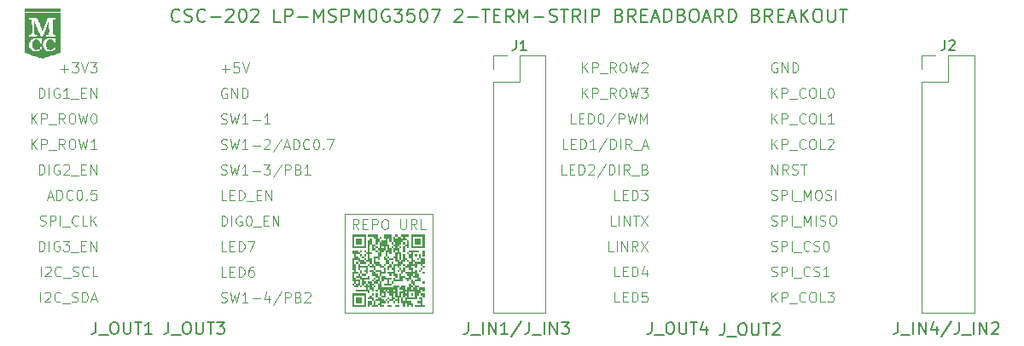
<source format=gto>
%TF.GenerationSoftware,KiCad,Pcbnew,9.0.0*%
%TF.CreationDate,2025-09-30T11:44:18-04:00*%
%TF.ProjectId,CSC202_LP_MSPM0G3507_2TERM_BREAKOUT,43534332-3032-45f4-9c50-5f4d53504d30,rev?*%
%TF.SameCoordinates,Original*%
%TF.FileFunction,Legend,Top*%
%TF.FilePolarity,Positive*%
%FSLAX46Y46*%
G04 Gerber Fmt 4.6, Leading zero omitted, Abs format (unit mm)*
G04 Created by KiCad (PCBNEW 9.0.0) date 2025-09-30 11:44:18*
%MOMM*%
%LPD*%
G01*
G04 APERTURE LIST*
%ADD10C,0.100000*%
%ADD11C,0.150000*%
%ADD12C,0.162500*%
%ADD13C,0.000000*%
%ADD14C,0.120000*%
G04 APERTURE END LIST*
D10*
X122291686Y-101810000D02*
X131041969Y-101810000D01*
X131041969Y-111650283D01*
X122291686Y-111650283D01*
X122291686Y-101810000D01*
X165225558Y-86827682D02*
X165130320Y-86780063D01*
X165130320Y-86780063D02*
X164987463Y-86780063D01*
X164987463Y-86780063D02*
X164844606Y-86827682D01*
X164844606Y-86827682D02*
X164749368Y-86922920D01*
X164749368Y-86922920D02*
X164701749Y-87018158D01*
X164701749Y-87018158D02*
X164654130Y-87208634D01*
X164654130Y-87208634D02*
X164654130Y-87351491D01*
X164654130Y-87351491D02*
X164701749Y-87541967D01*
X164701749Y-87541967D02*
X164749368Y-87637205D01*
X164749368Y-87637205D02*
X164844606Y-87732444D01*
X164844606Y-87732444D02*
X164987463Y-87780063D01*
X164987463Y-87780063D02*
X165082701Y-87780063D01*
X165082701Y-87780063D02*
X165225558Y-87732444D01*
X165225558Y-87732444D02*
X165273177Y-87684824D01*
X165273177Y-87684824D02*
X165273177Y-87351491D01*
X165273177Y-87351491D02*
X165082701Y-87351491D01*
X165701749Y-87780063D02*
X165701749Y-86780063D01*
X165701749Y-86780063D02*
X166273177Y-87780063D01*
X166273177Y-87780063D02*
X166273177Y-86780063D01*
X166749368Y-87780063D02*
X166749368Y-86780063D01*
X166749368Y-86780063D02*
X166987463Y-86780063D01*
X166987463Y-86780063D02*
X167130320Y-86827682D01*
X167130320Y-86827682D02*
X167225558Y-86922920D01*
X167225558Y-86922920D02*
X167273177Y-87018158D01*
X167273177Y-87018158D02*
X167320796Y-87208634D01*
X167320796Y-87208634D02*
X167320796Y-87351491D01*
X167320796Y-87351491D02*
X167273177Y-87541967D01*
X167273177Y-87541967D02*
X167225558Y-87637205D01*
X167225558Y-87637205D02*
X167130320Y-87732444D01*
X167130320Y-87732444D02*
X166987463Y-87780063D01*
X166987463Y-87780063D02*
X166749368Y-87780063D01*
X110049661Y-110567044D02*
X110192518Y-110614663D01*
X110192518Y-110614663D02*
X110430613Y-110614663D01*
X110430613Y-110614663D02*
X110525851Y-110567044D01*
X110525851Y-110567044D02*
X110573470Y-110519424D01*
X110573470Y-110519424D02*
X110621089Y-110424186D01*
X110621089Y-110424186D02*
X110621089Y-110328948D01*
X110621089Y-110328948D02*
X110573470Y-110233710D01*
X110573470Y-110233710D02*
X110525851Y-110186091D01*
X110525851Y-110186091D02*
X110430613Y-110138472D01*
X110430613Y-110138472D02*
X110240137Y-110090853D01*
X110240137Y-110090853D02*
X110144899Y-110043234D01*
X110144899Y-110043234D02*
X110097280Y-109995615D01*
X110097280Y-109995615D02*
X110049661Y-109900377D01*
X110049661Y-109900377D02*
X110049661Y-109805139D01*
X110049661Y-109805139D02*
X110097280Y-109709901D01*
X110097280Y-109709901D02*
X110144899Y-109662282D01*
X110144899Y-109662282D02*
X110240137Y-109614663D01*
X110240137Y-109614663D02*
X110478232Y-109614663D01*
X110478232Y-109614663D02*
X110621089Y-109662282D01*
X110954423Y-109614663D02*
X111192518Y-110614663D01*
X111192518Y-110614663D02*
X111382994Y-109900377D01*
X111382994Y-109900377D02*
X111573470Y-110614663D01*
X111573470Y-110614663D02*
X111811566Y-109614663D01*
X112716327Y-110614663D02*
X112144899Y-110614663D01*
X112430613Y-110614663D02*
X112430613Y-109614663D01*
X112430613Y-109614663D02*
X112335375Y-109757520D01*
X112335375Y-109757520D02*
X112240137Y-109852758D01*
X112240137Y-109852758D02*
X112144899Y-109900377D01*
X113144899Y-110233710D02*
X113906804Y-110233710D01*
X114811565Y-109947996D02*
X114811565Y-110614663D01*
X114573470Y-109567044D02*
X114335375Y-110281329D01*
X114335375Y-110281329D02*
X114954422Y-110281329D01*
X116049660Y-109567044D02*
X115192518Y-110852758D01*
X116382994Y-110614663D02*
X116382994Y-109614663D01*
X116382994Y-109614663D02*
X116763946Y-109614663D01*
X116763946Y-109614663D02*
X116859184Y-109662282D01*
X116859184Y-109662282D02*
X116906803Y-109709901D01*
X116906803Y-109709901D02*
X116954422Y-109805139D01*
X116954422Y-109805139D02*
X116954422Y-109947996D01*
X116954422Y-109947996D02*
X116906803Y-110043234D01*
X116906803Y-110043234D02*
X116859184Y-110090853D01*
X116859184Y-110090853D02*
X116763946Y-110138472D01*
X116763946Y-110138472D02*
X116382994Y-110138472D01*
X117716327Y-110090853D02*
X117859184Y-110138472D01*
X117859184Y-110138472D02*
X117906803Y-110186091D01*
X117906803Y-110186091D02*
X117954422Y-110281329D01*
X117954422Y-110281329D02*
X117954422Y-110424186D01*
X117954422Y-110424186D02*
X117906803Y-110519424D01*
X117906803Y-110519424D02*
X117859184Y-110567044D01*
X117859184Y-110567044D02*
X117763946Y-110614663D01*
X117763946Y-110614663D02*
X117382994Y-110614663D01*
X117382994Y-110614663D02*
X117382994Y-109614663D01*
X117382994Y-109614663D02*
X117716327Y-109614663D01*
X117716327Y-109614663D02*
X117811565Y-109662282D01*
X117811565Y-109662282D02*
X117859184Y-109709901D01*
X117859184Y-109709901D02*
X117906803Y-109805139D01*
X117906803Y-109805139D02*
X117906803Y-109900377D01*
X117906803Y-109900377D02*
X117859184Y-109995615D01*
X117859184Y-109995615D02*
X117811565Y-110043234D01*
X117811565Y-110043234D02*
X117716327Y-110090853D01*
X117716327Y-110090853D02*
X117382994Y-110090853D01*
X118335375Y-109709901D02*
X118382994Y-109662282D01*
X118382994Y-109662282D02*
X118478232Y-109614663D01*
X118478232Y-109614663D02*
X118716327Y-109614663D01*
X118716327Y-109614663D02*
X118811565Y-109662282D01*
X118811565Y-109662282D02*
X118859184Y-109709901D01*
X118859184Y-109709901D02*
X118906803Y-109805139D01*
X118906803Y-109805139D02*
X118906803Y-109900377D01*
X118906803Y-109900377D02*
X118859184Y-110043234D01*
X118859184Y-110043234D02*
X118287756Y-110614663D01*
X118287756Y-110614663D02*
X118906803Y-110614663D01*
X110621089Y-89387438D02*
X110525851Y-89339819D01*
X110525851Y-89339819D02*
X110382994Y-89339819D01*
X110382994Y-89339819D02*
X110240137Y-89387438D01*
X110240137Y-89387438D02*
X110144899Y-89482676D01*
X110144899Y-89482676D02*
X110097280Y-89577914D01*
X110097280Y-89577914D02*
X110049661Y-89768390D01*
X110049661Y-89768390D02*
X110049661Y-89911247D01*
X110049661Y-89911247D02*
X110097280Y-90101723D01*
X110097280Y-90101723D02*
X110144899Y-90196961D01*
X110144899Y-90196961D02*
X110240137Y-90292200D01*
X110240137Y-90292200D02*
X110382994Y-90339819D01*
X110382994Y-90339819D02*
X110478232Y-90339819D01*
X110478232Y-90339819D02*
X110621089Y-90292200D01*
X110621089Y-90292200D02*
X110668708Y-90244580D01*
X110668708Y-90244580D02*
X110668708Y-89911247D01*
X110668708Y-89911247D02*
X110478232Y-89911247D01*
X111097280Y-90339819D02*
X111097280Y-89339819D01*
X111097280Y-89339819D02*
X111668708Y-90339819D01*
X111668708Y-90339819D02*
X111668708Y-89339819D01*
X112144899Y-90339819D02*
X112144899Y-89339819D01*
X112144899Y-89339819D02*
X112382994Y-89339819D01*
X112382994Y-89339819D02*
X112525851Y-89387438D01*
X112525851Y-89387438D02*
X112621089Y-89482676D01*
X112621089Y-89482676D02*
X112668708Y-89577914D01*
X112668708Y-89577914D02*
X112716327Y-89768390D01*
X112716327Y-89768390D02*
X112716327Y-89911247D01*
X112716327Y-89911247D02*
X112668708Y-90101723D01*
X112668708Y-90101723D02*
X112621089Y-90196961D01*
X112621089Y-90196961D02*
X112525851Y-90292200D01*
X112525851Y-90292200D02*
X112382994Y-90339819D01*
X112382994Y-90339819D02*
X112144899Y-90339819D01*
X92129302Y-110589263D02*
X92129302Y-109589263D01*
X92557873Y-109684501D02*
X92605492Y-109636882D01*
X92605492Y-109636882D02*
X92700730Y-109589263D01*
X92700730Y-109589263D02*
X92938825Y-109589263D01*
X92938825Y-109589263D02*
X93034063Y-109636882D01*
X93034063Y-109636882D02*
X93081682Y-109684501D01*
X93081682Y-109684501D02*
X93129301Y-109779739D01*
X93129301Y-109779739D02*
X93129301Y-109874977D01*
X93129301Y-109874977D02*
X93081682Y-110017834D01*
X93081682Y-110017834D02*
X92510254Y-110589263D01*
X92510254Y-110589263D02*
X93129301Y-110589263D01*
X94129301Y-110494024D02*
X94081682Y-110541644D01*
X94081682Y-110541644D02*
X93938825Y-110589263D01*
X93938825Y-110589263D02*
X93843587Y-110589263D01*
X93843587Y-110589263D02*
X93700730Y-110541644D01*
X93700730Y-110541644D02*
X93605492Y-110446405D01*
X93605492Y-110446405D02*
X93557873Y-110351167D01*
X93557873Y-110351167D02*
X93510254Y-110160691D01*
X93510254Y-110160691D02*
X93510254Y-110017834D01*
X93510254Y-110017834D02*
X93557873Y-109827358D01*
X93557873Y-109827358D02*
X93605492Y-109732120D01*
X93605492Y-109732120D02*
X93700730Y-109636882D01*
X93700730Y-109636882D02*
X93843587Y-109589263D01*
X93843587Y-109589263D02*
X93938825Y-109589263D01*
X93938825Y-109589263D02*
X94081682Y-109636882D01*
X94081682Y-109636882D02*
X94129301Y-109684501D01*
X94319778Y-110684501D02*
X95081682Y-110684501D01*
X95272159Y-110541644D02*
X95415016Y-110589263D01*
X95415016Y-110589263D02*
X95653111Y-110589263D01*
X95653111Y-110589263D02*
X95748349Y-110541644D01*
X95748349Y-110541644D02*
X95795968Y-110494024D01*
X95795968Y-110494024D02*
X95843587Y-110398786D01*
X95843587Y-110398786D02*
X95843587Y-110303548D01*
X95843587Y-110303548D02*
X95795968Y-110208310D01*
X95795968Y-110208310D02*
X95748349Y-110160691D01*
X95748349Y-110160691D02*
X95653111Y-110113072D01*
X95653111Y-110113072D02*
X95462635Y-110065453D01*
X95462635Y-110065453D02*
X95367397Y-110017834D01*
X95367397Y-110017834D02*
X95319778Y-109970215D01*
X95319778Y-109970215D02*
X95272159Y-109874977D01*
X95272159Y-109874977D02*
X95272159Y-109779739D01*
X95272159Y-109779739D02*
X95319778Y-109684501D01*
X95319778Y-109684501D02*
X95367397Y-109636882D01*
X95367397Y-109636882D02*
X95462635Y-109589263D01*
X95462635Y-109589263D02*
X95700730Y-109589263D01*
X95700730Y-109589263D02*
X95843587Y-109636882D01*
X96272159Y-110589263D02*
X96272159Y-109589263D01*
X96272159Y-109589263D02*
X96510254Y-109589263D01*
X96510254Y-109589263D02*
X96653111Y-109636882D01*
X96653111Y-109636882D02*
X96748349Y-109732120D01*
X96748349Y-109732120D02*
X96795968Y-109827358D01*
X96795968Y-109827358D02*
X96843587Y-110017834D01*
X96843587Y-110017834D02*
X96843587Y-110160691D01*
X96843587Y-110160691D02*
X96795968Y-110351167D01*
X96795968Y-110351167D02*
X96748349Y-110446405D01*
X96748349Y-110446405D02*
X96653111Y-110541644D01*
X96653111Y-110541644D02*
X96510254Y-110589263D01*
X96510254Y-110589263D02*
X96272159Y-110589263D01*
X97224540Y-110303548D02*
X97700730Y-110303548D01*
X97129302Y-110589263D02*
X97462635Y-109589263D01*
X97462635Y-109589263D02*
X97795968Y-110589263D01*
X110573470Y-100477241D02*
X110097280Y-100477241D01*
X110097280Y-100477241D02*
X110097280Y-99477241D01*
X110906804Y-99953431D02*
X111240137Y-99953431D01*
X111382994Y-100477241D02*
X110906804Y-100477241D01*
X110906804Y-100477241D02*
X110906804Y-99477241D01*
X110906804Y-99477241D02*
X111382994Y-99477241D01*
X111811566Y-100477241D02*
X111811566Y-99477241D01*
X111811566Y-99477241D02*
X112049661Y-99477241D01*
X112049661Y-99477241D02*
X112192518Y-99524860D01*
X112192518Y-99524860D02*
X112287756Y-99620098D01*
X112287756Y-99620098D02*
X112335375Y-99715336D01*
X112335375Y-99715336D02*
X112382994Y-99905812D01*
X112382994Y-99905812D02*
X112382994Y-100048669D01*
X112382994Y-100048669D02*
X112335375Y-100239145D01*
X112335375Y-100239145D02*
X112287756Y-100334383D01*
X112287756Y-100334383D02*
X112192518Y-100429622D01*
X112192518Y-100429622D02*
X112049661Y-100477241D01*
X112049661Y-100477241D02*
X111811566Y-100477241D01*
X112573471Y-100572479D02*
X113335375Y-100572479D01*
X113573471Y-99953431D02*
X113906804Y-99953431D01*
X114049661Y-100477241D02*
X113573471Y-100477241D01*
X113573471Y-100477241D02*
X113573471Y-99477241D01*
X113573471Y-99477241D02*
X114049661Y-99477241D01*
X114478233Y-100477241D02*
X114478233Y-99477241D01*
X114478233Y-99477241D02*
X115049661Y-100477241D01*
X115049661Y-100477241D02*
X115049661Y-99477241D01*
X110573470Y-108080307D02*
X110097280Y-108080307D01*
X110097280Y-108080307D02*
X110097280Y-107080307D01*
X110906804Y-107556497D02*
X111240137Y-107556497D01*
X111382994Y-108080307D02*
X110906804Y-108080307D01*
X110906804Y-108080307D02*
X110906804Y-107080307D01*
X110906804Y-107080307D02*
X111382994Y-107080307D01*
X111811566Y-108080307D02*
X111811566Y-107080307D01*
X111811566Y-107080307D02*
X112049661Y-107080307D01*
X112049661Y-107080307D02*
X112192518Y-107127926D01*
X112192518Y-107127926D02*
X112287756Y-107223164D01*
X112287756Y-107223164D02*
X112335375Y-107318402D01*
X112335375Y-107318402D02*
X112382994Y-107508878D01*
X112382994Y-107508878D02*
X112382994Y-107651735D01*
X112382994Y-107651735D02*
X112335375Y-107842211D01*
X112335375Y-107842211D02*
X112287756Y-107937449D01*
X112287756Y-107937449D02*
X112192518Y-108032688D01*
X112192518Y-108032688D02*
X112049661Y-108080307D01*
X112049661Y-108080307D02*
X111811566Y-108080307D01*
X113240137Y-107080307D02*
X113049661Y-107080307D01*
X113049661Y-107080307D02*
X112954423Y-107127926D01*
X112954423Y-107127926D02*
X112906804Y-107175545D01*
X112906804Y-107175545D02*
X112811566Y-107318402D01*
X112811566Y-107318402D02*
X112763947Y-107508878D01*
X112763947Y-107508878D02*
X112763947Y-107889830D01*
X112763947Y-107889830D02*
X112811566Y-107985068D01*
X112811566Y-107985068D02*
X112859185Y-108032688D01*
X112859185Y-108032688D02*
X112954423Y-108080307D01*
X112954423Y-108080307D02*
X113144899Y-108080307D01*
X113144899Y-108080307D02*
X113240137Y-108032688D01*
X113240137Y-108032688D02*
X113287756Y-107985068D01*
X113287756Y-107985068D02*
X113335375Y-107889830D01*
X113335375Y-107889830D02*
X113335375Y-107651735D01*
X113335375Y-107651735D02*
X113287756Y-107556497D01*
X113287756Y-107556497D02*
X113240137Y-107508878D01*
X113240137Y-107508878D02*
X113144899Y-107461259D01*
X113144899Y-107461259D02*
X112954423Y-107461259D01*
X112954423Y-107461259D02*
X112859185Y-107508878D01*
X112859185Y-107508878D02*
X112811566Y-107556497D01*
X112811566Y-107556497D02*
X112763947Y-107651735D01*
X144451237Y-95383130D02*
X143975047Y-95383130D01*
X143975047Y-95383130D02*
X143975047Y-94383130D01*
X144784571Y-94859320D02*
X145117904Y-94859320D01*
X145260761Y-95383130D02*
X144784571Y-95383130D01*
X144784571Y-95383130D02*
X144784571Y-94383130D01*
X144784571Y-94383130D02*
X145260761Y-94383130D01*
X145689333Y-95383130D02*
X145689333Y-94383130D01*
X145689333Y-94383130D02*
X145927428Y-94383130D01*
X145927428Y-94383130D02*
X146070285Y-94430749D01*
X146070285Y-94430749D02*
X146165523Y-94525987D01*
X146165523Y-94525987D02*
X146213142Y-94621225D01*
X146213142Y-94621225D02*
X146260761Y-94811701D01*
X146260761Y-94811701D02*
X146260761Y-94954558D01*
X146260761Y-94954558D02*
X146213142Y-95145034D01*
X146213142Y-95145034D02*
X146165523Y-95240272D01*
X146165523Y-95240272D02*
X146070285Y-95335511D01*
X146070285Y-95335511D02*
X145927428Y-95383130D01*
X145927428Y-95383130D02*
X145689333Y-95383130D01*
X147213142Y-95383130D02*
X146641714Y-95383130D01*
X146927428Y-95383130D02*
X146927428Y-94383130D01*
X146927428Y-94383130D02*
X146832190Y-94525987D01*
X146832190Y-94525987D02*
X146736952Y-94621225D01*
X146736952Y-94621225D02*
X146641714Y-94668844D01*
X148355999Y-94335511D02*
X147498857Y-95621225D01*
X148689333Y-95383130D02*
X148689333Y-94383130D01*
X148689333Y-94383130D02*
X148927428Y-94383130D01*
X148927428Y-94383130D02*
X149070285Y-94430749D01*
X149070285Y-94430749D02*
X149165523Y-94525987D01*
X149165523Y-94525987D02*
X149213142Y-94621225D01*
X149213142Y-94621225D02*
X149260761Y-94811701D01*
X149260761Y-94811701D02*
X149260761Y-94954558D01*
X149260761Y-94954558D02*
X149213142Y-95145034D01*
X149213142Y-95145034D02*
X149165523Y-95240272D01*
X149165523Y-95240272D02*
X149070285Y-95335511D01*
X149070285Y-95335511D02*
X148927428Y-95383130D01*
X148927428Y-95383130D02*
X148689333Y-95383130D01*
X149689333Y-95383130D02*
X149689333Y-94383130D01*
X150736951Y-95383130D02*
X150403618Y-94906939D01*
X150165523Y-95383130D02*
X150165523Y-94383130D01*
X150165523Y-94383130D02*
X150546475Y-94383130D01*
X150546475Y-94383130D02*
X150641713Y-94430749D01*
X150641713Y-94430749D02*
X150689332Y-94478368D01*
X150689332Y-94478368D02*
X150736951Y-94573606D01*
X150736951Y-94573606D02*
X150736951Y-94716463D01*
X150736951Y-94716463D02*
X150689332Y-94811701D01*
X150689332Y-94811701D02*
X150641713Y-94859320D01*
X150641713Y-94859320D02*
X150546475Y-94906939D01*
X150546475Y-94906939D02*
X150165523Y-94906939D01*
X150927428Y-95478368D02*
X151689332Y-95478368D01*
X151879809Y-95097415D02*
X152355999Y-95097415D01*
X151784571Y-95383130D02*
X152117904Y-94383130D01*
X152117904Y-94383130D02*
X152451237Y-95383130D01*
D11*
X97646167Y-112577342D02*
X97646167Y-113434485D01*
X97646167Y-113434485D02*
X97589024Y-113605914D01*
X97589024Y-113605914D02*
X97474738Y-113720200D01*
X97474738Y-113720200D02*
X97303310Y-113777342D01*
X97303310Y-113777342D02*
X97189024Y-113777342D01*
X97931882Y-113891628D02*
X98846167Y-113891628D01*
X99360453Y-112577342D02*
X99589025Y-112577342D01*
X99589025Y-112577342D02*
X99703310Y-112634485D01*
X99703310Y-112634485D02*
X99817596Y-112748771D01*
X99817596Y-112748771D02*
X99874739Y-112977342D01*
X99874739Y-112977342D02*
X99874739Y-113377342D01*
X99874739Y-113377342D02*
X99817596Y-113605914D01*
X99817596Y-113605914D02*
X99703310Y-113720200D01*
X99703310Y-113720200D02*
X99589025Y-113777342D01*
X99589025Y-113777342D02*
X99360453Y-113777342D01*
X99360453Y-113777342D02*
X99246168Y-113720200D01*
X99246168Y-113720200D02*
X99131882Y-113605914D01*
X99131882Y-113605914D02*
X99074739Y-113377342D01*
X99074739Y-113377342D02*
X99074739Y-112977342D01*
X99074739Y-112977342D02*
X99131882Y-112748771D01*
X99131882Y-112748771D02*
X99246168Y-112634485D01*
X99246168Y-112634485D02*
X99360453Y-112577342D01*
X100389025Y-112577342D02*
X100389025Y-113548771D01*
X100389025Y-113548771D02*
X100446168Y-113663057D01*
X100446168Y-113663057D02*
X100503311Y-113720200D01*
X100503311Y-113720200D02*
X100617596Y-113777342D01*
X100617596Y-113777342D02*
X100846168Y-113777342D01*
X100846168Y-113777342D02*
X100960453Y-113720200D01*
X100960453Y-113720200D02*
X101017596Y-113663057D01*
X101017596Y-113663057D02*
X101074739Y-113548771D01*
X101074739Y-113548771D02*
X101074739Y-112577342D01*
X101474739Y-112577342D02*
X102160454Y-112577342D01*
X101817596Y-113777342D02*
X101817596Y-112577342D01*
X103189025Y-113777342D02*
X102503311Y-113777342D01*
X102846168Y-113777342D02*
X102846168Y-112577342D01*
X102846168Y-112577342D02*
X102731882Y-112748771D01*
X102731882Y-112748771D02*
X102617597Y-112863057D01*
X102617597Y-112863057D02*
X102503311Y-112920200D01*
D10*
X164654130Y-102938577D02*
X164796987Y-102986196D01*
X164796987Y-102986196D02*
X165035082Y-102986196D01*
X165035082Y-102986196D02*
X165130320Y-102938577D01*
X165130320Y-102938577D02*
X165177939Y-102890957D01*
X165177939Y-102890957D02*
X165225558Y-102795719D01*
X165225558Y-102795719D02*
X165225558Y-102700481D01*
X165225558Y-102700481D02*
X165177939Y-102605243D01*
X165177939Y-102605243D02*
X165130320Y-102557624D01*
X165130320Y-102557624D02*
X165035082Y-102510005D01*
X165035082Y-102510005D02*
X164844606Y-102462386D01*
X164844606Y-102462386D02*
X164749368Y-102414767D01*
X164749368Y-102414767D02*
X164701749Y-102367148D01*
X164701749Y-102367148D02*
X164654130Y-102271910D01*
X164654130Y-102271910D02*
X164654130Y-102176672D01*
X164654130Y-102176672D02*
X164701749Y-102081434D01*
X164701749Y-102081434D02*
X164749368Y-102033815D01*
X164749368Y-102033815D02*
X164844606Y-101986196D01*
X164844606Y-101986196D02*
X165082701Y-101986196D01*
X165082701Y-101986196D02*
X165225558Y-102033815D01*
X165654130Y-102986196D02*
X165654130Y-101986196D01*
X165654130Y-101986196D02*
X166035082Y-101986196D01*
X166035082Y-101986196D02*
X166130320Y-102033815D01*
X166130320Y-102033815D02*
X166177939Y-102081434D01*
X166177939Y-102081434D02*
X166225558Y-102176672D01*
X166225558Y-102176672D02*
X166225558Y-102319529D01*
X166225558Y-102319529D02*
X166177939Y-102414767D01*
X166177939Y-102414767D02*
X166130320Y-102462386D01*
X166130320Y-102462386D02*
X166035082Y-102510005D01*
X166035082Y-102510005D02*
X165654130Y-102510005D01*
X166654130Y-102986196D02*
X166654130Y-101986196D01*
X166892225Y-103081434D02*
X167654129Y-103081434D01*
X167892225Y-102986196D02*
X167892225Y-101986196D01*
X167892225Y-101986196D02*
X168225558Y-102700481D01*
X168225558Y-102700481D02*
X168558891Y-101986196D01*
X168558891Y-101986196D02*
X168558891Y-102986196D01*
X169035082Y-102986196D02*
X169035082Y-101986196D01*
X169463653Y-102938577D02*
X169606510Y-102986196D01*
X169606510Y-102986196D02*
X169844605Y-102986196D01*
X169844605Y-102986196D02*
X169939843Y-102938577D01*
X169939843Y-102938577D02*
X169987462Y-102890957D01*
X169987462Y-102890957D02*
X170035081Y-102795719D01*
X170035081Y-102795719D02*
X170035081Y-102700481D01*
X170035081Y-102700481D02*
X169987462Y-102605243D01*
X169987462Y-102605243D02*
X169939843Y-102557624D01*
X169939843Y-102557624D02*
X169844605Y-102510005D01*
X169844605Y-102510005D02*
X169654129Y-102462386D01*
X169654129Y-102462386D02*
X169558891Y-102414767D01*
X169558891Y-102414767D02*
X169511272Y-102367148D01*
X169511272Y-102367148D02*
X169463653Y-102271910D01*
X169463653Y-102271910D02*
X169463653Y-102176672D01*
X169463653Y-102176672D02*
X169511272Y-102081434D01*
X169511272Y-102081434D02*
X169558891Y-102033815D01*
X169558891Y-102033815D02*
X169654129Y-101986196D01*
X169654129Y-101986196D02*
X169892224Y-101986196D01*
X169892224Y-101986196D02*
X170035081Y-102033815D01*
X170654129Y-101986196D02*
X170844605Y-101986196D01*
X170844605Y-101986196D02*
X170939843Y-102033815D01*
X170939843Y-102033815D02*
X171035081Y-102129053D01*
X171035081Y-102129053D02*
X171082700Y-102319529D01*
X171082700Y-102319529D02*
X171082700Y-102652862D01*
X171082700Y-102652862D02*
X171035081Y-102843338D01*
X171035081Y-102843338D02*
X170939843Y-102938577D01*
X170939843Y-102938577D02*
X170844605Y-102986196D01*
X170844605Y-102986196D02*
X170654129Y-102986196D01*
X170654129Y-102986196D02*
X170558891Y-102938577D01*
X170558891Y-102938577D02*
X170463653Y-102843338D01*
X170463653Y-102843338D02*
X170416034Y-102652862D01*
X170416034Y-102652862D02*
X170416034Y-102319529D01*
X170416034Y-102319529D02*
X170463653Y-102129053D01*
X170463653Y-102129053D02*
X170558891Y-102033815D01*
X170558891Y-102033815D02*
X170654129Y-101986196D01*
X164701749Y-95383130D02*
X164701749Y-94383130D01*
X165273177Y-95383130D02*
X164844606Y-94811701D01*
X165273177Y-94383130D02*
X164701749Y-94954558D01*
X165701749Y-95383130D02*
X165701749Y-94383130D01*
X165701749Y-94383130D02*
X166082701Y-94383130D01*
X166082701Y-94383130D02*
X166177939Y-94430749D01*
X166177939Y-94430749D02*
X166225558Y-94478368D01*
X166225558Y-94478368D02*
X166273177Y-94573606D01*
X166273177Y-94573606D02*
X166273177Y-94716463D01*
X166273177Y-94716463D02*
X166225558Y-94811701D01*
X166225558Y-94811701D02*
X166177939Y-94859320D01*
X166177939Y-94859320D02*
X166082701Y-94906939D01*
X166082701Y-94906939D02*
X165701749Y-94906939D01*
X166463654Y-95478368D02*
X167225558Y-95478368D01*
X168035082Y-95287891D02*
X167987463Y-95335511D01*
X167987463Y-95335511D02*
X167844606Y-95383130D01*
X167844606Y-95383130D02*
X167749368Y-95383130D01*
X167749368Y-95383130D02*
X167606511Y-95335511D01*
X167606511Y-95335511D02*
X167511273Y-95240272D01*
X167511273Y-95240272D02*
X167463654Y-95145034D01*
X167463654Y-95145034D02*
X167416035Y-94954558D01*
X167416035Y-94954558D02*
X167416035Y-94811701D01*
X167416035Y-94811701D02*
X167463654Y-94621225D01*
X167463654Y-94621225D02*
X167511273Y-94525987D01*
X167511273Y-94525987D02*
X167606511Y-94430749D01*
X167606511Y-94430749D02*
X167749368Y-94383130D01*
X167749368Y-94383130D02*
X167844606Y-94383130D01*
X167844606Y-94383130D02*
X167987463Y-94430749D01*
X167987463Y-94430749D02*
X168035082Y-94478368D01*
X168654130Y-94383130D02*
X168844606Y-94383130D01*
X168844606Y-94383130D02*
X168939844Y-94430749D01*
X168939844Y-94430749D02*
X169035082Y-94525987D01*
X169035082Y-94525987D02*
X169082701Y-94716463D01*
X169082701Y-94716463D02*
X169082701Y-95049796D01*
X169082701Y-95049796D02*
X169035082Y-95240272D01*
X169035082Y-95240272D02*
X168939844Y-95335511D01*
X168939844Y-95335511D02*
X168844606Y-95383130D01*
X168844606Y-95383130D02*
X168654130Y-95383130D01*
X168654130Y-95383130D02*
X168558892Y-95335511D01*
X168558892Y-95335511D02*
X168463654Y-95240272D01*
X168463654Y-95240272D02*
X168416035Y-95049796D01*
X168416035Y-95049796D02*
X168416035Y-94716463D01*
X168416035Y-94716463D02*
X168463654Y-94525987D01*
X168463654Y-94525987D02*
X168558892Y-94430749D01*
X168558892Y-94430749D02*
X168654130Y-94383130D01*
X169987463Y-95383130D02*
X169511273Y-95383130D01*
X169511273Y-95383130D02*
X169511273Y-94383130D01*
X170273178Y-94478368D02*
X170320797Y-94430749D01*
X170320797Y-94430749D02*
X170416035Y-94383130D01*
X170416035Y-94383130D02*
X170654130Y-94383130D01*
X170654130Y-94383130D02*
X170749368Y-94430749D01*
X170749368Y-94430749D02*
X170796987Y-94478368D01*
X170796987Y-94478368D02*
X170844606Y-94573606D01*
X170844606Y-94573606D02*
X170844606Y-94668844D01*
X170844606Y-94668844D02*
X170796987Y-94811701D01*
X170796987Y-94811701D02*
X170225559Y-95383130D01*
X170225559Y-95383130D02*
X170844606Y-95383130D01*
D11*
X134570226Y-112577342D02*
X134570226Y-113434485D01*
X134570226Y-113434485D02*
X134513083Y-113605914D01*
X134513083Y-113605914D02*
X134398797Y-113720200D01*
X134398797Y-113720200D02*
X134227369Y-113777342D01*
X134227369Y-113777342D02*
X134113083Y-113777342D01*
X134855941Y-113891628D02*
X135770226Y-113891628D01*
X136055941Y-113777342D02*
X136055941Y-112577342D01*
X136627370Y-113777342D02*
X136627370Y-112577342D01*
X136627370Y-112577342D02*
X137313084Y-113777342D01*
X137313084Y-113777342D02*
X137313084Y-112577342D01*
X138513084Y-113777342D02*
X137827370Y-113777342D01*
X138170227Y-113777342D02*
X138170227Y-112577342D01*
X138170227Y-112577342D02*
X138055941Y-112748771D01*
X138055941Y-112748771D02*
X137941656Y-112863057D01*
X137941656Y-112863057D02*
X137827370Y-112920200D01*
X139884513Y-112520200D02*
X138855941Y-114063057D01*
X140627370Y-112577342D02*
X140627370Y-113434485D01*
X140627370Y-113434485D02*
X140570227Y-113605914D01*
X140570227Y-113605914D02*
X140455941Y-113720200D01*
X140455941Y-113720200D02*
X140284513Y-113777342D01*
X140284513Y-113777342D02*
X140170227Y-113777342D01*
X140913085Y-113891628D02*
X141827370Y-113891628D01*
X142113085Y-113777342D02*
X142113085Y-112577342D01*
X142684514Y-113777342D02*
X142684514Y-112577342D01*
X142684514Y-112577342D02*
X143370228Y-113777342D01*
X143370228Y-113777342D02*
X143370228Y-112577342D01*
X143827371Y-112577342D02*
X144570228Y-112577342D01*
X144570228Y-112577342D02*
X144170228Y-113034485D01*
X144170228Y-113034485D02*
X144341657Y-113034485D01*
X144341657Y-113034485D02*
X144455943Y-113091628D01*
X144455943Y-113091628D02*
X144513085Y-113148771D01*
X144513085Y-113148771D02*
X144570228Y-113263057D01*
X144570228Y-113263057D02*
X144570228Y-113548771D01*
X144570228Y-113548771D02*
X144513085Y-113663057D01*
X144513085Y-113663057D02*
X144455943Y-113720200D01*
X144455943Y-113720200D02*
X144341657Y-113777342D01*
X144341657Y-113777342D02*
X143998800Y-113777342D01*
X143998800Y-113777342D02*
X143884514Y-113720200D01*
X143884514Y-113720200D02*
X143827371Y-113663057D01*
D10*
X123706425Y-103362419D02*
X123373092Y-102886228D01*
X123134997Y-103362419D02*
X123134997Y-102362419D01*
X123134997Y-102362419D02*
X123515949Y-102362419D01*
X123515949Y-102362419D02*
X123611187Y-102410038D01*
X123611187Y-102410038D02*
X123658806Y-102457657D01*
X123658806Y-102457657D02*
X123706425Y-102552895D01*
X123706425Y-102552895D02*
X123706425Y-102695752D01*
X123706425Y-102695752D02*
X123658806Y-102790990D01*
X123658806Y-102790990D02*
X123611187Y-102838609D01*
X123611187Y-102838609D02*
X123515949Y-102886228D01*
X123515949Y-102886228D02*
X123134997Y-102886228D01*
X124134997Y-102838609D02*
X124468330Y-102838609D01*
X124611187Y-103362419D02*
X124134997Y-103362419D01*
X124134997Y-103362419D02*
X124134997Y-102362419D01*
X124134997Y-102362419D02*
X124611187Y-102362419D01*
X125039759Y-103362419D02*
X125039759Y-102362419D01*
X125039759Y-102362419D02*
X125420711Y-102362419D01*
X125420711Y-102362419D02*
X125515949Y-102410038D01*
X125515949Y-102410038D02*
X125563568Y-102457657D01*
X125563568Y-102457657D02*
X125611187Y-102552895D01*
X125611187Y-102552895D02*
X125611187Y-102695752D01*
X125611187Y-102695752D02*
X125563568Y-102790990D01*
X125563568Y-102790990D02*
X125515949Y-102838609D01*
X125515949Y-102838609D02*
X125420711Y-102886228D01*
X125420711Y-102886228D02*
X125039759Y-102886228D01*
X126230235Y-102362419D02*
X126420711Y-102362419D01*
X126420711Y-102362419D02*
X126515949Y-102410038D01*
X126515949Y-102410038D02*
X126611187Y-102505276D01*
X126611187Y-102505276D02*
X126658806Y-102695752D01*
X126658806Y-102695752D02*
X126658806Y-103029085D01*
X126658806Y-103029085D02*
X126611187Y-103219561D01*
X126611187Y-103219561D02*
X126515949Y-103314800D01*
X126515949Y-103314800D02*
X126420711Y-103362419D01*
X126420711Y-103362419D02*
X126230235Y-103362419D01*
X126230235Y-103362419D02*
X126134997Y-103314800D01*
X126134997Y-103314800D02*
X126039759Y-103219561D01*
X126039759Y-103219561D02*
X125992140Y-103029085D01*
X125992140Y-103029085D02*
X125992140Y-102695752D01*
X125992140Y-102695752D02*
X126039759Y-102505276D01*
X126039759Y-102505276D02*
X126134997Y-102410038D01*
X126134997Y-102410038D02*
X126230235Y-102362419D01*
X127849283Y-102362419D02*
X127849283Y-103171942D01*
X127849283Y-103171942D02*
X127896902Y-103267180D01*
X127896902Y-103267180D02*
X127944521Y-103314800D01*
X127944521Y-103314800D02*
X128039759Y-103362419D01*
X128039759Y-103362419D02*
X128230235Y-103362419D01*
X128230235Y-103362419D02*
X128325473Y-103314800D01*
X128325473Y-103314800D02*
X128373092Y-103267180D01*
X128373092Y-103267180D02*
X128420711Y-103171942D01*
X128420711Y-103171942D02*
X128420711Y-102362419D01*
X129468330Y-103362419D02*
X129134997Y-102886228D01*
X128896902Y-103362419D02*
X128896902Y-102362419D01*
X128896902Y-102362419D02*
X129277854Y-102362419D01*
X129277854Y-102362419D02*
X129373092Y-102410038D01*
X129373092Y-102410038D02*
X129420711Y-102457657D01*
X129420711Y-102457657D02*
X129468330Y-102552895D01*
X129468330Y-102552895D02*
X129468330Y-102695752D01*
X129468330Y-102695752D02*
X129420711Y-102790990D01*
X129420711Y-102790990D02*
X129373092Y-102838609D01*
X129373092Y-102838609D02*
X129277854Y-102886228D01*
X129277854Y-102886228D02*
X128896902Y-102886228D01*
X130373092Y-103362419D02*
X129896902Y-103362419D01*
X129896902Y-103362419D02*
X129896902Y-102362419D01*
X164654130Y-105472933D02*
X164796987Y-105520552D01*
X164796987Y-105520552D02*
X165035082Y-105520552D01*
X165035082Y-105520552D02*
X165130320Y-105472933D01*
X165130320Y-105472933D02*
X165177939Y-105425313D01*
X165177939Y-105425313D02*
X165225558Y-105330075D01*
X165225558Y-105330075D02*
X165225558Y-105234837D01*
X165225558Y-105234837D02*
X165177939Y-105139599D01*
X165177939Y-105139599D02*
X165130320Y-105091980D01*
X165130320Y-105091980D02*
X165035082Y-105044361D01*
X165035082Y-105044361D02*
X164844606Y-104996742D01*
X164844606Y-104996742D02*
X164749368Y-104949123D01*
X164749368Y-104949123D02*
X164701749Y-104901504D01*
X164701749Y-104901504D02*
X164654130Y-104806266D01*
X164654130Y-104806266D02*
X164654130Y-104711028D01*
X164654130Y-104711028D02*
X164701749Y-104615790D01*
X164701749Y-104615790D02*
X164749368Y-104568171D01*
X164749368Y-104568171D02*
X164844606Y-104520552D01*
X164844606Y-104520552D02*
X165082701Y-104520552D01*
X165082701Y-104520552D02*
X165225558Y-104568171D01*
X165654130Y-105520552D02*
X165654130Y-104520552D01*
X165654130Y-104520552D02*
X166035082Y-104520552D01*
X166035082Y-104520552D02*
X166130320Y-104568171D01*
X166130320Y-104568171D02*
X166177939Y-104615790D01*
X166177939Y-104615790D02*
X166225558Y-104711028D01*
X166225558Y-104711028D02*
X166225558Y-104853885D01*
X166225558Y-104853885D02*
X166177939Y-104949123D01*
X166177939Y-104949123D02*
X166130320Y-104996742D01*
X166130320Y-104996742D02*
X166035082Y-105044361D01*
X166035082Y-105044361D02*
X165654130Y-105044361D01*
X166654130Y-105520552D02*
X166654130Y-104520552D01*
X166892225Y-105615790D02*
X167654129Y-105615790D01*
X168463653Y-105425313D02*
X168416034Y-105472933D01*
X168416034Y-105472933D02*
X168273177Y-105520552D01*
X168273177Y-105520552D02*
X168177939Y-105520552D01*
X168177939Y-105520552D02*
X168035082Y-105472933D01*
X168035082Y-105472933D02*
X167939844Y-105377694D01*
X167939844Y-105377694D02*
X167892225Y-105282456D01*
X167892225Y-105282456D02*
X167844606Y-105091980D01*
X167844606Y-105091980D02*
X167844606Y-104949123D01*
X167844606Y-104949123D02*
X167892225Y-104758647D01*
X167892225Y-104758647D02*
X167939844Y-104663409D01*
X167939844Y-104663409D02*
X168035082Y-104568171D01*
X168035082Y-104568171D02*
X168177939Y-104520552D01*
X168177939Y-104520552D02*
X168273177Y-104520552D01*
X168273177Y-104520552D02*
X168416034Y-104568171D01*
X168416034Y-104568171D02*
X168463653Y-104615790D01*
X168844606Y-105472933D02*
X168987463Y-105520552D01*
X168987463Y-105520552D02*
X169225558Y-105520552D01*
X169225558Y-105520552D02*
X169320796Y-105472933D01*
X169320796Y-105472933D02*
X169368415Y-105425313D01*
X169368415Y-105425313D02*
X169416034Y-105330075D01*
X169416034Y-105330075D02*
X169416034Y-105234837D01*
X169416034Y-105234837D02*
X169368415Y-105139599D01*
X169368415Y-105139599D02*
X169320796Y-105091980D01*
X169320796Y-105091980D02*
X169225558Y-105044361D01*
X169225558Y-105044361D02*
X169035082Y-104996742D01*
X169035082Y-104996742D02*
X168939844Y-104949123D01*
X168939844Y-104949123D02*
X168892225Y-104901504D01*
X168892225Y-104901504D02*
X168844606Y-104806266D01*
X168844606Y-104806266D02*
X168844606Y-104711028D01*
X168844606Y-104711028D02*
X168892225Y-104615790D01*
X168892225Y-104615790D02*
X168939844Y-104568171D01*
X168939844Y-104568171D02*
X169035082Y-104520552D01*
X169035082Y-104520552D02*
X169273177Y-104520552D01*
X169273177Y-104520552D02*
X169416034Y-104568171D01*
X170035082Y-104520552D02*
X170130320Y-104520552D01*
X170130320Y-104520552D02*
X170225558Y-104568171D01*
X170225558Y-104568171D02*
X170273177Y-104615790D01*
X170273177Y-104615790D02*
X170320796Y-104711028D01*
X170320796Y-104711028D02*
X170368415Y-104901504D01*
X170368415Y-104901504D02*
X170368415Y-105139599D01*
X170368415Y-105139599D02*
X170320796Y-105330075D01*
X170320796Y-105330075D02*
X170273177Y-105425313D01*
X170273177Y-105425313D02*
X170225558Y-105472933D01*
X170225558Y-105472933D02*
X170130320Y-105520552D01*
X170130320Y-105520552D02*
X170035082Y-105520552D01*
X170035082Y-105520552D02*
X169939844Y-105472933D01*
X169939844Y-105472933D02*
X169892225Y-105425313D01*
X169892225Y-105425313D02*
X169844606Y-105330075D01*
X169844606Y-105330075D02*
X169796987Y-105139599D01*
X169796987Y-105139599D02*
X169796987Y-104901504D01*
X169796987Y-104901504D02*
X169844606Y-104711028D01*
X169844606Y-104711028D02*
X169892225Y-104615790D01*
X169892225Y-104615790D02*
X169939844Y-104568171D01*
X169939844Y-104568171D02*
X170035082Y-104520552D01*
D12*
X105932066Y-82648443D02*
X105870162Y-82710348D01*
X105870162Y-82710348D02*
X105684447Y-82772252D01*
X105684447Y-82772252D02*
X105560638Y-82772252D01*
X105560638Y-82772252D02*
X105374924Y-82710348D01*
X105374924Y-82710348D02*
X105251114Y-82586538D01*
X105251114Y-82586538D02*
X105189209Y-82462728D01*
X105189209Y-82462728D02*
X105127305Y-82215109D01*
X105127305Y-82215109D02*
X105127305Y-82029395D01*
X105127305Y-82029395D02*
X105189209Y-81781776D01*
X105189209Y-81781776D02*
X105251114Y-81657967D01*
X105251114Y-81657967D02*
X105374924Y-81534157D01*
X105374924Y-81534157D02*
X105560638Y-81472252D01*
X105560638Y-81472252D02*
X105684447Y-81472252D01*
X105684447Y-81472252D02*
X105870162Y-81534157D01*
X105870162Y-81534157D02*
X105932066Y-81596062D01*
X106427305Y-82710348D02*
X106613019Y-82772252D01*
X106613019Y-82772252D02*
X106922543Y-82772252D01*
X106922543Y-82772252D02*
X107046352Y-82710348D01*
X107046352Y-82710348D02*
X107108257Y-82648443D01*
X107108257Y-82648443D02*
X107170162Y-82524633D01*
X107170162Y-82524633D02*
X107170162Y-82400824D01*
X107170162Y-82400824D02*
X107108257Y-82277014D01*
X107108257Y-82277014D02*
X107046352Y-82215109D01*
X107046352Y-82215109D02*
X106922543Y-82153205D01*
X106922543Y-82153205D02*
X106674924Y-82091300D01*
X106674924Y-82091300D02*
X106551114Y-82029395D01*
X106551114Y-82029395D02*
X106489209Y-81967490D01*
X106489209Y-81967490D02*
X106427305Y-81843681D01*
X106427305Y-81843681D02*
X106427305Y-81719871D01*
X106427305Y-81719871D02*
X106489209Y-81596062D01*
X106489209Y-81596062D02*
X106551114Y-81534157D01*
X106551114Y-81534157D02*
X106674924Y-81472252D01*
X106674924Y-81472252D02*
X106984447Y-81472252D01*
X106984447Y-81472252D02*
X107170162Y-81534157D01*
X108470161Y-82648443D02*
X108408257Y-82710348D01*
X108408257Y-82710348D02*
X108222542Y-82772252D01*
X108222542Y-82772252D02*
X108098733Y-82772252D01*
X108098733Y-82772252D02*
X107913019Y-82710348D01*
X107913019Y-82710348D02*
X107789209Y-82586538D01*
X107789209Y-82586538D02*
X107727304Y-82462728D01*
X107727304Y-82462728D02*
X107665400Y-82215109D01*
X107665400Y-82215109D02*
X107665400Y-82029395D01*
X107665400Y-82029395D02*
X107727304Y-81781776D01*
X107727304Y-81781776D02*
X107789209Y-81657967D01*
X107789209Y-81657967D02*
X107913019Y-81534157D01*
X107913019Y-81534157D02*
X108098733Y-81472252D01*
X108098733Y-81472252D02*
X108222542Y-81472252D01*
X108222542Y-81472252D02*
X108408257Y-81534157D01*
X108408257Y-81534157D02*
X108470161Y-81596062D01*
X109027304Y-82277014D02*
X110017781Y-82277014D01*
X110574924Y-81596062D02*
X110636828Y-81534157D01*
X110636828Y-81534157D02*
X110760638Y-81472252D01*
X110760638Y-81472252D02*
X111070162Y-81472252D01*
X111070162Y-81472252D02*
X111193971Y-81534157D01*
X111193971Y-81534157D02*
X111255876Y-81596062D01*
X111255876Y-81596062D02*
X111317781Y-81719871D01*
X111317781Y-81719871D02*
X111317781Y-81843681D01*
X111317781Y-81843681D02*
X111255876Y-82029395D01*
X111255876Y-82029395D02*
X110513019Y-82772252D01*
X110513019Y-82772252D02*
X111317781Y-82772252D01*
X112122542Y-81472252D02*
X112246352Y-81472252D01*
X112246352Y-81472252D02*
X112370161Y-81534157D01*
X112370161Y-81534157D02*
X112432066Y-81596062D01*
X112432066Y-81596062D02*
X112493971Y-81719871D01*
X112493971Y-81719871D02*
X112555876Y-81967490D01*
X112555876Y-81967490D02*
X112555876Y-82277014D01*
X112555876Y-82277014D02*
X112493971Y-82524633D01*
X112493971Y-82524633D02*
X112432066Y-82648443D01*
X112432066Y-82648443D02*
X112370161Y-82710348D01*
X112370161Y-82710348D02*
X112246352Y-82772252D01*
X112246352Y-82772252D02*
X112122542Y-82772252D01*
X112122542Y-82772252D02*
X111998733Y-82710348D01*
X111998733Y-82710348D02*
X111936828Y-82648443D01*
X111936828Y-82648443D02*
X111874923Y-82524633D01*
X111874923Y-82524633D02*
X111813019Y-82277014D01*
X111813019Y-82277014D02*
X111813019Y-81967490D01*
X111813019Y-81967490D02*
X111874923Y-81719871D01*
X111874923Y-81719871D02*
X111936828Y-81596062D01*
X111936828Y-81596062D02*
X111998733Y-81534157D01*
X111998733Y-81534157D02*
X112122542Y-81472252D01*
X113051114Y-81596062D02*
X113113018Y-81534157D01*
X113113018Y-81534157D02*
X113236828Y-81472252D01*
X113236828Y-81472252D02*
X113546352Y-81472252D01*
X113546352Y-81472252D02*
X113670161Y-81534157D01*
X113670161Y-81534157D02*
X113732066Y-81596062D01*
X113732066Y-81596062D02*
X113793971Y-81719871D01*
X113793971Y-81719871D02*
X113793971Y-81843681D01*
X113793971Y-81843681D02*
X113732066Y-82029395D01*
X113732066Y-82029395D02*
X112989209Y-82772252D01*
X112989209Y-82772252D02*
X113793971Y-82772252D01*
X115960637Y-82772252D02*
X115341589Y-82772252D01*
X115341589Y-82772252D02*
X115341589Y-81472252D01*
X116393970Y-82772252D02*
X116393970Y-81472252D01*
X116393970Y-81472252D02*
X116889208Y-81472252D01*
X116889208Y-81472252D02*
X117013018Y-81534157D01*
X117013018Y-81534157D02*
X117074923Y-81596062D01*
X117074923Y-81596062D02*
X117136827Y-81719871D01*
X117136827Y-81719871D02*
X117136827Y-81905586D01*
X117136827Y-81905586D02*
X117074923Y-82029395D01*
X117074923Y-82029395D02*
X117013018Y-82091300D01*
X117013018Y-82091300D02*
X116889208Y-82153205D01*
X116889208Y-82153205D02*
X116393970Y-82153205D01*
X117693970Y-82277014D02*
X118684447Y-82277014D01*
X119303494Y-82772252D02*
X119303494Y-81472252D01*
X119303494Y-81472252D02*
X119736828Y-82400824D01*
X119736828Y-82400824D02*
X120170161Y-81472252D01*
X120170161Y-81472252D02*
X120170161Y-82772252D01*
X120727304Y-82710348D02*
X120913018Y-82772252D01*
X120913018Y-82772252D02*
X121222542Y-82772252D01*
X121222542Y-82772252D02*
X121346351Y-82710348D01*
X121346351Y-82710348D02*
X121408256Y-82648443D01*
X121408256Y-82648443D02*
X121470161Y-82524633D01*
X121470161Y-82524633D02*
X121470161Y-82400824D01*
X121470161Y-82400824D02*
X121408256Y-82277014D01*
X121408256Y-82277014D02*
X121346351Y-82215109D01*
X121346351Y-82215109D02*
X121222542Y-82153205D01*
X121222542Y-82153205D02*
X120974923Y-82091300D01*
X120974923Y-82091300D02*
X120851113Y-82029395D01*
X120851113Y-82029395D02*
X120789208Y-81967490D01*
X120789208Y-81967490D02*
X120727304Y-81843681D01*
X120727304Y-81843681D02*
X120727304Y-81719871D01*
X120727304Y-81719871D02*
X120789208Y-81596062D01*
X120789208Y-81596062D02*
X120851113Y-81534157D01*
X120851113Y-81534157D02*
X120974923Y-81472252D01*
X120974923Y-81472252D02*
X121284446Y-81472252D01*
X121284446Y-81472252D02*
X121470161Y-81534157D01*
X122027303Y-82772252D02*
X122027303Y-81472252D01*
X122027303Y-81472252D02*
X122522541Y-81472252D01*
X122522541Y-81472252D02*
X122646351Y-81534157D01*
X122646351Y-81534157D02*
X122708256Y-81596062D01*
X122708256Y-81596062D02*
X122770160Y-81719871D01*
X122770160Y-81719871D02*
X122770160Y-81905586D01*
X122770160Y-81905586D02*
X122708256Y-82029395D01*
X122708256Y-82029395D02*
X122646351Y-82091300D01*
X122646351Y-82091300D02*
X122522541Y-82153205D01*
X122522541Y-82153205D02*
X122027303Y-82153205D01*
X123327303Y-82772252D02*
X123327303Y-81472252D01*
X123327303Y-81472252D02*
X123760637Y-82400824D01*
X123760637Y-82400824D02*
X124193970Y-81472252D01*
X124193970Y-81472252D02*
X124193970Y-82772252D01*
X125060636Y-81472252D02*
X125184446Y-81472252D01*
X125184446Y-81472252D02*
X125308255Y-81534157D01*
X125308255Y-81534157D02*
X125370160Y-81596062D01*
X125370160Y-81596062D02*
X125432065Y-81719871D01*
X125432065Y-81719871D02*
X125493970Y-81967490D01*
X125493970Y-81967490D02*
X125493970Y-82277014D01*
X125493970Y-82277014D02*
X125432065Y-82524633D01*
X125432065Y-82524633D02*
X125370160Y-82648443D01*
X125370160Y-82648443D02*
X125308255Y-82710348D01*
X125308255Y-82710348D02*
X125184446Y-82772252D01*
X125184446Y-82772252D02*
X125060636Y-82772252D01*
X125060636Y-82772252D02*
X124936827Y-82710348D01*
X124936827Y-82710348D02*
X124874922Y-82648443D01*
X124874922Y-82648443D02*
X124813017Y-82524633D01*
X124813017Y-82524633D02*
X124751113Y-82277014D01*
X124751113Y-82277014D02*
X124751113Y-81967490D01*
X124751113Y-81967490D02*
X124813017Y-81719871D01*
X124813017Y-81719871D02*
X124874922Y-81596062D01*
X124874922Y-81596062D02*
X124936827Y-81534157D01*
X124936827Y-81534157D02*
X125060636Y-81472252D01*
X126732065Y-81534157D02*
X126608255Y-81472252D01*
X126608255Y-81472252D02*
X126422541Y-81472252D01*
X126422541Y-81472252D02*
X126236827Y-81534157D01*
X126236827Y-81534157D02*
X126113017Y-81657967D01*
X126113017Y-81657967D02*
X126051112Y-81781776D01*
X126051112Y-81781776D02*
X125989208Y-82029395D01*
X125989208Y-82029395D02*
X125989208Y-82215109D01*
X125989208Y-82215109D02*
X126051112Y-82462728D01*
X126051112Y-82462728D02*
X126113017Y-82586538D01*
X126113017Y-82586538D02*
X126236827Y-82710348D01*
X126236827Y-82710348D02*
X126422541Y-82772252D01*
X126422541Y-82772252D02*
X126546350Y-82772252D01*
X126546350Y-82772252D02*
X126732065Y-82710348D01*
X126732065Y-82710348D02*
X126793969Y-82648443D01*
X126793969Y-82648443D02*
X126793969Y-82215109D01*
X126793969Y-82215109D02*
X126546350Y-82215109D01*
X127227303Y-81472252D02*
X128032065Y-81472252D01*
X128032065Y-81472252D02*
X127598731Y-81967490D01*
X127598731Y-81967490D02*
X127784446Y-81967490D01*
X127784446Y-81967490D02*
X127908255Y-82029395D01*
X127908255Y-82029395D02*
X127970160Y-82091300D01*
X127970160Y-82091300D02*
X128032065Y-82215109D01*
X128032065Y-82215109D02*
X128032065Y-82524633D01*
X128032065Y-82524633D02*
X127970160Y-82648443D01*
X127970160Y-82648443D02*
X127908255Y-82710348D01*
X127908255Y-82710348D02*
X127784446Y-82772252D01*
X127784446Y-82772252D02*
X127413017Y-82772252D01*
X127413017Y-82772252D02*
X127289208Y-82710348D01*
X127289208Y-82710348D02*
X127227303Y-82648443D01*
X129208255Y-81472252D02*
X128589207Y-81472252D01*
X128589207Y-81472252D02*
X128527303Y-82091300D01*
X128527303Y-82091300D02*
X128589207Y-82029395D01*
X128589207Y-82029395D02*
X128713017Y-81967490D01*
X128713017Y-81967490D02*
X129022541Y-81967490D01*
X129022541Y-81967490D02*
X129146350Y-82029395D01*
X129146350Y-82029395D02*
X129208255Y-82091300D01*
X129208255Y-82091300D02*
X129270160Y-82215109D01*
X129270160Y-82215109D02*
X129270160Y-82524633D01*
X129270160Y-82524633D02*
X129208255Y-82648443D01*
X129208255Y-82648443D02*
X129146350Y-82710348D01*
X129146350Y-82710348D02*
X129022541Y-82772252D01*
X129022541Y-82772252D02*
X128713017Y-82772252D01*
X128713017Y-82772252D02*
X128589207Y-82710348D01*
X128589207Y-82710348D02*
X128527303Y-82648443D01*
X130074921Y-81472252D02*
X130198731Y-81472252D01*
X130198731Y-81472252D02*
X130322540Y-81534157D01*
X130322540Y-81534157D02*
X130384445Y-81596062D01*
X130384445Y-81596062D02*
X130446350Y-81719871D01*
X130446350Y-81719871D02*
X130508255Y-81967490D01*
X130508255Y-81967490D02*
X130508255Y-82277014D01*
X130508255Y-82277014D02*
X130446350Y-82524633D01*
X130446350Y-82524633D02*
X130384445Y-82648443D01*
X130384445Y-82648443D02*
X130322540Y-82710348D01*
X130322540Y-82710348D02*
X130198731Y-82772252D01*
X130198731Y-82772252D02*
X130074921Y-82772252D01*
X130074921Y-82772252D02*
X129951112Y-82710348D01*
X129951112Y-82710348D02*
X129889207Y-82648443D01*
X129889207Y-82648443D02*
X129827302Y-82524633D01*
X129827302Y-82524633D02*
X129765398Y-82277014D01*
X129765398Y-82277014D02*
X129765398Y-81967490D01*
X129765398Y-81967490D02*
X129827302Y-81719871D01*
X129827302Y-81719871D02*
X129889207Y-81596062D01*
X129889207Y-81596062D02*
X129951112Y-81534157D01*
X129951112Y-81534157D02*
X130074921Y-81472252D01*
X130941588Y-81472252D02*
X131808254Y-81472252D01*
X131808254Y-81472252D02*
X131251112Y-82772252D01*
X133232064Y-81596062D02*
X133293968Y-81534157D01*
X133293968Y-81534157D02*
X133417778Y-81472252D01*
X133417778Y-81472252D02*
X133727302Y-81472252D01*
X133727302Y-81472252D02*
X133851111Y-81534157D01*
X133851111Y-81534157D02*
X133913016Y-81596062D01*
X133913016Y-81596062D02*
X133974921Y-81719871D01*
X133974921Y-81719871D02*
X133974921Y-81843681D01*
X133974921Y-81843681D02*
X133913016Y-82029395D01*
X133913016Y-82029395D02*
X133170159Y-82772252D01*
X133170159Y-82772252D02*
X133974921Y-82772252D01*
X134532063Y-82277014D02*
X135522540Y-82277014D01*
X135955873Y-81472252D02*
X136698730Y-81472252D01*
X136327302Y-82772252D02*
X136327302Y-81472252D01*
X137132063Y-82091300D02*
X137565397Y-82091300D01*
X137751111Y-82772252D02*
X137132063Y-82772252D01*
X137132063Y-82772252D02*
X137132063Y-81472252D01*
X137132063Y-81472252D02*
X137751111Y-81472252D01*
X139051110Y-82772252D02*
X138617777Y-82153205D01*
X138308253Y-82772252D02*
X138308253Y-81472252D01*
X138308253Y-81472252D02*
X138803491Y-81472252D01*
X138803491Y-81472252D02*
X138927301Y-81534157D01*
X138927301Y-81534157D02*
X138989206Y-81596062D01*
X138989206Y-81596062D02*
X139051110Y-81719871D01*
X139051110Y-81719871D02*
X139051110Y-81905586D01*
X139051110Y-81905586D02*
X138989206Y-82029395D01*
X138989206Y-82029395D02*
X138927301Y-82091300D01*
X138927301Y-82091300D02*
X138803491Y-82153205D01*
X138803491Y-82153205D02*
X138308253Y-82153205D01*
X139608253Y-82772252D02*
X139608253Y-81472252D01*
X139608253Y-81472252D02*
X140041587Y-82400824D01*
X140041587Y-82400824D02*
X140474920Y-81472252D01*
X140474920Y-81472252D02*
X140474920Y-82772252D01*
X141093967Y-82277014D02*
X142084444Y-82277014D01*
X142641587Y-82710348D02*
X142827301Y-82772252D01*
X142827301Y-82772252D02*
X143136825Y-82772252D01*
X143136825Y-82772252D02*
X143260634Y-82710348D01*
X143260634Y-82710348D02*
X143322539Y-82648443D01*
X143322539Y-82648443D02*
X143384444Y-82524633D01*
X143384444Y-82524633D02*
X143384444Y-82400824D01*
X143384444Y-82400824D02*
X143322539Y-82277014D01*
X143322539Y-82277014D02*
X143260634Y-82215109D01*
X143260634Y-82215109D02*
X143136825Y-82153205D01*
X143136825Y-82153205D02*
X142889206Y-82091300D01*
X142889206Y-82091300D02*
X142765396Y-82029395D01*
X142765396Y-82029395D02*
X142703491Y-81967490D01*
X142703491Y-81967490D02*
X142641587Y-81843681D01*
X142641587Y-81843681D02*
X142641587Y-81719871D01*
X142641587Y-81719871D02*
X142703491Y-81596062D01*
X142703491Y-81596062D02*
X142765396Y-81534157D01*
X142765396Y-81534157D02*
X142889206Y-81472252D01*
X142889206Y-81472252D02*
X143198729Y-81472252D01*
X143198729Y-81472252D02*
X143384444Y-81534157D01*
X143755872Y-81472252D02*
X144498729Y-81472252D01*
X144127301Y-82772252D02*
X144127301Y-81472252D01*
X145674919Y-82772252D02*
X145241586Y-82153205D01*
X144932062Y-82772252D02*
X144932062Y-81472252D01*
X144932062Y-81472252D02*
X145427300Y-81472252D01*
X145427300Y-81472252D02*
X145551110Y-81534157D01*
X145551110Y-81534157D02*
X145613015Y-81596062D01*
X145613015Y-81596062D02*
X145674919Y-81719871D01*
X145674919Y-81719871D02*
X145674919Y-81905586D01*
X145674919Y-81905586D02*
X145613015Y-82029395D01*
X145613015Y-82029395D02*
X145551110Y-82091300D01*
X145551110Y-82091300D02*
X145427300Y-82153205D01*
X145427300Y-82153205D02*
X144932062Y-82153205D01*
X146232062Y-82772252D02*
X146232062Y-81472252D01*
X146851110Y-82772252D02*
X146851110Y-81472252D01*
X146851110Y-81472252D02*
X147346348Y-81472252D01*
X147346348Y-81472252D02*
X147470158Y-81534157D01*
X147470158Y-81534157D02*
X147532063Y-81596062D01*
X147532063Y-81596062D02*
X147593967Y-81719871D01*
X147593967Y-81719871D02*
X147593967Y-81905586D01*
X147593967Y-81905586D02*
X147532063Y-82029395D01*
X147532063Y-82029395D02*
X147470158Y-82091300D01*
X147470158Y-82091300D02*
X147346348Y-82153205D01*
X147346348Y-82153205D02*
X146851110Y-82153205D01*
X149574920Y-82091300D02*
X149760634Y-82153205D01*
X149760634Y-82153205D02*
X149822539Y-82215109D01*
X149822539Y-82215109D02*
X149884443Y-82338919D01*
X149884443Y-82338919D02*
X149884443Y-82524633D01*
X149884443Y-82524633D02*
X149822539Y-82648443D01*
X149822539Y-82648443D02*
X149760634Y-82710348D01*
X149760634Y-82710348D02*
X149636824Y-82772252D01*
X149636824Y-82772252D02*
X149141586Y-82772252D01*
X149141586Y-82772252D02*
X149141586Y-81472252D01*
X149141586Y-81472252D02*
X149574920Y-81472252D01*
X149574920Y-81472252D02*
X149698729Y-81534157D01*
X149698729Y-81534157D02*
X149760634Y-81596062D01*
X149760634Y-81596062D02*
X149822539Y-81719871D01*
X149822539Y-81719871D02*
X149822539Y-81843681D01*
X149822539Y-81843681D02*
X149760634Y-81967490D01*
X149760634Y-81967490D02*
X149698729Y-82029395D01*
X149698729Y-82029395D02*
X149574920Y-82091300D01*
X149574920Y-82091300D02*
X149141586Y-82091300D01*
X151184443Y-82772252D02*
X150751110Y-82153205D01*
X150441586Y-82772252D02*
X150441586Y-81472252D01*
X150441586Y-81472252D02*
X150936824Y-81472252D01*
X150936824Y-81472252D02*
X151060634Y-81534157D01*
X151060634Y-81534157D02*
X151122539Y-81596062D01*
X151122539Y-81596062D02*
X151184443Y-81719871D01*
X151184443Y-81719871D02*
X151184443Y-81905586D01*
X151184443Y-81905586D02*
X151122539Y-82029395D01*
X151122539Y-82029395D02*
X151060634Y-82091300D01*
X151060634Y-82091300D02*
X150936824Y-82153205D01*
X150936824Y-82153205D02*
X150441586Y-82153205D01*
X151741586Y-82091300D02*
X152174920Y-82091300D01*
X152360634Y-82772252D02*
X151741586Y-82772252D01*
X151741586Y-82772252D02*
X151741586Y-81472252D01*
X151741586Y-81472252D02*
X152360634Y-81472252D01*
X152855872Y-82400824D02*
X153474919Y-82400824D01*
X152732062Y-82772252D02*
X153165395Y-81472252D01*
X153165395Y-81472252D02*
X153598729Y-82772252D01*
X154032062Y-82772252D02*
X154032062Y-81472252D01*
X154032062Y-81472252D02*
X154341586Y-81472252D01*
X154341586Y-81472252D02*
X154527300Y-81534157D01*
X154527300Y-81534157D02*
X154651110Y-81657967D01*
X154651110Y-81657967D02*
X154713015Y-81781776D01*
X154713015Y-81781776D02*
X154774919Y-82029395D01*
X154774919Y-82029395D02*
X154774919Y-82215109D01*
X154774919Y-82215109D02*
X154713015Y-82462728D01*
X154713015Y-82462728D02*
X154651110Y-82586538D01*
X154651110Y-82586538D02*
X154527300Y-82710348D01*
X154527300Y-82710348D02*
X154341586Y-82772252D01*
X154341586Y-82772252D02*
X154032062Y-82772252D01*
X155765396Y-82091300D02*
X155951110Y-82153205D01*
X155951110Y-82153205D02*
X156013015Y-82215109D01*
X156013015Y-82215109D02*
X156074919Y-82338919D01*
X156074919Y-82338919D02*
X156074919Y-82524633D01*
X156074919Y-82524633D02*
X156013015Y-82648443D01*
X156013015Y-82648443D02*
X155951110Y-82710348D01*
X155951110Y-82710348D02*
X155827300Y-82772252D01*
X155827300Y-82772252D02*
X155332062Y-82772252D01*
X155332062Y-82772252D02*
X155332062Y-81472252D01*
X155332062Y-81472252D02*
X155765396Y-81472252D01*
X155765396Y-81472252D02*
X155889205Y-81534157D01*
X155889205Y-81534157D02*
X155951110Y-81596062D01*
X155951110Y-81596062D02*
X156013015Y-81719871D01*
X156013015Y-81719871D02*
X156013015Y-81843681D01*
X156013015Y-81843681D02*
X155951110Y-81967490D01*
X155951110Y-81967490D02*
X155889205Y-82029395D01*
X155889205Y-82029395D02*
X155765396Y-82091300D01*
X155765396Y-82091300D02*
X155332062Y-82091300D01*
X156879681Y-81472252D02*
X157127300Y-81472252D01*
X157127300Y-81472252D02*
X157251110Y-81534157D01*
X157251110Y-81534157D02*
X157374919Y-81657967D01*
X157374919Y-81657967D02*
X157436824Y-81905586D01*
X157436824Y-81905586D02*
X157436824Y-82338919D01*
X157436824Y-82338919D02*
X157374919Y-82586538D01*
X157374919Y-82586538D02*
X157251110Y-82710348D01*
X157251110Y-82710348D02*
X157127300Y-82772252D01*
X157127300Y-82772252D02*
X156879681Y-82772252D01*
X156879681Y-82772252D02*
X156755872Y-82710348D01*
X156755872Y-82710348D02*
X156632062Y-82586538D01*
X156632062Y-82586538D02*
X156570158Y-82338919D01*
X156570158Y-82338919D02*
X156570158Y-81905586D01*
X156570158Y-81905586D02*
X156632062Y-81657967D01*
X156632062Y-81657967D02*
X156755872Y-81534157D01*
X156755872Y-81534157D02*
X156879681Y-81472252D01*
X157932063Y-82400824D02*
X158551110Y-82400824D01*
X157808253Y-82772252D02*
X158241586Y-81472252D01*
X158241586Y-81472252D02*
X158674920Y-82772252D01*
X159851110Y-82772252D02*
X159417777Y-82153205D01*
X159108253Y-82772252D02*
X159108253Y-81472252D01*
X159108253Y-81472252D02*
X159603491Y-81472252D01*
X159603491Y-81472252D02*
X159727301Y-81534157D01*
X159727301Y-81534157D02*
X159789206Y-81596062D01*
X159789206Y-81596062D02*
X159851110Y-81719871D01*
X159851110Y-81719871D02*
X159851110Y-81905586D01*
X159851110Y-81905586D02*
X159789206Y-82029395D01*
X159789206Y-82029395D02*
X159727301Y-82091300D01*
X159727301Y-82091300D02*
X159603491Y-82153205D01*
X159603491Y-82153205D02*
X159108253Y-82153205D01*
X160408253Y-82772252D02*
X160408253Y-81472252D01*
X160408253Y-81472252D02*
X160717777Y-81472252D01*
X160717777Y-81472252D02*
X160903491Y-81534157D01*
X160903491Y-81534157D02*
X161027301Y-81657967D01*
X161027301Y-81657967D02*
X161089206Y-81781776D01*
X161089206Y-81781776D02*
X161151110Y-82029395D01*
X161151110Y-82029395D02*
X161151110Y-82215109D01*
X161151110Y-82215109D02*
X161089206Y-82462728D01*
X161089206Y-82462728D02*
X161027301Y-82586538D01*
X161027301Y-82586538D02*
X160903491Y-82710348D01*
X160903491Y-82710348D02*
X160717777Y-82772252D01*
X160717777Y-82772252D02*
X160408253Y-82772252D01*
X163132063Y-82091300D02*
X163317777Y-82153205D01*
X163317777Y-82153205D02*
X163379682Y-82215109D01*
X163379682Y-82215109D02*
X163441586Y-82338919D01*
X163441586Y-82338919D02*
X163441586Y-82524633D01*
X163441586Y-82524633D02*
X163379682Y-82648443D01*
X163379682Y-82648443D02*
X163317777Y-82710348D01*
X163317777Y-82710348D02*
X163193967Y-82772252D01*
X163193967Y-82772252D02*
X162698729Y-82772252D01*
X162698729Y-82772252D02*
X162698729Y-81472252D01*
X162698729Y-81472252D02*
X163132063Y-81472252D01*
X163132063Y-81472252D02*
X163255872Y-81534157D01*
X163255872Y-81534157D02*
X163317777Y-81596062D01*
X163317777Y-81596062D02*
X163379682Y-81719871D01*
X163379682Y-81719871D02*
X163379682Y-81843681D01*
X163379682Y-81843681D02*
X163317777Y-81967490D01*
X163317777Y-81967490D02*
X163255872Y-82029395D01*
X163255872Y-82029395D02*
X163132063Y-82091300D01*
X163132063Y-82091300D02*
X162698729Y-82091300D01*
X164741586Y-82772252D02*
X164308253Y-82153205D01*
X163998729Y-82772252D02*
X163998729Y-81472252D01*
X163998729Y-81472252D02*
X164493967Y-81472252D01*
X164493967Y-81472252D02*
X164617777Y-81534157D01*
X164617777Y-81534157D02*
X164679682Y-81596062D01*
X164679682Y-81596062D02*
X164741586Y-81719871D01*
X164741586Y-81719871D02*
X164741586Y-81905586D01*
X164741586Y-81905586D02*
X164679682Y-82029395D01*
X164679682Y-82029395D02*
X164617777Y-82091300D01*
X164617777Y-82091300D02*
X164493967Y-82153205D01*
X164493967Y-82153205D02*
X163998729Y-82153205D01*
X165298729Y-82091300D02*
X165732063Y-82091300D01*
X165917777Y-82772252D02*
X165298729Y-82772252D01*
X165298729Y-82772252D02*
X165298729Y-81472252D01*
X165298729Y-81472252D02*
X165917777Y-81472252D01*
X166413015Y-82400824D02*
X167032062Y-82400824D01*
X166289205Y-82772252D02*
X166722538Y-81472252D01*
X166722538Y-81472252D02*
X167155872Y-82772252D01*
X167589205Y-82772252D02*
X167589205Y-81472252D01*
X168332062Y-82772252D02*
X167774920Y-82029395D01*
X168332062Y-81472252D02*
X167589205Y-82215109D01*
X169136824Y-81472252D02*
X169384443Y-81472252D01*
X169384443Y-81472252D02*
X169508253Y-81534157D01*
X169508253Y-81534157D02*
X169632062Y-81657967D01*
X169632062Y-81657967D02*
X169693967Y-81905586D01*
X169693967Y-81905586D02*
X169693967Y-82338919D01*
X169693967Y-82338919D02*
X169632062Y-82586538D01*
X169632062Y-82586538D02*
X169508253Y-82710348D01*
X169508253Y-82710348D02*
X169384443Y-82772252D01*
X169384443Y-82772252D02*
X169136824Y-82772252D01*
X169136824Y-82772252D02*
X169013015Y-82710348D01*
X169013015Y-82710348D02*
X168889205Y-82586538D01*
X168889205Y-82586538D02*
X168827301Y-82338919D01*
X168827301Y-82338919D02*
X168827301Y-81905586D01*
X168827301Y-81905586D02*
X168889205Y-81657967D01*
X168889205Y-81657967D02*
X169013015Y-81534157D01*
X169013015Y-81534157D02*
X169136824Y-81472252D01*
X170251110Y-81472252D02*
X170251110Y-82524633D01*
X170251110Y-82524633D02*
X170313015Y-82648443D01*
X170313015Y-82648443D02*
X170374920Y-82710348D01*
X170374920Y-82710348D02*
X170498729Y-82772252D01*
X170498729Y-82772252D02*
X170746348Y-82772252D01*
X170746348Y-82772252D02*
X170870158Y-82710348D01*
X170870158Y-82710348D02*
X170932063Y-82648443D01*
X170932063Y-82648443D02*
X170993967Y-82524633D01*
X170993967Y-82524633D02*
X170993967Y-81472252D01*
X171427301Y-81472252D02*
X172170158Y-81472252D01*
X171798730Y-82772252D02*
X171798730Y-81472252D01*
D10*
X91224540Y-95383130D02*
X91224540Y-94383130D01*
X91795968Y-95383130D02*
X91367397Y-94811701D01*
X91795968Y-94383130D02*
X91224540Y-94954558D01*
X92224540Y-95383130D02*
X92224540Y-94383130D01*
X92224540Y-94383130D02*
X92605492Y-94383130D01*
X92605492Y-94383130D02*
X92700730Y-94430749D01*
X92700730Y-94430749D02*
X92748349Y-94478368D01*
X92748349Y-94478368D02*
X92795968Y-94573606D01*
X92795968Y-94573606D02*
X92795968Y-94716463D01*
X92795968Y-94716463D02*
X92748349Y-94811701D01*
X92748349Y-94811701D02*
X92700730Y-94859320D01*
X92700730Y-94859320D02*
X92605492Y-94906939D01*
X92605492Y-94906939D02*
X92224540Y-94906939D01*
X92986445Y-95478368D02*
X93748349Y-95478368D01*
X94557873Y-95383130D02*
X94224540Y-94906939D01*
X93986445Y-95383130D02*
X93986445Y-94383130D01*
X93986445Y-94383130D02*
X94367397Y-94383130D01*
X94367397Y-94383130D02*
X94462635Y-94430749D01*
X94462635Y-94430749D02*
X94510254Y-94478368D01*
X94510254Y-94478368D02*
X94557873Y-94573606D01*
X94557873Y-94573606D02*
X94557873Y-94716463D01*
X94557873Y-94716463D02*
X94510254Y-94811701D01*
X94510254Y-94811701D02*
X94462635Y-94859320D01*
X94462635Y-94859320D02*
X94367397Y-94906939D01*
X94367397Y-94906939D02*
X93986445Y-94906939D01*
X95176921Y-94383130D02*
X95367397Y-94383130D01*
X95367397Y-94383130D02*
X95462635Y-94430749D01*
X95462635Y-94430749D02*
X95557873Y-94525987D01*
X95557873Y-94525987D02*
X95605492Y-94716463D01*
X95605492Y-94716463D02*
X95605492Y-95049796D01*
X95605492Y-95049796D02*
X95557873Y-95240272D01*
X95557873Y-95240272D02*
X95462635Y-95335511D01*
X95462635Y-95335511D02*
X95367397Y-95383130D01*
X95367397Y-95383130D02*
X95176921Y-95383130D01*
X95176921Y-95383130D02*
X95081683Y-95335511D01*
X95081683Y-95335511D02*
X94986445Y-95240272D01*
X94986445Y-95240272D02*
X94938826Y-95049796D01*
X94938826Y-95049796D02*
X94938826Y-94716463D01*
X94938826Y-94716463D02*
X94986445Y-94525987D01*
X94986445Y-94525987D02*
X95081683Y-94430749D01*
X95081683Y-94430749D02*
X95176921Y-94383130D01*
X95938826Y-94383130D02*
X96176921Y-95383130D01*
X96176921Y-95383130D02*
X96367397Y-94668844D01*
X96367397Y-94668844D02*
X96557873Y-95383130D01*
X96557873Y-95383130D02*
X96795969Y-94383130D01*
X97700730Y-95383130D02*
X97129302Y-95383130D01*
X97415016Y-95383130D02*
X97415016Y-94383130D01*
X97415016Y-94383130D02*
X97319778Y-94525987D01*
X97319778Y-94525987D02*
X97224540Y-94621225D01*
X97224540Y-94621225D02*
X97129302Y-94668844D01*
X91986445Y-97917485D02*
X91986445Y-96917485D01*
X91986445Y-96917485D02*
X92224540Y-96917485D01*
X92224540Y-96917485D02*
X92367397Y-96965104D01*
X92367397Y-96965104D02*
X92462635Y-97060342D01*
X92462635Y-97060342D02*
X92510254Y-97155580D01*
X92510254Y-97155580D02*
X92557873Y-97346056D01*
X92557873Y-97346056D02*
X92557873Y-97488913D01*
X92557873Y-97488913D02*
X92510254Y-97679389D01*
X92510254Y-97679389D02*
X92462635Y-97774627D01*
X92462635Y-97774627D02*
X92367397Y-97869866D01*
X92367397Y-97869866D02*
X92224540Y-97917485D01*
X92224540Y-97917485D02*
X91986445Y-97917485D01*
X92986445Y-97917485D02*
X92986445Y-96917485D01*
X93986444Y-96965104D02*
X93891206Y-96917485D01*
X93891206Y-96917485D02*
X93748349Y-96917485D01*
X93748349Y-96917485D02*
X93605492Y-96965104D01*
X93605492Y-96965104D02*
X93510254Y-97060342D01*
X93510254Y-97060342D02*
X93462635Y-97155580D01*
X93462635Y-97155580D02*
X93415016Y-97346056D01*
X93415016Y-97346056D02*
X93415016Y-97488913D01*
X93415016Y-97488913D02*
X93462635Y-97679389D01*
X93462635Y-97679389D02*
X93510254Y-97774627D01*
X93510254Y-97774627D02*
X93605492Y-97869866D01*
X93605492Y-97869866D02*
X93748349Y-97917485D01*
X93748349Y-97917485D02*
X93843587Y-97917485D01*
X93843587Y-97917485D02*
X93986444Y-97869866D01*
X93986444Y-97869866D02*
X94034063Y-97822246D01*
X94034063Y-97822246D02*
X94034063Y-97488913D01*
X94034063Y-97488913D02*
X93843587Y-97488913D01*
X94415016Y-97012723D02*
X94462635Y-96965104D01*
X94462635Y-96965104D02*
X94557873Y-96917485D01*
X94557873Y-96917485D02*
X94795968Y-96917485D01*
X94795968Y-96917485D02*
X94891206Y-96965104D01*
X94891206Y-96965104D02*
X94938825Y-97012723D01*
X94938825Y-97012723D02*
X94986444Y-97107961D01*
X94986444Y-97107961D02*
X94986444Y-97203199D01*
X94986444Y-97203199D02*
X94938825Y-97346056D01*
X94938825Y-97346056D02*
X94367397Y-97917485D01*
X94367397Y-97917485D02*
X94986444Y-97917485D01*
X95176921Y-98012723D02*
X95938825Y-98012723D01*
X96176921Y-97393675D02*
X96510254Y-97393675D01*
X96653111Y-97917485D02*
X96176921Y-97917485D01*
X96176921Y-97917485D02*
X96176921Y-96917485D01*
X96176921Y-96917485D02*
X96653111Y-96917485D01*
X97081683Y-97917485D02*
X97081683Y-96917485D01*
X97081683Y-96917485D02*
X97653111Y-97917485D01*
X97653111Y-97917485D02*
X97653111Y-96917485D01*
X145260761Y-92848774D02*
X144784571Y-92848774D01*
X144784571Y-92848774D02*
X144784571Y-91848774D01*
X145594095Y-92324964D02*
X145927428Y-92324964D01*
X146070285Y-92848774D02*
X145594095Y-92848774D01*
X145594095Y-92848774D02*
X145594095Y-91848774D01*
X145594095Y-91848774D02*
X146070285Y-91848774D01*
X146498857Y-92848774D02*
X146498857Y-91848774D01*
X146498857Y-91848774D02*
X146736952Y-91848774D01*
X146736952Y-91848774D02*
X146879809Y-91896393D01*
X146879809Y-91896393D02*
X146975047Y-91991631D01*
X146975047Y-91991631D02*
X147022666Y-92086869D01*
X147022666Y-92086869D02*
X147070285Y-92277345D01*
X147070285Y-92277345D02*
X147070285Y-92420202D01*
X147070285Y-92420202D02*
X147022666Y-92610678D01*
X147022666Y-92610678D02*
X146975047Y-92705916D01*
X146975047Y-92705916D02*
X146879809Y-92801155D01*
X146879809Y-92801155D02*
X146736952Y-92848774D01*
X146736952Y-92848774D02*
X146498857Y-92848774D01*
X147689333Y-91848774D02*
X147784571Y-91848774D01*
X147784571Y-91848774D02*
X147879809Y-91896393D01*
X147879809Y-91896393D02*
X147927428Y-91944012D01*
X147927428Y-91944012D02*
X147975047Y-92039250D01*
X147975047Y-92039250D02*
X148022666Y-92229726D01*
X148022666Y-92229726D02*
X148022666Y-92467821D01*
X148022666Y-92467821D02*
X147975047Y-92658297D01*
X147975047Y-92658297D02*
X147927428Y-92753535D01*
X147927428Y-92753535D02*
X147879809Y-92801155D01*
X147879809Y-92801155D02*
X147784571Y-92848774D01*
X147784571Y-92848774D02*
X147689333Y-92848774D01*
X147689333Y-92848774D02*
X147594095Y-92801155D01*
X147594095Y-92801155D02*
X147546476Y-92753535D01*
X147546476Y-92753535D02*
X147498857Y-92658297D01*
X147498857Y-92658297D02*
X147451238Y-92467821D01*
X147451238Y-92467821D02*
X147451238Y-92229726D01*
X147451238Y-92229726D02*
X147498857Y-92039250D01*
X147498857Y-92039250D02*
X147546476Y-91944012D01*
X147546476Y-91944012D02*
X147594095Y-91896393D01*
X147594095Y-91896393D02*
X147689333Y-91848774D01*
X149165523Y-91801155D02*
X148308381Y-93086869D01*
X149498857Y-92848774D02*
X149498857Y-91848774D01*
X149498857Y-91848774D02*
X149879809Y-91848774D01*
X149879809Y-91848774D02*
X149975047Y-91896393D01*
X149975047Y-91896393D02*
X150022666Y-91944012D01*
X150022666Y-91944012D02*
X150070285Y-92039250D01*
X150070285Y-92039250D02*
X150070285Y-92182107D01*
X150070285Y-92182107D02*
X150022666Y-92277345D01*
X150022666Y-92277345D02*
X149975047Y-92324964D01*
X149975047Y-92324964D02*
X149879809Y-92372583D01*
X149879809Y-92372583D02*
X149498857Y-92372583D01*
X150403619Y-91848774D02*
X150641714Y-92848774D01*
X150641714Y-92848774D02*
X150832190Y-92134488D01*
X150832190Y-92134488D02*
X151022666Y-92848774D01*
X151022666Y-92848774D02*
X151260762Y-91848774D01*
X151641714Y-92848774D02*
X151641714Y-91848774D01*
X151641714Y-91848774D02*
X151975047Y-92563059D01*
X151975047Y-92563059D02*
X152308380Y-91848774D01*
X152308380Y-91848774D02*
X152308380Y-92848774D01*
X92081683Y-102938577D02*
X92224540Y-102986196D01*
X92224540Y-102986196D02*
X92462635Y-102986196D01*
X92462635Y-102986196D02*
X92557873Y-102938577D01*
X92557873Y-102938577D02*
X92605492Y-102890957D01*
X92605492Y-102890957D02*
X92653111Y-102795719D01*
X92653111Y-102795719D02*
X92653111Y-102700481D01*
X92653111Y-102700481D02*
X92605492Y-102605243D01*
X92605492Y-102605243D02*
X92557873Y-102557624D01*
X92557873Y-102557624D02*
X92462635Y-102510005D01*
X92462635Y-102510005D02*
X92272159Y-102462386D01*
X92272159Y-102462386D02*
X92176921Y-102414767D01*
X92176921Y-102414767D02*
X92129302Y-102367148D01*
X92129302Y-102367148D02*
X92081683Y-102271910D01*
X92081683Y-102271910D02*
X92081683Y-102176672D01*
X92081683Y-102176672D02*
X92129302Y-102081434D01*
X92129302Y-102081434D02*
X92176921Y-102033815D01*
X92176921Y-102033815D02*
X92272159Y-101986196D01*
X92272159Y-101986196D02*
X92510254Y-101986196D01*
X92510254Y-101986196D02*
X92653111Y-102033815D01*
X93081683Y-102986196D02*
X93081683Y-101986196D01*
X93081683Y-101986196D02*
X93462635Y-101986196D01*
X93462635Y-101986196D02*
X93557873Y-102033815D01*
X93557873Y-102033815D02*
X93605492Y-102081434D01*
X93605492Y-102081434D02*
X93653111Y-102176672D01*
X93653111Y-102176672D02*
X93653111Y-102319529D01*
X93653111Y-102319529D02*
X93605492Y-102414767D01*
X93605492Y-102414767D02*
X93557873Y-102462386D01*
X93557873Y-102462386D02*
X93462635Y-102510005D01*
X93462635Y-102510005D02*
X93081683Y-102510005D01*
X94081683Y-102986196D02*
X94081683Y-101986196D01*
X94319778Y-103081434D02*
X95081682Y-103081434D01*
X95891206Y-102890957D02*
X95843587Y-102938577D01*
X95843587Y-102938577D02*
X95700730Y-102986196D01*
X95700730Y-102986196D02*
X95605492Y-102986196D01*
X95605492Y-102986196D02*
X95462635Y-102938577D01*
X95462635Y-102938577D02*
X95367397Y-102843338D01*
X95367397Y-102843338D02*
X95319778Y-102748100D01*
X95319778Y-102748100D02*
X95272159Y-102557624D01*
X95272159Y-102557624D02*
X95272159Y-102414767D01*
X95272159Y-102414767D02*
X95319778Y-102224291D01*
X95319778Y-102224291D02*
X95367397Y-102129053D01*
X95367397Y-102129053D02*
X95462635Y-102033815D01*
X95462635Y-102033815D02*
X95605492Y-101986196D01*
X95605492Y-101986196D02*
X95700730Y-101986196D01*
X95700730Y-101986196D02*
X95843587Y-102033815D01*
X95843587Y-102033815D02*
X95891206Y-102081434D01*
X96795968Y-102986196D02*
X96319778Y-102986196D01*
X96319778Y-102986196D02*
X96319778Y-101986196D01*
X97129302Y-102986196D02*
X97129302Y-101986196D01*
X97700730Y-102986196D02*
X97272159Y-102414767D01*
X97700730Y-101986196D02*
X97129302Y-102557624D01*
X144308380Y-97917485D02*
X143832190Y-97917485D01*
X143832190Y-97917485D02*
X143832190Y-96917485D01*
X144641714Y-97393675D02*
X144975047Y-97393675D01*
X145117904Y-97917485D02*
X144641714Y-97917485D01*
X144641714Y-97917485D02*
X144641714Y-96917485D01*
X144641714Y-96917485D02*
X145117904Y-96917485D01*
X145546476Y-97917485D02*
X145546476Y-96917485D01*
X145546476Y-96917485D02*
X145784571Y-96917485D01*
X145784571Y-96917485D02*
X145927428Y-96965104D01*
X145927428Y-96965104D02*
X146022666Y-97060342D01*
X146022666Y-97060342D02*
X146070285Y-97155580D01*
X146070285Y-97155580D02*
X146117904Y-97346056D01*
X146117904Y-97346056D02*
X146117904Y-97488913D01*
X146117904Y-97488913D02*
X146070285Y-97679389D01*
X146070285Y-97679389D02*
X146022666Y-97774627D01*
X146022666Y-97774627D02*
X145927428Y-97869866D01*
X145927428Y-97869866D02*
X145784571Y-97917485D01*
X145784571Y-97917485D02*
X145546476Y-97917485D01*
X146498857Y-97012723D02*
X146546476Y-96965104D01*
X146546476Y-96965104D02*
X146641714Y-96917485D01*
X146641714Y-96917485D02*
X146879809Y-96917485D01*
X146879809Y-96917485D02*
X146975047Y-96965104D01*
X146975047Y-96965104D02*
X147022666Y-97012723D01*
X147022666Y-97012723D02*
X147070285Y-97107961D01*
X147070285Y-97107961D02*
X147070285Y-97203199D01*
X147070285Y-97203199D02*
X147022666Y-97346056D01*
X147022666Y-97346056D02*
X146451238Y-97917485D01*
X146451238Y-97917485D02*
X147070285Y-97917485D01*
X148213142Y-96869866D02*
X147356000Y-98155580D01*
X148546476Y-97917485D02*
X148546476Y-96917485D01*
X148546476Y-96917485D02*
X148784571Y-96917485D01*
X148784571Y-96917485D02*
X148927428Y-96965104D01*
X148927428Y-96965104D02*
X149022666Y-97060342D01*
X149022666Y-97060342D02*
X149070285Y-97155580D01*
X149070285Y-97155580D02*
X149117904Y-97346056D01*
X149117904Y-97346056D02*
X149117904Y-97488913D01*
X149117904Y-97488913D02*
X149070285Y-97679389D01*
X149070285Y-97679389D02*
X149022666Y-97774627D01*
X149022666Y-97774627D02*
X148927428Y-97869866D01*
X148927428Y-97869866D02*
X148784571Y-97917485D01*
X148784571Y-97917485D02*
X148546476Y-97917485D01*
X149546476Y-97917485D02*
X149546476Y-96917485D01*
X150594094Y-97917485D02*
X150260761Y-97441294D01*
X150022666Y-97917485D02*
X150022666Y-96917485D01*
X150022666Y-96917485D02*
X150403618Y-96917485D01*
X150403618Y-96917485D02*
X150498856Y-96965104D01*
X150498856Y-96965104D02*
X150546475Y-97012723D01*
X150546475Y-97012723D02*
X150594094Y-97107961D01*
X150594094Y-97107961D02*
X150594094Y-97250818D01*
X150594094Y-97250818D02*
X150546475Y-97346056D01*
X150546475Y-97346056D02*
X150498856Y-97393675D01*
X150498856Y-97393675D02*
X150403618Y-97441294D01*
X150403618Y-97441294D02*
X150022666Y-97441294D01*
X150784571Y-98012723D02*
X151546475Y-98012723D01*
X152117904Y-97393675D02*
X152260761Y-97441294D01*
X152260761Y-97441294D02*
X152308380Y-97488913D01*
X152308380Y-97488913D02*
X152355999Y-97584151D01*
X152355999Y-97584151D02*
X152355999Y-97727008D01*
X152355999Y-97727008D02*
X152308380Y-97822246D01*
X152308380Y-97822246D02*
X152260761Y-97869866D01*
X152260761Y-97869866D02*
X152165523Y-97917485D01*
X152165523Y-97917485D02*
X151784571Y-97917485D01*
X151784571Y-97917485D02*
X151784571Y-96917485D01*
X151784571Y-96917485D02*
X152117904Y-96917485D01*
X152117904Y-96917485D02*
X152213142Y-96965104D01*
X152213142Y-96965104D02*
X152260761Y-97012723D01*
X152260761Y-97012723D02*
X152308380Y-97107961D01*
X152308380Y-97107961D02*
X152308380Y-97203199D01*
X152308380Y-97203199D02*
X152260761Y-97298437D01*
X152260761Y-97298437D02*
X152213142Y-97346056D01*
X152213142Y-97346056D02*
X152117904Y-97393675D01*
X152117904Y-97393675D02*
X151784571Y-97393675D01*
X110049661Y-97895266D02*
X110192518Y-97942885D01*
X110192518Y-97942885D02*
X110430613Y-97942885D01*
X110430613Y-97942885D02*
X110525851Y-97895266D01*
X110525851Y-97895266D02*
X110573470Y-97847646D01*
X110573470Y-97847646D02*
X110621089Y-97752408D01*
X110621089Y-97752408D02*
X110621089Y-97657170D01*
X110621089Y-97657170D02*
X110573470Y-97561932D01*
X110573470Y-97561932D02*
X110525851Y-97514313D01*
X110525851Y-97514313D02*
X110430613Y-97466694D01*
X110430613Y-97466694D02*
X110240137Y-97419075D01*
X110240137Y-97419075D02*
X110144899Y-97371456D01*
X110144899Y-97371456D02*
X110097280Y-97323837D01*
X110097280Y-97323837D02*
X110049661Y-97228599D01*
X110049661Y-97228599D02*
X110049661Y-97133361D01*
X110049661Y-97133361D02*
X110097280Y-97038123D01*
X110097280Y-97038123D02*
X110144899Y-96990504D01*
X110144899Y-96990504D02*
X110240137Y-96942885D01*
X110240137Y-96942885D02*
X110478232Y-96942885D01*
X110478232Y-96942885D02*
X110621089Y-96990504D01*
X110954423Y-96942885D02*
X111192518Y-97942885D01*
X111192518Y-97942885D02*
X111382994Y-97228599D01*
X111382994Y-97228599D02*
X111573470Y-97942885D01*
X111573470Y-97942885D02*
X111811566Y-96942885D01*
X112716327Y-97942885D02*
X112144899Y-97942885D01*
X112430613Y-97942885D02*
X112430613Y-96942885D01*
X112430613Y-96942885D02*
X112335375Y-97085742D01*
X112335375Y-97085742D02*
X112240137Y-97180980D01*
X112240137Y-97180980D02*
X112144899Y-97228599D01*
X113144899Y-97561932D02*
X113906804Y-97561932D01*
X114287756Y-96942885D02*
X114906803Y-96942885D01*
X114906803Y-96942885D02*
X114573470Y-97323837D01*
X114573470Y-97323837D02*
X114716327Y-97323837D01*
X114716327Y-97323837D02*
X114811565Y-97371456D01*
X114811565Y-97371456D02*
X114859184Y-97419075D01*
X114859184Y-97419075D02*
X114906803Y-97514313D01*
X114906803Y-97514313D02*
X114906803Y-97752408D01*
X114906803Y-97752408D02*
X114859184Y-97847646D01*
X114859184Y-97847646D02*
X114811565Y-97895266D01*
X114811565Y-97895266D02*
X114716327Y-97942885D01*
X114716327Y-97942885D02*
X114430613Y-97942885D01*
X114430613Y-97942885D02*
X114335375Y-97895266D01*
X114335375Y-97895266D02*
X114287756Y-97847646D01*
X116049660Y-96895266D02*
X115192518Y-98180980D01*
X116382994Y-97942885D02*
X116382994Y-96942885D01*
X116382994Y-96942885D02*
X116763946Y-96942885D01*
X116763946Y-96942885D02*
X116859184Y-96990504D01*
X116859184Y-96990504D02*
X116906803Y-97038123D01*
X116906803Y-97038123D02*
X116954422Y-97133361D01*
X116954422Y-97133361D02*
X116954422Y-97276218D01*
X116954422Y-97276218D02*
X116906803Y-97371456D01*
X116906803Y-97371456D02*
X116859184Y-97419075D01*
X116859184Y-97419075D02*
X116763946Y-97466694D01*
X116763946Y-97466694D02*
X116382994Y-97466694D01*
X117716327Y-97419075D02*
X117859184Y-97466694D01*
X117859184Y-97466694D02*
X117906803Y-97514313D01*
X117906803Y-97514313D02*
X117954422Y-97609551D01*
X117954422Y-97609551D02*
X117954422Y-97752408D01*
X117954422Y-97752408D02*
X117906803Y-97847646D01*
X117906803Y-97847646D02*
X117859184Y-97895266D01*
X117859184Y-97895266D02*
X117763946Y-97942885D01*
X117763946Y-97942885D02*
X117382994Y-97942885D01*
X117382994Y-97942885D02*
X117382994Y-96942885D01*
X117382994Y-96942885D02*
X117716327Y-96942885D01*
X117716327Y-96942885D02*
X117811565Y-96990504D01*
X117811565Y-96990504D02*
X117859184Y-97038123D01*
X117859184Y-97038123D02*
X117906803Y-97133361D01*
X117906803Y-97133361D02*
X117906803Y-97228599D01*
X117906803Y-97228599D02*
X117859184Y-97323837D01*
X117859184Y-97323837D02*
X117811565Y-97371456D01*
X117811565Y-97371456D02*
X117716327Y-97419075D01*
X117716327Y-97419075D02*
X117382994Y-97419075D01*
X118906803Y-97942885D02*
X118335375Y-97942885D01*
X118621089Y-97942885D02*
X118621089Y-96942885D01*
X118621089Y-96942885D02*
X118525851Y-97085742D01*
X118525851Y-97085742D02*
X118430613Y-97180980D01*
X118430613Y-97180980D02*
X118335375Y-97228599D01*
X91986445Y-105520552D02*
X91986445Y-104520552D01*
X91986445Y-104520552D02*
X92224540Y-104520552D01*
X92224540Y-104520552D02*
X92367397Y-104568171D01*
X92367397Y-104568171D02*
X92462635Y-104663409D01*
X92462635Y-104663409D02*
X92510254Y-104758647D01*
X92510254Y-104758647D02*
X92557873Y-104949123D01*
X92557873Y-104949123D02*
X92557873Y-105091980D01*
X92557873Y-105091980D02*
X92510254Y-105282456D01*
X92510254Y-105282456D02*
X92462635Y-105377694D01*
X92462635Y-105377694D02*
X92367397Y-105472933D01*
X92367397Y-105472933D02*
X92224540Y-105520552D01*
X92224540Y-105520552D02*
X91986445Y-105520552D01*
X92986445Y-105520552D02*
X92986445Y-104520552D01*
X93986444Y-104568171D02*
X93891206Y-104520552D01*
X93891206Y-104520552D02*
X93748349Y-104520552D01*
X93748349Y-104520552D02*
X93605492Y-104568171D01*
X93605492Y-104568171D02*
X93510254Y-104663409D01*
X93510254Y-104663409D02*
X93462635Y-104758647D01*
X93462635Y-104758647D02*
X93415016Y-104949123D01*
X93415016Y-104949123D02*
X93415016Y-105091980D01*
X93415016Y-105091980D02*
X93462635Y-105282456D01*
X93462635Y-105282456D02*
X93510254Y-105377694D01*
X93510254Y-105377694D02*
X93605492Y-105472933D01*
X93605492Y-105472933D02*
X93748349Y-105520552D01*
X93748349Y-105520552D02*
X93843587Y-105520552D01*
X93843587Y-105520552D02*
X93986444Y-105472933D01*
X93986444Y-105472933D02*
X94034063Y-105425313D01*
X94034063Y-105425313D02*
X94034063Y-105091980D01*
X94034063Y-105091980D02*
X93843587Y-105091980D01*
X94367397Y-104520552D02*
X94986444Y-104520552D01*
X94986444Y-104520552D02*
X94653111Y-104901504D01*
X94653111Y-104901504D02*
X94795968Y-104901504D01*
X94795968Y-104901504D02*
X94891206Y-104949123D01*
X94891206Y-104949123D02*
X94938825Y-104996742D01*
X94938825Y-104996742D02*
X94986444Y-105091980D01*
X94986444Y-105091980D02*
X94986444Y-105330075D01*
X94986444Y-105330075D02*
X94938825Y-105425313D01*
X94938825Y-105425313D02*
X94891206Y-105472933D01*
X94891206Y-105472933D02*
X94795968Y-105520552D01*
X94795968Y-105520552D02*
X94510254Y-105520552D01*
X94510254Y-105520552D02*
X94415016Y-105472933D01*
X94415016Y-105472933D02*
X94367397Y-105425313D01*
X95176921Y-105615790D02*
X95938825Y-105615790D01*
X96176921Y-104996742D02*
X96510254Y-104996742D01*
X96653111Y-105520552D02*
X96176921Y-105520552D01*
X96176921Y-105520552D02*
X96176921Y-104520552D01*
X96176921Y-104520552D02*
X96653111Y-104520552D01*
X97081683Y-105520552D02*
X97081683Y-104520552D01*
X97081683Y-104520552D02*
X97653111Y-105520552D01*
X97653111Y-105520552D02*
X97653111Y-104520552D01*
D11*
X159970398Y-112674742D02*
X159970398Y-113531885D01*
X159970398Y-113531885D02*
X159913255Y-113703314D01*
X159913255Y-113703314D02*
X159798969Y-113817600D01*
X159798969Y-113817600D02*
X159627541Y-113874742D01*
X159627541Y-113874742D02*
X159513255Y-113874742D01*
X160256113Y-113989028D02*
X161170398Y-113989028D01*
X161684684Y-112674742D02*
X161913256Y-112674742D01*
X161913256Y-112674742D02*
X162027541Y-112731885D01*
X162027541Y-112731885D02*
X162141827Y-112846171D01*
X162141827Y-112846171D02*
X162198970Y-113074742D01*
X162198970Y-113074742D02*
X162198970Y-113474742D01*
X162198970Y-113474742D02*
X162141827Y-113703314D01*
X162141827Y-113703314D02*
X162027541Y-113817600D01*
X162027541Y-113817600D02*
X161913256Y-113874742D01*
X161913256Y-113874742D02*
X161684684Y-113874742D01*
X161684684Y-113874742D02*
X161570399Y-113817600D01*
X161570399Y-113817600D02*
X161456113Y-113703314D01*
X161456113Y-113703314D02*
X161398970Y-113474742D01*
X161398970Y-113474742D02*
X161398970Y-113074742D01*
X161398970Y-113074742D02*
X161456113Y-112846171D01*
X161456113Y-112846171D02*
X161570399Y-112731885D01*
X161570399Y-112731885D02*
X161684684Y-112674742D01*
X162713256Y-112674742D02*
X162713256Y-113646171D01*
X162713256Y-113646171D02*
X162770399Y-113760457D01*
X162770399Y-113760457D02*
X162827542Y-113817600D01*
X162827542Y-113817600D02*
X162941827Y-113874742D01*
X162941827Y-113874742D02*
X163170399Y-113874742D01*
X163170399Y-113874742D02*
X163284684Y-113817600D01*
X163284684Y-113817600D02*
X163341827Y-113760457D01*
X163341827Y-113760457D02*
X163398970Y-113646171D01*
X163398970Y-113646171D02*
X163398970Y-112674742D01*
X163798970Y-112674742D02*
X164484685Y-112674742D01*
X164141827Y-113874742D02*
X164141827Y-112674742D01*
X164827542Y-112789028D02*
X164884685Y-112731885D01*
X164884685Y-112731885D02*
X164998971Y-112674742D01*
X164998971Y-112674742D02*
X165284685Y-112674742D01*
X165284685Y-112674742D02*
X165398971Y-112731885D01*
X165398971Y-112731885D02*
X165456113Y-112789028D01*
X165456113Y-112789028D02*
X165513256Y-112903314D01*
X165513256Y-112903314D02*
X165513256Y-113017600D01*
X165513256Y-113017600D02*
X165456113Y-113189028D01*
X165456113Y-113189028D02*
X164770399Y-113874742D01*
X164770399Y-113874742D02*
X165513256Y-113874742D01*
D10*
X91986445Y-90314419D02*
X91986445Y-89314419D01*
X91986445Y-89314419D02*
X92224540Y-89314419D01*
X92224540Y-89314419D02*
X92367397Y-89362038D01*
X92367397Y-89362038D02*
X92462635Y-89457276D01*
X92462635Y-89457276D02*
X92510254Y-89552514D01*
X92510254Y-89552514D02*
X92557873Y-89742990D01*
X92557873Y-89742990D02*
X92557873Y-89885847D01*
X92557873Y-89885847D02*
X92510254Y-90076323D01*
X92510254Y-90076323D02*
X92462635Y-90171561D01*
X92462635Y-90171561D02*
X92367397Y-90266800D01*
X92367397Y-90266800D02*
X92224540Y-90314419D01*
X92224540Y-90314419D02*
X91986445Y-90314419D01*
X92986445Y-90314419D02*
X92986445Y-89314419D01*
X93986444Y-89362038D02*
X93891206Y-89314419D01*
X93891206Y-89314419D02*
X93748349Y-89314419D01*
X93748349Y-89314419D02*
X93605492Y-89362038D01*
X93605492Y-89362038D02*
X93510254Y-89457276D01*
X93510254Y-89457276D02*
X93462635Y-89552514D01*
X93462635Y-89552514D02*
X93415016Y-89742990D01*
X93415016Y-89742990D02*
X93415016Y-89885847D01*
X93415016Y-89885847D02*
X93462635Y-90076323D01*
X93462635Y-90076323D02*
X93510254Y-90171561D01*
X93510254Y-90171561D02*
X93605492Y-90266800D01*
X93605492Y-90266800D02*
X93748349Y-90314419D01*
X93748349Y-90314419D02*
X93843587Y-90314419D01*
X93843587Y-90314419D02*
X93986444Y-90266800D01*
X93986444Y-90266800D02*
X94034063Y-90219180D01*
X94034063Y-90219180D02*
X94034063Y-89885847D01*
X94034063Y-89885847D02*
X93843587Y-89885847D01*
X94986444Y-90314419D02*
X94415016Y-90314419D01*
X94700730Y-90314419D02*
X94700730Y-89314419D01*
X94700730Y-89314419D02*
X94605492Y-89457276D01*
X94605492Y-89457276D02*
X94510254Y-89552514D01*
X94510254Y-89552514D02*
X94415016Y-89600133D01*
X95176921Y-90409657D02*
X95938825Y-90409657D01*
X96176921Y-89790609D02*
X96510254Y-89790609D01*
X96653111Y-90314419D02*
X96176921Y-90314419D01*
X96176921Y-90314419D02*
X96176921Y-89314419D01*
X96176921Y-89314419D02*
X96653111Y-89314419D01*
X97081683Y-90314419D02*
X97081683Y-89314419D01*
X97081683Y-89314419D02*
X97653111Y-90314419D01*
X97653111Y-90314419D02*
X97653111Y-89314419D01*
X92176921Y-108054907D02*
X92176921Y-107054907D01*
X92605492Y-107150145D02*
X92653111Y-107102526D01*
X92653111Y-107102526D02*
X92748349Y-107054907D01*
X92748349Y-107054907D02*
X92986444Y-107054907D01*
X92986444Y-107054907D02*
X93081682Y-107102526D01*
X93081682Y-107102526D02*
X93129301Y-107150145D01*
X93129301Y-107150145D02*
X93176920Y-107245383D01*
X93176920Y-107245383D02*
X93176920Y-107340621D01*
X93176920Y-107340621D02*
X93129301Y-107483478D01*
X93129301Y-107483478D02*
X92557873Y-108054907D01*
X92557873Y-108054907D02*
X93176920Y-108054907D01*
X94176920Y-107959668D02*
X94129301Y-108007288D01*
X94129301Y-108007288D02*
X93986444Y-108054907D01*
X93986444Y-108054907D02*
X93891206Y-108054907D01*
X93891206Y-108054907D02*
X93748349Y-108007288D01*
X93748349Y-108007288D02*
X93653111Y-107912049D01*
X93653111Y-107912049D02*
X93605492Y-107816811D01*
X93605492Y-107816811D02*
X93557873Y-107626335D01*
X93557873Y-107626335D02*
X93557873Y-107483478D01*
X93557873Y-107483478D02*
X93605492Y-107293002D01*
X93605492Y-107293002D02*
X93653111Y-107197764D01*
X93653111Y-107197764D02*
X93748349Y-107102526D01*
X93748349Y-107102526D02*
X93891206Y-107054907D01*
X93891206Y-107054907D02*
X93986444Y-107054907D01*
X93986444Y-107054907D02*
X94129301Y-107102526D01*
X94129301Y-107102526D02*
X94176920Y-107150145D01*
X94367397Y-108150145D02*
X95129301Y-108150145D01*
X95319778Y-108007288D02*
X95462635Y-108054907D01*
X95462635Y-108054907D02*
X95700730Y-108054907D01*
X95700730Y-108054907D02*
X95795968Y-108007288D01*
X95795968Y-108007288D02*
X95843587Y-107959668D01*
X95843587Y-107959668D02*
X95891206Y-107864430D01*
X95891206Y-107864430D02*
X95891206Y-107769192D01*
X95891206Y-107769192D02*
X95843587Y-107673954D01*
X95843587Y-107673954D02*
X95795968Y-107626335D01*
X95795968Y-107626335D02*
X95700730Y-107578716D01*
X95700730Y-107578716D02*
X95510254Y-107531097D01*
X95510254Y-107531097D02*
X95415016Y-107483478D01*
X95415016Y-107483478D02*
X95367397Y-107435859D01*
X95367397Y-107435859D02*
X95319778Y-107340621D01*
X95319778Y-107340621D02*
X95319778Y-107245383D01*
X95319778Y-107245383D02*
X95367397Y-107150145D01*
X95367397Y-107150145D02*
X95415016Y-107102526D01*
X95415016Y-107102526D02*
X95510254Y-107054907D01*
X95510254Y-107054907D02*
X95748349Y-107054907D01*
X95748349Y-107054907D02*
X95891206Y-107102526D01*
X96891206Y-107959668D02*
X96843587Y-108007288D01*
X96843587Y-108007288D02*
X96700730Y-108054907D01*
X96700730Y-108054907D02*
X96605492Y-108054907D01*
X96605492Y-108054907D02*
X96462635Y-108007288D01*
X96462635Y-108007288D02*
X96367397Y-107912049D01*
X96367397Y-107912049D02*
X96319778Y-107816811D01*
X96319778Y-107816811D02*
X96272159Y-107626335D01*
X96272159Y-107626335D02*
X96272159Y-107483478D01*
X96272159Y-107483478D02*
X96319778Y-107293002D01*
X96319778Y-107293002D02*
X96367397Y-107197764D01*
X96367397Y-107197764D02*
X96462635Y-107102526D01*
X96462635Y-107102526D02*
X96605492Y-107054907D01*
X96605492Y-107054907D02*
X96700730Y-107054907D01*
X96700730Y-107054907D02*
X96843587Y-107102526D01*
X96843587Y-107102526D02*
X96891206Y-107150145D01*
X97795968Y-108054907D02*
X97319778Y-108054907D01*
X97319778Y-108054907D02*
X97319778Y-107054907D01*
X110097280Y-87424510D02*
X110859185Y-87424510D01*
X110478232Y-87805463D02*
X110478232Y-87043558D01*
X111811565Y-86805463D02*
X111335375Y-86805463D01*
X111335375Y-86805463D02*
X111287756Y-87281653D01*
X111287756Y-87281653D02*
X111335375Y-87234034D01*
X111335375Y-87234034D02*
X111430613Y-87186415D01*
X111430613Y-87186415D02*
X111668708Y-87186415D01*
X111668708Y-87186415D02*
X111763946Y-87234034D01*
X111763946Y-87234034D02*
X111811565Y-87281653D01*
X111811565Y-87281653D02*
X111859184Y-87376891D01*
X111859184Y-87376891D02*
X111859184Y-87614986D01*
X111859184Y-87614986D02*
X111811565Y-87710224D01*
X111811565Y-87710224D02*
X111763946Y-87757844D01*
X111763946Y-87757844D02*
X111668708Y-87805463D01*
X111668708Y-87805463D02*
X111430613Y-87805463D01*
X111430613Y-87805463D02*
X111335375Y-87757844D01*
X111335375Y-87757844D02*
X111287756Y-87710224D01*
X112144899Y-86805463D02*
X112478232Y-87805463D01*
X112478232Y-87805463D02*
X112811565Y-86805463D01*
X110573470Y-105545952D02*
X110097280Y-105545952D01*
X110097280Y-105545952D02*
X110097280Y-104545952D01*
X110906804Y-105022142D02*
X111240137Y-105022142D01*
X111382994Y-105545952D02*
X110906804Y-105545952D01*
X110906804Y-105545952D02*
X110906804Y-104545952D01*
X110906804Y-104545952D02*
X111382994Y-104545952D01*
X111811566Y-105545952D02*
X111811566Y-104545952D01*
X111811566Y-104545952D02*
X112049661Y-104545952D01*
X112049661Y-104545952D02*
X112192518Y-104593571D01*
X112192518Y-104593571D02*
X112287756Y-104688809D01*
X112287756Y-104688809D02*
X112335375Y-104784047D01*
X112335375Y-104784047D02*
X112382994Y-104974523D01*
X112382994Y-104974523D02*
X112382994Y-105117380D01*
X112382994Y-105117380D02*
X112335375Y-105307856D01*
X112335375Y-105307856D02*
X112287756Y-105403094D01*
X112287756Y-105403094D02*
X112192518Y-105498333D01*
X112192518Y-105498333D02*
X112049661Y-105545952D01*
X112049661Y-105545952D02*
X111811566Y-105545952D01*
X112716328Y-104545952D02*
X113382994Y-104545952D01*
X113382994Y-104545952D02*
X112954423Y-105545952D01*
X164701749Y-90314419D02*
X164701749Y-89314419D01*
X165273177Y-90314419D02*
X164844606Y-89742990D01*
X165273177Y-89314419D02*
X164701749Y-89885847D01*
X165701749Y-90314419D02*
X165701749Y-89314419D01*
X165701749Y-89314419D02*
X166082701Y-89314419D01*
X166082701Y-89314419D02*
X166177939Y-89362038D01*
X166177939Y-89362038D02*
X166225558Y-89409657D01*
X166225558Y-89409657D02*
X166273177Y-89504895D01*
X166273177Y-89504895D02*
X166273177Y-89647752D01*
X166273177Y-89647752D02*
X166225558Y-89742990D01*
X166225558Y-89742990D02*
X166177939Y-89790609D01*
X166177939Y-89790609D02*
X166082701Y-89838228D01*
X166082701Y-89838228D02*
X165701749Y-89838228D01*
X166463654Y-90409657D02*
X167225558Y-90409657D01*
X168035082Y-90219180D02*
X167987463Y-90266800D01*
X167987463Y-90266800D02*
X167844606Y-90314419D01*
X167844606Y-90314419D02*
X167749368Y-90314419D01*
X167749368Y-90314419D02*
X167606511Y-90266800D01*
X167606511Y-90266800D02*
X167511273Y-90171561D01*
X167511273Y-90171561D02*
X167463654Y-90076323D01*
X167463654Y-90076323D02*
X167416035Y-89885847D01*
X167416035Y-89885847D02*
X167416035Y-89742990D01*
X167416035Y-89742990D02*
X167463654Y-89552514D01*
X167463654Y-89552514D02*
X167511273Y-89457276D01*
X167511273Y-89457276D02*
X167606511Y-89362038D01*
X167606511Y-89362038D02*
X167749368Y-89314419D01*
X167749368Y-89314419D02*
X167844606Y-89314419D01*
X167844606Y-89314419D02*
X167987463Y-89362038D01*
X167987463Y-89362038D02*
X168035082Y-89409657D01*
X168654130Y-89314419D02*
X168844606Y-89314419D01*
X168844606Y-89314419D02*
X168939844Y-89362038D01*
X168939844Y-89362038D02*
X169035082Y-89457276D01*
X169035082Y-89457276D02*
X169082701Y-89647752D01*
X169082701Y-89647752D02*
X169082701Y-89981085D01*
X169082701Y-89981085D02*
X169035082Y-90171561D01*
X169035082Y-90171561D02*
X168939844Y-90266800D01*
X168939844Y-90266800D02*
X168844606Y-90314419D01*
X168844606Y-90314419D02*
X168654130Y-90314419D01*
X168654130Y-90314419D02*
X168558892Y-90266800D01*
X168558892Y-90266800D02*
X168463654Y-90171561D01*
X168463654Y-90171561D02*
X168416035Y-89981085D01*
X168416035Y-89981085D02*
X168416035Y-89647752D01*
X168416035Y-89647752D02*
X168463654Y-89457276D01*
X168463654Y-89457276D02*
X168558892Y-89362038D01*
X168558892Y-89362038D02*
X168654130Y-89314419D01*
X169987463Y-90314419D02*
X169511273Y-90314419D01*
X169511273Y-90314419D02*
X169511273Y-89314419D01*
X170511273Y-89314419D02*
X170606511Y-89314419D01*
X170606511Y-89314419D02*
X170701749Y-89362038D01*
X170701749Y-89362038D02*
X170749368Y-89409657D01*
X170749368Y-89409657D02*
X170796987Y-89504895D01*
X170796987Y-89504895D02*
X170844606Y-89695371D01*
X170844606Y-89695371D02*
X170844606Y-89933466D01*
X170844606Y-89933466D02*
X170796987Y-90123942D01*
X170796987Y-90123942D02*
X170749368Y-90219180D01*
X170749368Y-90219180D02*
X170701749Y-90266800D01*
X170701749Y-90266800D02*
X170606511Y-90314419D01*
X170606511Y-90314419D02*
X170511273Y-90314419D01*
X170511273Y-90314419D02*
X170416035Y-90266800D01*
X170416035Y-90266800D02*
X170368416Y-90219180D01*
X170368416Y-90219180D02*
X170320797Y-90123942D01*
X170320797Y-90123942D02*
X170273178Y-89933466D01*
X170273178Y-89933466D02*
X170273178Y-89695371D01*
X170273178Y-89695371D02*
X170320797Y-89504895D01*
X170320797Y-89504895D02*
X170368416Y-89409657D01*
X170368416Y-89409657D02*
X170416035Y-89362038D01*
X170416035Y-89362038D02*
X170511273Y-89314419D01*
X164701749Y-97917485D02*
X164701749Y-96917485D01*
X164701749Y-96917485D02*
X165273177Y-97917485D01*
X165273177Y-97917485D02*
X165273177Y-96917485D01*
X166320796Y-97917485D02*
X165987463Y-97441294D01*
X165749368Y-97917485D02*
X165749368Y-96917485D01*
X165749368Y-96917485D02*
X166130320Y-96917485D01*
X166130320Y-96917485D02*
X166225558Y-96965104D01*
X166225558Y-96965104D02*
X166273177Y-97012723D01*
X166273177Y-97012723D02*
X166320796Y-97107961D01*
X166320796Y-97107961D02*
X166320796Y-97250818D01*
X166320796Y-97250818D02*
X166273177Y-97346056D01*
X166273177Y-97346056D02*
X166225558Y-97393675D01*
X166225558Y-97393675D02*
X166130320Y-97441294D01*
X166130320Y-97441294D02*
X165749368Y-97441294D01*
X166701749Y-97869866D02*
X166844606Y-97917485D01*
X166844606Y-97917485D02*
X167082701Y-97917485D01*
X167082701Y-97917485D02*
X167177939Y-97869866D01*
X167177939Y-97869866D02*
X167225558Y-97822246D01*
X167225558Y-97822246D02*
X167273177Y-97727008D01*
X167273177Y-97727008D02*
X167273177Y-97631770D01*
X167273177Y-97631770D02*
X167225558Y-97536532D01*
X167225558Y-97536532D02*
X167177939Y-97488913D01*
X167177939Y-97488913D02*
X167082701Y-97441294D01*
X167082701Y-97441294D02*
X166892225Y-97393675D01*
X166892225Y-97393675D02*
X166796987Y-97346056D01*
X166796987Y-97346056D02*
X166749368Y-97298437D01*
X166749368Y-97298437D02*
X166701749Y-97203199D01*
X166701749Y-97203199D02*
X166701749Y-97107961D01*
X166701749Y-97107961D02*
X166749368Y-97012723D01*
X166749368Y-97012723D02*
X166796987Y-96965104D01*
X166796987Y-96965104D02*
X166892225Y-96917485D01*
X166892225Y-96917485D02*
X167130320Y-96917485D01*
X167130320Y-96917485D02*
X167273177Y-96965104D01*
X167558892Y-96917485D02*
X168130320Y-96917485D01*
X167844606Y-97917485D02*
X167844606Y-96917485D01*
X149594094Y-100451841D02*
X149117904Y-100451841D01*
X149117904Y-100451841D02*
X149117904Y-99451841D01*
X149927428Y-99928031D02*
X150260761Y-99928031D01*
X150403618Y-100451841D02*
X149927428Y-100451841D01*
X149927428Y-100451841D02*
X149927428Y-99451841D01*
X149927428Y-99451841D02*
X150403618Y-99451841D01*
X150832190Y-100451841D02*
X150832190Y-99451841D01*
X150832190Y-99451841D02*
X151070285Y-99451841D01*
X151070285Y-99451841D02*
X151213142Y-99499460D01*
X151213142Y-99499460D02*
X151308380Y-99594698D01*
X151308380Y-99594698D02*
X151355999Y-99689936D01*
X151355999Y-99689936D02*
X151403618Y-99880412D01*
X151403618Y-99880412D02*
X151403618Y-100023269D01*
X151403618Y-100023269D02*
X151355999Y-100213745D01*
X151355999Y-100213745D02*
X151308380Y-100308983D01*
X151308380Y-100308983D02*
X151213142Y-100404222D01*
X151213142Y-100404222D02*
X151070285Y-100451841D01*
X151070285Y-100451841D02*
X150832190Y-100451841D01*
X151736952Y-99451841D02*
X152355999Y-99451841D01*
X152355999Y-99451841D02*
X152022666Y-99832793D01*
X152022666Y-99832793D02*
X152165523Y-99832793D01*
X152165523Y-99832793D02*
X152260761Y-99880412D01*
X152260761Y-99880412D02*
X152308380Y-99928031D01*
X152308380Y-99928031D02*
X152355999Y-100023269D01*
X152355999Y-100023269D02*
X152355999Y-100261364D01*
X152355999Y-100261364D02*
X152308380Y-100356602D01*
X152308380Y-100356602D02*
X152260761Y-100404222D01*
X152260761Y-100404222D02*
X152165523Y-100451841D01*
X152165523Y-100451841D02*
X151879809Y-100451841D01*
X151879809Y-100451841D02*
X151784571Y-100404222D01*
X151784571Y-100404222D02*
X151736952Y-100356602D01*
X145879809Y-87780063D02*
X145879809Y-86780063D01*
X146451237Y-87780063D02*
X146022666Y-87208634D01*
X146451237Y-86780063D02*
X145879809Y-87351491D01*
X146879809Y-87780063D02*
X146879809Y-86780063D01*
X146879809Y-86780063D02*
X147260761Y-86780063D01*
X147260761Y-86780063D02*
X147355999Y-86827682D01*
X147355999Y-86827682D02*
X147403618Y-86875301D01*
X147403618Y-86875301D02*
X147451237Y-86970539D01*
X147451237Y-86970539D02*
X147451237Y-87113396D01*
X147451237Y-87113396D02*
X147403618Y-87208634D01*
X147403618Y-87208634D02*
X147355999Y-87256253D01*
X147355999Y-87256253D02*
X147260761Y-87303872D01*
X147260761Y-87303872D02*
X146879809Y-87303872D01*
X147641714Y-87875301D02*
X148403618Y-87875301D01*
X149213142Y-87780063D02*
X148879809Y-87303872D01*
X148641714Y-87780063D02*
X148641714Y-86780063D01*
X148641714Y-86780063D02*
X149022666Y-86780063D01*
X149022666Y-86780063D02*
X149117904Y-86827682D01*
X149117904Y-86827682D02*
X149165523Y-86875301D01*
X149165523Y-86875301D02*
X149213142Y-86970539D01*
X149213142Y-86970539D02*
X149213142Y-87113396D01*
X149213142Y-87113396D02*
X149165523Y-87208634D01*
X149165523Y-87208634D02*
X149117904Y-87256253D01*
X149117904Y-87256253D02*
X149022666Y-87303872D01*
X149022666Y-87303872D02*
X148641714Y-87303872D01*
X149832190Y-86780063D02*
X150022666Y-86780063D01*
X150022666Y-86780063D02*
X150117904Y-86827682D01*
X150117904Y-86827682D02*
X150213142Y-86922920D01*
X150213142Y-86922920D02*
X150260761Y-87113396D01*
X150260761Y-87113396D02*
X150260761Y-87446729D01*
X150260761Y-87446729D02*
X150213142Y-87637205D01*
X150213142Y-87637205D02*
X150117904Y-87732444D01*
X150117904Y-87732444D02*
X150022666Y-87780063D01*
X150022666Y-87780063D02*
X149832190Y-87780063D01*
X149832190Y-87780063D02*
X149736952Y-87732444D01*
X149736952Y-87732444D02*
X149641714Y-87637205D01*
X149641714Y-87637205D02*
X149594095Y-87446729D01*
X149594095Y-87446729D02*
X149594095Y-87113396D01*
X149594095Y-87113396D02*
X149641714Y-86922920D01*
X149641714Y-86922920D02*
X149736952Y-86827682D01*
X149736952Y-86827682D02*
X149832190Y-86780063D01*
X150594095Y-86780063D02*
X150832190Y-87780063D01*
X150832190Y-87780063D02*
X151022666Y-87065777D01*
X151022666Y-87065777D02*
X151213142Y-87780063D01*
X151213142Y-87780063D02*
X151451238Y-86780063D01*
X151784571Y-86875301D02*
X151832190Y-86827682D01*
X151832190Y-86827682D02*
X151927428Y-86780063D01*
X151927428Y-86780063D02*
X152165523Y-86780063D01*
X152165523Y-86780063D02*
X152260761Y-86827682D01*
X152260761Y-86827682D02*
X152308380Y-86875301D01*
X152308380Y-86875301D02*
X152355999Y-86970539D01*
X152355999Y-86970539D02*
X152355999Y-87065777D01*
X152355999Y-87065777D02*
X152308380Y-87208634D01*
X152308380Y-87208634D02*
X151736952Y-87780063D01*
X151736952Y-87780063D02*
X152355999Y-87780063D01*
X148975047Y-105520552D02*
X148498857Y-105520552D01*
X148498857Y-105520552D02*
X148498857Y-104520552D01*
X149308381Y-105520552D02*
X149308381Y-104520552D01*
X149784571Y-105520552D02*
X149784571Y-104520552D01*
X149784571Y-104520552D02*
X150355999Y-105520552D01*
X150355999Y-105520552D02*
X150355999Y-104520552D01*
X151403618Y-105520552D02*
X151070285Y-105044361D01*
X150832190Y-105520552D02*
X150832190Y-104520552D01*
X150832190Y-104520552D02*
X151213142Y-104520552D01*
X151213142Y-104520552D02*
X151308380Y-104568171D01*
X151308380Y-104568171D02*
X151355999Y-104615790D01*
X151355999Y-104615790D02*
X151403618Y-104711028D01*
X151403618Y-104711028D02*
X151403618Y-104853885D01*
X151403618Y-104853885D02*
X151355999Y-104949123D01*
X151355999Y-104949123D02*
X151308380Y-104996742D01*
X151308380Y-104996742D02*
X151213142Y-105044361D01*
X151213142Y-105044361D02*
X150832190Y-105044361D01*
X151736952Y-104520552D02*
X152403618Y-105520552D01*
X152403618Y-104520552D02*
X151736952Y-105520552D01*
D11*
X177216826Y-112577342D02*
X177216826Y-113434485D01*
X177216826Y-113434485D02*
X177159683Y-113605914D01*
X177159683Y-113605914D02*
X177045397Y-113720200D01*
X177045397Y-113720200D02*
X176873969Y-113777342D01*
X176873969Y-113777342D02*
X176759683Y-113777342D01*
X177502541Y-113891628D02*
X178416826Y-113891628D01*
X178702541Y-113777342D02*
X178702541Y-112577342D01*
X179273970Y-113777342D02*
X179273970Y-112577342D01*
X179273970Y-112577342D02*
X179959684Y-113777342D01*
X179959684Y-113777342D02*
X179959684Y-112577342D01*
X181045399Y-112977342D02*
X181045399Y-113777342D01*
X180759684Y-112520200D02*
X180473970Y-113377342D01*
X180473970Y-113377342D02*
X181216827Y-113377342D01*
X182531113Y-112520200D02*
X181502541Y-114063057D01*
X183273970Y-112577342D02*
X183273970Y-113434485D01*
X183273970Y-113434485D02*
X183216827Y-113605914D01*
X183216827Y-113605914D02*
X183102541Y-113720200D01*
X183102541Y-113720200D02*
X182931113Y-113777342D01*
X182931113Y-113777342D02*
X182816827Y-113777342D01*
X183559685Y-113891628D02*
X184473970Y-113891628D01*
X184759685Y-113777342D02*
X184759685Y-112577342D01*
X185331114Y-113777342D02*
X185331114Y-112577342D01*
X185331114Y-112577342D02*
X186016828Y-113777342D01*
X186016828Y-113777342D02*
X186016828Y-112577342D01*
X186531114Y-112691628D02*
X186588257Y-112634485D01*
X186588257Y-112634485D02*
X186702543Y-112577342D01*
X186702543Y-112577342D02*
X186988257Y-112577342D01*
X186988257Y-112577342D02*
X187102543Y-112634485D01*
X187102543Y-112634485D02*
X187159685Y-112691628D01*
X187159685Y-112691628D02*
X187216828Y-112805914D01*
X187216828Y-112805914D02*
X187216828Y-112920200D01*
X187216828Y-112920200D02*
X187159685Y-113091628D01*
X187159685Y-113091628D02*
X186473971Y-113777342D01*
X186473971Y-113777342D02*
X187216828Y-113777342D01*
D10*
X164701749Y-92848774D02*
X164701749Y-91848774D01*
X165273177Y-92848774D02*
X164844606Y-92277345D01*
X165273177Y-91848774D02*
X164701749Y-92420202D01*
X165701749Y-92848774D02*
X165701749Y-91848774D01*
X165701749Y-91848774D02*
X166082701Y-91848774D01*
X166082701Y-91848774D02*
X166177939Y-91896393D01*
X166177939Y-91896393D02*
X166225558Y-91944012D01*
X166225558Y-91944012D02*
X166273177Y-92039250D01*
X166273177Y-92039250D02*
X166273177Y-92182107D01*
X166273177Y-92182107D02*
X166225558Y-92277345D01*
X166225558Y-92277345D02*
X166177939Y-92324964D01*
X166177939Y-92324964D02*
X166082701Y-92372583D01*
X166082701Y-92372583D02*
X165701749Y-92372583D01*
X166463654Y-92944012D02*
X167225558Y-92944012D01*
X168035082Y-92753535D02*
X167987463Y-92801155D01*
X167987463Y-92801155D02*
X167844606Y-92848774D01*
X167844606Y-92848774D02*
X167749368Y-92848774D01*
X167749368Y-92848774D02*
X167606511Y-92801155D01*
X167606511Y-92801155D02*
X167511273Y-92705916D01*
X167511273Y-92705916D02*
X167463654Y-92610678D01*
X167463654Y-92610678D02*
X167416035Y-92420202D01*
X167416035Y-92420202D02*
X167416035Y-92277345D01*
X167416035Y-92277345D02*
X167463654Y-92086869D01*
X167463654Y-92086869D02*
X167511273Y-91991631D01*
X167511273Y-91991631D02*
X167606511Y-91896393D01*
X167606511Y-91896393D02*
X167749368Y-91848774D01*
X167749368Y-91848774D02*
X167844606Y-91848774D01*
X167844606Y-91848774D02*
X167987463Y-91896393D01*
X167987463Y-91896393D02*
X168035082Y-91944012D01*
X168654130Y-91848774D02*
X168844606Y-91848774D01*
X168844606Y-91848774D02*
X168939844Y-91896393D01*
X168939844Y-91896393D02*
X169035082Y-91991631D01*
X169035082Y-91991631D02*
X169082701Y-92182107D01*
X169082701Y-92182107D02*
X169082701Y-92515440D01*
X169082701Y-92515440D02*
X169035082Y-92705916D01*
X169035082Y-92705916D02*
X168939844Y-92801155D01*
X168939844Y-92801155D02*
X168844606Y-92848774D01*
X168844606Y-92848774D02*
X168654130Y-92848774D01*
X168654130Y-92848774D02*
X168558892Y-92801155D01*
X168558892Y-92801155D02*
X168463654Y-92705916D01*
X168463654Y-92705916D02*
X168416035Y-92515440D01*
X168416035Y-92515440D02*
X168416035Y-92182107D01*
X168416035Y-92182107D02*
X168463654Y-91991631D01*
X168463654Y-91991631D02*
X168558892Y-91896393D01*
X168558892Y-91896393D02*
X168654130Y-91848774D01*
X169987463Y-92848774D02*
X169511273Y-92848774D01*
X169511273Y-92848774D02*
X169511273Y-91848774D01*
X170844606Y-92848774D02*
X170273178Y-92848774D01*
X170558892Y-92848774D02*
X170558892Y-91848774D01*
X170558892Y-91848774D02*
X170463654Y-91991631D01*
X170463654Y-91991631D02*
X170368416Y-92086869D01*
X170368416Y-92086869D02*
X170273178Y-92134488D01*
X149213142Y-102986196D02*
X148736952Y-102986196D01*
X148736952Y-102986196D02*
X148736952Y-101986196D01*
X149546476Y-102986196D02*
X149546476Y-101986196D01*
X150022666Y-102986196D02*
X150022666Y-101986196D01*
X150022666Y-101986196D02*
X150594094Y-102986196D01*
X150594094Y-102986196D02*
X150594094Y-101986196D01*
X150927428Y-101986196D02*
X151498856Y-101986196D01*
X151213142Y-102986196D02*
X151213142Y-101986196D01*
X151736952Y-101986196D02*
X152403618Y-102986196D01*
X152403618Y-101986196D02*
X151736952Y-102986196D01*
X110049661Y-95360911D02*
X110192518Y-95408530D01*
X110192518Y-95408530D02*
X110430613Y-95408530D01*
X110430613Y-95408530D02*
X110525851Y-95360911D01*
X110525851Y-95360911D02*
X110573470Y-95313291D01*
X110573470Y-95313291D02*
X110621089Y-95218053D01*
X110621089Y-95218053D02*
X110621089Y-95122815D01*
X110621089Y-95122815D02*
X110573470Y-95027577D01*
X110573470Y-95027577D02*
X110525851Y-94979958D01*
X110525851Y-94979958D02*
X110430613Y-94932339D01*
X110430613Y-94932339D02*
X110240137Y-94884720D01*
X110240137Y-94884720D02*
X110144899Y-94837101D01*
X110144899Y-94837101D02*
X110097280Y-94789482D01*
X110097280Y-94789482D02*
X110049661Y-94694244D01*
X110049661Y-94694244D02*
X110049661Y-94599006D01*
X110049661Y-94599006D02*
X110097280Y-94503768D01*
X110097280Y-94503768D02*
X110144899Y-94456149D01*
X110144899Y-94456149D02*
X110240137Y-94408530D01*
X110240137Y-94408530D02*
X110478232Y-94408530D01*
X110478232Y-94408530D02*
X110621089Y-94456149D01*
X110954423Y-94408530D02*
X111192518Y-95408530D01*
X111192518Y-95408530D02*
X111382994Y-94694244D01*
X111382994Y-94694244D02*
X111573470Y-95408530D01*
X111573470Y-95408530D02*
X111811566Y-94408530D01*
X112716327Y-95408530D02*
X112144899Y-95408530D01*
X112430613Y-95408530D02*
X112430613Y-94408530D01*
X112430613Y-94408530D02*
X112335375Y-94551387D01*
X112335375Y-94551387D02*
X112240137Y-94646625D01*
X112240137Y-94646625D02*
X112144899Y-94694244D01*
X113144899Y-95027577D02*
X113906804Y-95027577D01*
X114335375Y-94503768D02*
X114382994Y-94456149D01*
X114382994Y-94456149D02*
X114478232Y-94408530D01*
X114478232Y-94408530D02*
X114716327Y-94408530D01*
X114716327Y-94408530D02*
X114811565Y-94456149D01*
X114811565Y-94456149D02*
X114859184Y-94503768D01*
X114859184Y-94503768D02*
X114906803Y-94599006D01*
X114906803Y-94599006D02*
X114906803Y-94694244D01*
X114906803Y-94694244D02*
X114859184Y-94837101D01*
X114859184Y-94837101D02*
X114287756Y-95408530D01*
X114287756Y-95408530D02*
X114906803Y-95408530D01*
X116049660Y-94360911D02*
X115192518Y-95646625D01*
X116335375Y-95122815D02*
X116811565Y-95122815D01*
X116240137Y-95408530D02*
X116573470Y-94408530D01*
X116573470Y-94408530D02*
X116906803Y-95408530D01*
X117240137Y-95408530D02*
X117240137Y-94408530D01*
X117240137Y-94408530D02*
X117478232Y-94408530D01*
X117478232Y-94408530D02*
X117621089Y-94456149D01*
X117621089Y-94456149D02*
X117716327Y-94551387D01*
X117716327Y-94551387D02*
X117763946Y-94646625D01*
X117763946Y-94646625D02*
X117811565Y-94837101D01*
X117811565Y-94837101D02*
X117811565Y-94979958D01*
X117811565Y-94979958D02*
X117763946Y-95170434D01*
X117763946Y-95170434D02*
X117716327Y-95265672D01*
X117716327Y-95265672D02*
X117621089Y-95360911D01*
X117621089Y-95360911D02*
X117478232Y-95408530D01*
X117478232Y-95408530D02*
X117240137Y-95408530D01*
X118811565Y-95313291D02*
X118763946Y-95360911D01*
X118763946Y-95360911D02*
X118621089Y-95408530D01*
X118621089Y-95408530D02*
X118525851Y-95408530D01*
X118525851Y-95408530D02*
X118382994Y-95360911D01*
X118382994Y-95360911D02*
X118287756Y-95265672D01*
X118287756Y-95265672D02*
X118240137Y-95170434D01*
X118240137Y-95170434D02*
X118192518Y-94979958D01*
X118192518Y-94979958D02*
X118192518Y-94837101D01*
X118192518Y-94837101D02*
X118240137Y-94646625D01*
X118240137Y-94646625D02*
X118287756Y-94551387D01*
X118287756Y-94551387D02*
X118382994Y-94456149D01*
X118382994Y-94456149D02*
X118525851Y-94408530D01*
X118525851Y-94408530D02*
X118621089Y-94408530D01*
X118621089Y-94408530D02*
X118763946Y-94456149D01*
X118763946Y-94456149D02*
X118811565Y-94503768D01*
X119430613Y-94408530D02*
X119525851Y-94408530D01*
X119525851Y-94408530D02*
X119621089Y-94456149D01*
X119621089Y-94456149D02*
X119668708Y-94503768D01*
X119668708Y-94503768D02*
X119716327Y-94599006D01*
X119716327Y-94599006D02*
X119763946Y-94789482D01*
X119763946Y-94789482D02*
X119763946Y-95027577D01*
X119763946Y-95027577D02*
X119716327Y-95218053D01*
X119716327Y-95218053D02*
X119668708Y-95313291D01*
X119668708Y-95313291D02*
X119621089Y-95360911D01*
X119621089Y-95360911D02*
X119525851Y-95408530D01*
X119525851Y-95408530D02*
X119430613Y-95408530D01*
X119430613Y-95408530D02*
X119335375Y-95360911D01*
X119335375Y-95360911D02*
X119287756Y-95313291D01*
X119287756Y-95313291D02*
X119240137Y-95218053D01*
X119240137Y-95218053D02*
X119192518Y-95027577D01*
X119192518Y-95027577D02*
X119192518Y-94789482D01*
X119192518Y-94789482D02*
X119240137Y-94599006D01*
X119240137Y-94599006D02*
X119287756Y-94503768D01*
X119287756Y-94503768D02*
X119335375Y-94456149D01*
X119335375Y-94456149D02*
X119430613Y-94408530D01*
X120192518Y-95313291D02*
X120240137Y-95360911D01*
X120240137Y-95360911D02*
X120192518Y-95408530D01*
X120192518Y-95408530D02*
X120144899Y-95360911D01*
X120144899Y-95360911D02*
X120192518Y-95313291D01*
X120192518Y-95313291D02*
X120192518Y-95408530D01*
X120573470Y-94408530D02*
X121240136Y-94408530D01*
X121240136Y-94408530D02*
X120811565Y-95408530D01*
X145879809Y-90314419D02*
X145879809Y-89314419D01*
X146451237Y-90314419D02*
X146022666Y-89742990D01*
X146451237Y-89314419D02*
X145879809Y-89885847D01*
X146879809Y-90314419D02*
X146879809Y-89314419D01*
X146879809Y-89314419D02*
X147260761Y-89314419D01*
X147260761Y-89314419D02*
X147355999Y-89362038D01*
X147355999Y-89362038D02*
X147403618Y-89409657D01*
X147403618Y-89409657D02*
X147451237Y-89504895D01*
X147451237Y-89504895D02*
X147451237Y-89647752D01*
X147451237Y-89647752D02*
X147403618Y-89742990D01*
X147403618Y-89742990D02*
X147355999Y-89790609D01*
X147355999Y-89790609D02*
X147260761Y-89838228D01*
X147260761Y-89838228D02*
X146879809Y-89838228D01*
X147641714Y-90409657D02*
X148403618Y-90409657D01*
X149213142Y-90314419D02*
X148879809Y-89838228D01*
X148641714Y-90314419D02*
X148641714Y-89314419D01*
X148641714Y-89314419D02*
X149022666Y-89314419D01*
X149022666Y-89314419D02*
X149117904Y-89362038D01*
X149117904Y-89362038D02*
X149165523Y-89409657D01*
X149165523Y-89409657D02*
X149213142Y-89504895D01*
X149213142Y-89504895D02*
X149213142Y-89647752D01*
X149213142Y-89647752D02*
X149165523Y-89742990D01*
X149165523Y-89742990D02*
X149117904Y-89790609D01*
X149117904Y-89790609D02*
X149022666Y-89838228D01*
X149022666Y-89838228D02*
X148641714Y-89838228D01*
X149832190Y-89314419D02*
X150022666Y-89314419D01*
X150022666Y-89314419D02*
X150117904Y-89362038D01*
X150117904Y-89362038D02*
X150213142Y-89457276D01*
X150213142Y-89457276D02*
X150260761Y-89647752D01*
X150260761Y-89647752D02*
X150260761Y-89981085D01*
X150260761Y-89981085D02*
X150213142Y-90171561D01*
X150213142Y-90171561D02*
X150117904Y-90266800D01*
X150117904Y-90266800D02*
X150022666Y-90314419D01*
X150022666Y-90314419D02*
X149832190Y-90314419D01*
X149832190Y-90314419D02*
X149736952Y-90266800D01*
X149736952Y-90266800D02*
X149641714Y-90171561D01*
X149641714Y-90171561D02*
X149594095Y-89981085D01*
X149594095Y-89981085D02*
X149594095Y-89647752D01*
X149594095Y-89647752D02*
X149641714Y-89457276D01*
X149641714Y-89457276D02*
X149736952Y-89362038D01*
X149736952Y-89362038D02*
X149832190Y-89314419D01*
X150594095Y-89314419D02*
X150832190Y-90314419D01*
X150832190Y-90314419D02*
X151022666Y-89600133D01*
X151022666Y-89600133D02*
X151213142Y-90314419D01*
X151213142Y-90314419D02*
X151451238Y-89314419D01*
X151736952Y-89314419D02*
X152355999Y-89314419D01*
X152355999Y-89314419D02*
X152022666Y-89695371D01*
X152022666Y-89695371D02*
X152165523Y-89695371D01*
X152165523Y-89695371D02*
X152260761Y-89742990D01*
X152260761Y-89742990D02*
X152308380Y-89790609D01*
X152308380Y-89790609D02*
X152355999Y-89885847D01*
X152355999Y-89885847D02*
X152355999Y-90123942D01*
X152355999Y-90123942D02*
X152308380Y-90219180D01*
X152308380Y-90219180D02*
X152260761Y-90266800D01*
X152260761Y-90266800D02*
X152165523Y-90314419D01*
X152165523Y-90314419D02*
X151879809Y-90314419D01*
X151879809Y-90314419D02*
X151784571Y-90266800D01*
X151784571Y-90266800D02*
X151736952Y-90219180D01*
X164654130Y-100404222D02*
X164796987Y-100451841D01*
X164796987Y-100451841D02*
X165035082Y-100451841D01*
X165035082Y-100451841D02*
X165130320Y-100404222D01*
X165130320Y-100404222D02*
X165177939Y-100356602D01*
X165177939Y-100356602D02*
X165225558Y-100261364D01*
X165225558Y-100261364D02*
X165225558Y-100166126D01*
X165225558Y-100166126D02*
X165177939Y-100070888D01*
X165177939Y-100070888D02*
X165130320Y-100023269D01*
X165130320Y-100023269D02*
X165035082Y-99975650D01*
X165035082Y-99975650D02*
X164844606Y-99928031D01*
X164844606Y-99928031D02*
X164749368Y-99880412D01*
X164749368Y-99880412D02*
X164701749Y-99832793D01*
X164701749Y-99832793D02*
X164654130Y-99737555D01*
X164654130Y-99737555D02*
X164654130Y-99642317D01*
X164654130Y-99642317D02*
X164701749Y-99547079D01*
X164701749Y-99547079D02*
X164749368Y-99499460D01*
X164749368Y-99499460D02*
X164844606Y-99451841D01*
X164844606Y-99451841D02*
X165082701Y-99451841D01*
X165082701Y-99451841D02*
X165225558Y-99499460D01*
X165654130Y-100451841D02*
X165654130Y-99451841D01*
X165654130Y-99451841D02*
X166035082Y-99451841D01*
X166035082Y-99451841D02*
X166130320Y-99499460D01*
X166130320Y-99499460D02*
X166177939Y-99547079D01*
X166177939Y-99547079D02*
X166225558Y-99642317D01*
X166225558Y-99642317D02*
X166225558Y-99785174D01*
X166225558Y-99785174D02*
X166177939Y-99880412D01*
X166177939Y-99880412D02*
X166130320Y-99928031D01*
X166130320Y-99928031D02*
X166035082Y-99975650D01*
X166035082Y-99975650D02*
X165654130Y-99975650D01*
X166654130Y-100451841D02*
X166654130Y-99451841D01*
X166892225Y-100547079D02*
X167654129Y-100547079D01*
X167892225Y-100451841D02*
X167892225Y-99451841D01*
X167892225Y-99451841D02*
X168225558Y-100166126D01*
X168225558Y-100166126D02*
X168558891Y-99451841D01*
X168558891Y-99451841D02*
X168558891Y-100451841D01*
X169225558Y-99451841D02*
X169416034Y-99451841D01*
X169416034Y-99451841D02*
X169511272Y-99499460D01*
X169511272Y-99499460D02*
X169606510Y-99594698D01*
X169606510Y-99594698D02*
X169654129Y-99785174D01*
X169654129Y-99785174D02*
X169654129Y-100118507D01*
X169654129Y-100118507D02*
X169606510Y-100308983D01*
X169606510Y-100308983D02*
X169511272Y-100404222D01*
X169511272Y-100404222D02*
X169416034Y-100451841D01*
X169416034Y-100451841D02*
X169225558Y-100451841D01*
X169225558Y-100451841D02*
X169130320Y-100404222D01*
X169130320Y-100404222D02*
X169035082Y-100308983D01*
X169035082Y-100308983D02*
X168987463Y-100118507D01*
X168987463Y-100118507D02*
X168987463Y-99785174D01*
X168987463Y-99785174D02*
X169035082Y-99594698D01*
X169035082Y-99594698D02*
X169130320Y-99499460D01*
X169130320Y-99499460D02*
X169225558Y-99451841D01*
X170035082Y-100404222D02*
X170177939Y-100451841D01*
X170177939Y-100451841D02*
X170416034Y-100451841D01*
X170416034Y-100451841D02*
X170511272Y-100404222D01*
X170511272Y-100404222D02*
X170558891Y-100356602D01*
X170558891Y-100356602D02*
X170606510Y-100261364D01*
X170606510Y-100261364D02*
X170606510Y-100166126D01*
X170606510Y-100166126D02*
X170558891Y-100070888D01*
X170558891Y-100070888D02*
X170511272Y-100023269D01*
X170511272Y-100023269D02*
X170416034Y-99975650D01*
X170416034Y-99975650D02*
X170225558Y-99928031D01*
X170225558Y-99928031D02*
X170130320Y-99880412D01*
X170130320Y-99880412D02*
X170082701Y-99832793D01*
X170082701Y-99832793D02*
X170035082Y-99737555D01*
X170035082Y-99737555D02*
X170035082Y-99642317D01*
X170035082Y-99642317D02*
X170082701Y-99547079D01*
X170082701Y-99547079D02*
X170130320Y-99499460D01*
X170130320Y-99499460D02*
X170225558Y-99451841D01*
X170225558Y-99451841D02*
X170463653Y-99451841D01*
X170463653Y-99451841D02*
X170606510Y-99499460D01*
X171035082Y-100451841D02*
X171035082Y-99451841D01*
X110097280Y-103011596D02*
X110097280Y-102011596D01*
X110097280Y-102011596D02*
X110335375Y-102011596D01*
X110335375Y-102011596D02*
X110478232Y-102059215D01*
X110478232Y-102059215D02*
X110573470Y-102154453D01*
X110573470Y-102154453D02*
X110621089Y-102249691D01*
X110621089Y-102249691D02*
X110668708Y-102440167D01*
X110668708Y-102440167D02*
X110668708Y-102583024D01*
X110668708Y-102583024D02*
X110621089Y-102773500D01*
X110621089Y-102773500D02*
X110573470Y-102868738D01*
X110573470Y-102868738D02*
X110478232Y-102963977D01*
X110478232Y-102963977D02*
X110335375Y-103011596D01*
X110335375Y-103011596D02*
X110097280Y-103011596D01*
X111097280Y-103011596D02*
X111097280Y-102011596D01*
X112097279Y-102059215D02*
X112002041Y-102011596D01*
X112002041Y-102011596D02*
X111859184Y-102011596D01*
X111859184Y-102011596D02*
X111716327Y-102059215D01*
X111716327Y-102059215D02*
X111621089Y-102154453D01*
X111621089Y-102154453D02*
X111573470Y-102249691D01*
X111573470Y-102249691D02*
X111525851Y-102440167D01*
X111525851Y-102440167D02*
X111525851Y-102583024D01*
X111525851Y-102583024D02*
X111573470Y-102773500D01*
X111573470Y-102773500D02*
X111621089Y-102868738D01*
X111621089Y-102868738D02*
X111716327Y-102963977D01*
X111716327Y-102963977D02*
X111859184Y-103011596D01*
X111859184Y-103011596D02*
X111954422Y-103011596D01*
X111954422Y-103011596D02*
X112097279Y-102963977D01*
X112097279Y-102963977D02*
X112144898Y-102916357D01*
X112144898Y-102916357D02*
X112144898Y-102583024D01*
X112144898Y-102583024D02*
X111954422Y-102583024D01*
X112763946Y-102011596D02*
X112859184Y-102011596D01*
X112859184Y-102011596D02*
X112954422Y-102059215D01*
X112954422Y-102059215D02*
X113002041Y-102106834D01*
X113002041Y-102106834D02*
X113049660Y-102202072D01*
X113049660Y-102202072D02*
X113097279Y-102392548D01*
X113097279Y-102392548D02*
X113097279Y-102630643D01*
X113097279Y-102630643D02*
X113049660Y-102821119D01*
X113049660Y-102821119D02*
X113002041Y-102916357D01*
X113002041Y-102916357D02*
X112954422Y-102963977D01*
X112954422Y-102963977D02*
X112859184Y-103011596D01*
X112859184Y-103011596D02*
X112763946Y-103011596D01*
X112763946Y-103011596D02*
X112668708Y-102963977D01*
X112668708Y-102963977D02*
X112621089Y-102916357D01*
X112621089Y-102916357D02*
X112573470Y-102821119D01*
X112573470Y-102821119D02*
X112525851Y-102630643D01*
X112525851Y-102630643D02*
X112525851Y-102392548D01*
X112525851Y-102392548D02*
X112573470Y-102202072D01*
X112573470Y-102202072D02*
X112621089Y-102106834D01*
X112621089Y-102106834D02*
X112668708Y-102059215D01*
X112668708Y-102059215D02*
X112763946Y-102011596D01*
X113287756Y-103106834D02*
X114049660Y-103106834D01*
X114287756Y-102487786D02*
X114621089Y-102487786D01*
X114763946Y-103011596D02*
X114287756Y-103011596D01*
X114287756Y-103011596D02*
X114287756Y-102011596D01*
X114287756Y-102011596D02*
X114763946Y-102011596D01*
X115192518Y-103011596D02*
X115192518Y-102011596D01*
X115192518Y-102011596D02*
X115763946Y-103011596D01*
X115763946Y-103011596D02*
X115763946Y-102011596D01*
X164654130Y-108007288D02*
X164796987Y-108054907D01*
X164796987Y-108054907D02*
X165035082Y-108054907D01*
X165035082Y-108054907D02*
X165130320Y-108007288D01*
X165130320Y-108007288D02*
X165177939Y-107959668D01*
X165177939Y-107959668D02*
X165225558Y-107864430D01*
X165225558Y-107864430D02*
X165225558Y-107769192D01*
X165225558Y-107769192D02*
X165177939Y-107673954D01*
X165177939Y-107673954D02*
X165130320Y-107626335D01*
X165130320Y-107626335D02*
X165035082Y-107578716D01*
X165035082Y-107578716D02*
X164844606Y-107531097D01*
X164844606Y-107531097D02*
X164749368Y-107483478D01*
X164749368Y-107483478D02*
X164701749Y-107435859D01*
X164701749Y-107435859D02*
X164654130Y-107340621D01*
X164654130Y-107340621D02*
X164654130Y-107245383D01*
X164654130Y-107245383D02*
X164701749Y-107150145D01*
X164701749Y-107150145D02*
X164749368Y-107102526D01*
X164749368Y-107102526D02*
X164844606Y-107054907D01*
X164844606Y-107054907D02*
X165082701Y-107054907D01*
X165082701Y-107054907D02*
X165225558Y-107102526D01*
X165654130Y-108054907D02*
X165654130Y-107054907D01*
X165654130Y-107054907D02*
X166035082Y-107054907D01*
X166035082Y-107054907D02*
X166130320Y-107102526D01*
X166130320Y-107102526D02*
X166177939Y-107150145D01*
X166177939Y-107150145D02*
X166225558Y-107245383D01*
X166225558Y-107245383D02*
X166225558Y-107388240D01*
X166225558Y-107388240D02*
X166177939Y-107483478D01*
X166177939Y-107483478D02*
X166130320Y-107531097D01*
X166130320Y-107531097D02*
X166035082Y-107578716D01*
X166035082Y-107578716D02*
X165654130Y-107578716D01*
X166654130Y-108054907D02*
X166654130Y-107054907D01*
X166892225Y-108150145D02*
X167654129Y-108150145D01*
X168463653Y-107959668D02*
X168416034Y-108007288D01*
X168416034Y-108007288D02*
X168273177Y-108054907D01*
X168273177Y-108054907D02*
X168177939Y-108054907D01*
X168177939Y-108054907D02*
X168035082Y-108007288D01*
X168035082Y-108007288D02*
X167939844Y-107912049D01*
X167939844Y-107912049D02*
X167892225Y-107816811D01*
X167892225Y-107816811D02*
X167844606Y-107626335D01*
X167844606Y-107626335D02*
X167844606Y-107483478D01*
X167844606Y-107483478D02*
X167892225Y-107293002D01*
X167892225Y-107293002D02*
X167939844Y-107197764D01*
X167939844Y-107197764D02*
X168035082Y-107102526D01*
X168035082Y-107102526D02*
X168177939Y-107054907D01*
X168177939Y-107054907D02*
X168273177Y-107054907D01*
X168273177Y-107054907D02*
X168416034Y-107102526D01*
X168416034Y-107102526D02*
X168463653Y-107150145D01*
X168844606Y-108007288D02*
X168987463Y-108054907D01*
X168987463Y-108054907D02*
X169225558Y-108054907D01*
X169225558Y-108054907D02*
X169320796Y-108007288D01*
X169320796Y-108007288D02*
X169368415Y-107959668D01*
X169368415Y-107959668D02*
X169416034Y-107864430D01*
X169416034Y-107864430D02*
X169416034Y-107769192D01*
X169416034Y-107769192D02*
X169368415Y-107673954D01*
X169368415Y-107673954D02*
X169320796Y-107626335D01*
X169320796Y-107626335D02*
X169225558Y-107578716D01*
X169225558Y-107578716D02*
X169035082Y-107531097D01*
X169035082Y-107531097D02*
X168939844Y-107483478D01*
X168939844Y-107483478D02*
X168892225Y-107435859D01*
X168892225Y-107435859D02*
X168844606Y-107340621D01*
X168844606Y-107340621D02*
X168844606Y-107245383D01*
X168844606Y-107245383D02*
X168892225Y-107150145D01*
X168892225Y-107150145D02*
X168939844Y-107102526D01*
X168939844Y-107102526D02*
X169035082Y-107054907D01*
X169035082Y-107054907D02*
X169273177Y-107054907D01*
X169273177Y-107054907D02*
X169416034Y-107102526D01*
X170368415Y-108054907D02*
X169796987Y-108054907D01*
X170082701Y-108054907D02*
X170082701Y-107054907D01*
X170082701Y-107054907D02*
X169987463Y-107197764D01*
X169987463Y-107197764D02*
X169892225Y-107293002D01*
X169892225Y-107293002D02*
X169796987Y-107340621D01*
X91224540Y-92848774D02*
X91224540Y-91848774D01*
X91795968Y-92848774D02*
X91367397Y-92277345D01*
X91795968Y-91848774D02*
X91224540Y-92420202D01*
X92224540Y-92848774D02*
X92224540Y-91848774D01*
X92224540Y-91848774D02*
X92605492Y-91848774D01*
X92605492Y-91848774D02*
X92700730Y-91896393D01*
X92700730Y-91896393D02*
X92748349Y-91944012D01*
X92748349Y-91944012D02*
X92795968Y-92039250D01*
X92795968Y-92039250D02*
X92795968Y-92182107D01*
X92795968Y-92182107D02*
X92748349Y-92277345D01*
X92748349Y-92277345D02*
X92700730Y-92324964D01*
X92700730Y-92324964D02*
X92605492Y-92372583D01*
X92605492Y-92372583D02*
X92224540Y-92372583D01*
X92986445Y-92944012D02*
X93748349Y-92944012D01*
X94557873Y-92848774D02*
X94224540Y-92372583D01*
X93986445Y-92848774D02*
X93986445Y-91848774D01*
X93986445Y-91848774D02*
X94367397Y-91848774D01*
X94367397Y-91848774D02*
X94462635Y-91896393D01*
X94462635Y-91896393D02*
X94510254Y-91944012D01*
X94510254Y-91944012D02*
X94557873Y-92039250D01*
X94557873Y-92039250D02*
X94557873Y-92182107D01*
X94557873Y-92182107D02*
X94510254Y-92277345D01*
X94510254Y-92277345D02*
X94462635Y-92324964D01*
X94462635Y-92324964D02*
X94367397Y-92372583D01*
X94367397Y-92372583D02*
X93986445Y-92372583D01*
X95176921Y-91848774D02*
X95367397Y-91848774D01*
X95367397Y-91848774D02*
X95462635Y-91896393D01*
X95462635Y-91896393D02*
X95557873Y-91991631D01*
X95557873Y-91991631D02*
X95605492Y-92182107D01*
X95605492Y-92182107D02*
X95605492Y-92515440D01*
X95605492Y-92515440D02*
X95557873Y-92705916D01*
X95557873Y-92705916D02*
X95462635Y-92801155D01*
X95462635Y-92801155D02*
X95367397Y-92848774D01*
X95367397Y-92848774D02*
X95176921Y-92848774D01*
X95176921Y-92848774D02*
X95081683Y-92801155D01*
X95081683Y-92801155D02*
X94986445Y-92705916D01*
X94986445Y-92705916D02*
X94938826Y-92515440D01*
X94938826Y-92515440D02*
X94938826Y-92182107D01*
X94938826Y-92182107D02*
X94986445Y-91991631D01*
X94986445Y-91991631D02*
X95081683Y-91896393D01*
X95081683Y-91896393D02*
X95176921Y-91848774D01*
X95938826Y-91848774D02*
X96176921Y-92848774D01*
X96176921Y-92848774D02*
X96367397Y-92134488D01*
X96367397Y-92134488D02*
X96557873Y-92848774D01*
X96557873Y-92848774D02*
X96795969Y-91848774D01*
X97367397Y-91848774D02*
X97462635Y-91848774D01*
X97462635Y-91848774D02*
X97557873Y-91896393D01*
X97557873Y-91896393D02*
X97605492Y-91944012D01*
X97605492Y-91944012D02*
X97653111Y-92039250D01*
X97653111Y-92039250D02*
X97700730Y-92229726D01*
X97700730Y-92229726D02*
X97700730Y-92467821D01*
X97700730Y-92467821D02*
X97653111Y-92658297D01*
X97653111Y-92658297D02*
X97605492Y-92753535D01*
X97605492Y-92753535D02*
X97557873Y-92801155D01*
X97557873Y-92801155D02*
X97462635Y-92848774D01*
X97462635Y-92848774D02*
X97367397Y-92848774D01*
X97367397Y-92848774D02*
X97272159Y-92801155D01*
X97272159Y-92801155D02*
X97224540Y-92753535D01*
X97224540Y-92753535D02*
X97176921Y-92658297D01*
X97176921Y-92658297D02*
X97129302Y-92467821D01*
X97129302Y-92467821D02*
X97129302Y-92229726D01*
X97129302Y-92229726D02*
X97176921Y-92039250D01*
X97176921Y-92039250D02*
X97224540Y-91944012D01*
X97224540Y-91944012D02*
X97272159Y-91896393D01*
X97272159Y-91896393D02*
X97367397Y-91848774D01*
X164701749Y-110589263D02*
X164701749Y-109589263D01*
X165273177Y-110589263D02*
X164844606Y-110017834D01*
X165273177Y-109589263D02*
X164701749Y-110160691D01*
X165701749Y-110589263D02*
X165701749Y-109589263D01*
X165701749Y-109589263D02*
X166082701Y-109589263D01*
X166082701Y-109589263D02*
X166177939Y-109636882D01*
X166177939Y-109636882D02*
X166225558Y-109684501D01*
X166225558Y-109684501D02*
X166273177Y-109779739D01*
X166273177Y-109779739D02*
X166273177Y-109922596D01*
X166273177Y-109922596D02*
X166225558Y-110017834D01*
X166225558Y-110017834D02*
X166177939Y-110065453D01*
X166177939Y-110065453D02*
X166082701Y-110113072D01*
X166082701Y-110113072D02*
X165701749Y-110113072D01*
X166463654Y-110684501D02*
X167225558Y-110684501D01*
X168035082Y-110494024D02*
X167987463Y-110541644D01*
X167987463Y-110541644D02*
X167844606Y-110589263D01*
X167844606Y-110589263D02*
X167749368Y-110589263D01*
X167749368Y-110589263D02*
X167606511Y-110541644D01*
X167606511Y-110541644D02*
X167511273Y-110446405D01*
X167511273Y-110446405D02*
X167463654Y-110351167D01*
X167463654Y-110351167D02*
X167416035Y-110160691D01*
X167416035Y-110160691D02*
X167416035Y-110017834D01*
X167416035Y-110017834D02*
X167463654Y-109827358D01*
X167463654Y-109827358D02*
X167511273Y-109732120D01*
X167511273Y-109732120D02*
X167606511Y-109636882D01*
X167606511Y-109636882D02*
X167749368Y-109589263D01*
X167749368Y-109589263D02*
X167844606Y-109589263D01*
X167844606Y-109589263D02*
X167987463Y-109636882D01*
X167987463Y-109636882D02*
X168035082Y-109684501D01*
X168654130Y-109589263D02*
X168844606Y-109589263D01*
X168844606Y-109589263D02*
X168939844Y-109636882D01*
X168939844Y-109636882D02*
X169035082Y-109732120D01*
X169035082Y-109732120D02*
X169082701Y-109922596D01*
X169082701Y-109922596D02*
X169082701Y-110255929D01*
X169082701Y-110255929D02*
X169035082Y-110446405D01*
X169035082Y-110446405D02*
X168939844Y-110541644D01*
X168939844Y-110541644D02*
X168844606Y-110589263D01*
X168844606Y-110589263D02*
X168654130Y-110589263D01*
X168654130Y-110589263D02*
X168558892Y-110541644D01*
X168558892Y-110541644D02*
X168463654Y-110446405D01*
X168463654Y-110446405D02*
X168416035Y-110255929D01*
X168416035Y-110255929D02*
X168416035Y-109922596D01*
X168416035Y-109922596D02*
X168463654Y-109732120D01*
X168463654Y-109732120D02*
X168558892Y-109636882D01*
X168558892Y-109636882D02*
X168654130Y-109589263D01*
X169987463Y-110589263D02*
X169511273Y-110589263D01*
X169511273Y-110589263D02*
X169511273Y-109589263D01*
X170225559Y-109589263D02*
X170844606Y-109589263D01*
X170844606Y-109589263D02*
X170511273Y-109970215D01*
X170511273Y-109970215D02*
X170654130Y-109970215D01*
X170654130Y-109970215D02*
X170749368Y-110017834D01*
X170749368Y-110017834D02*
X170796987Y-110065453D01*
X170796987Y-110065453D02*
X170844606Y-110160691D01*
X170844606Y-110160691D02*
X170844606Y-110398786D01*
X170844606Y-110398786D02*
X170796987Y-110494024D01*
X170796987Y-110494024D02*
X170749368Y-110541644D01*
X170749368Y-110541644D02*
X170654130Y-110589263D01*
X170654130Y-110589263D02*
X170368416Y-110589263D01*
X170368416Y-110589263D02*
X170273178Y-110541644D01*
X170273178Y-110541644D02*
X170225559Y-110494024D01*
X149594094Y-110589263D02*
X149117904Y-110589263D01*
X149117904Y-110589263D02*
X149117904Y-109589263D01*
X149927428Y-110065453D02*
X150260761Y-110065453D01*
X150403618Y-110589263D02*
X149927428Y-110589263D01*
X149927428Y-110589263D02*
X149927428Y-109589263D01*
X149927428Y-109589263D02*
X150403618Y-109589263D01*
X150832190Y-110589263D02*
X150832190Y-109589263D01*
X150832190Y-109589263D02*
X151070285Y-109589263D01*
X151070285Y-109589263D02*
X151213142Y-109636882D01*
X151213142Y-109636882D02*
X151308380Y-109732120D01*
X151308380Y-109732120D02*
X151355999Y-109827358D01*
X151355999Y-109827358D02*
X151403618Y-110017834D01*
X151403618Y-110017834D02*
X151403618Y-110160691D01*
X151403618Y-110160691D02*
X151355999Y-110351167D01*
X151355999Y-110351167D02*
X151308380Y-110446405D01*
X151308380Y-110446405D02*
X151213142Y-110541644D01*
X151213142Y-110541644D02*
X151070285Y-110589263D01*
X151070285Y-110589263D02*
X150832190Y-110589263D01*
X152308380Y-109589263D02*
X151832190Y-109589263D01*
X151832190Y-109589263D02*
X151784571Y-110065453D01*
X151784571Y-110065453D02*
X151832190Y-110017834D01*
X151832190Y-110017834D02*
X151927428Y-109970215D01*
X151927428Y-109970215D02*
X152165523Y-109970215D01*
X152165523Y-109970215D02*
X152260761Y-110017834D01*
X152260761Y-110017834D02*
X152308380Y-110065453D01*
X152308380Y-110065453D02*
X152355999Y-110160691D01*
X152355999Y-110160691D02*
X152355999Y-110398786D01*
X152355999Y-110398786D02*
X152308380Y-110494024D01*
X152308380Y-110494024D02*
X152260761Y-110541644D01*
X152260761Y-110541644D02*
X152165523Y-110589263D01*
X152165523Y-110589263D02*
X151927428Y-110589263D01*
X151927428Y-110589263D02*
X151832190Y-110541644D01*
X151832190Y-110541644D02*
X151784571Y-110494024D01*
X110049661Y-92826555D02*
X110192518Y-92874174D01*
X110192518Y-92874174D02*
X110430613Y-92874174D01*
X110430613Y-92874174D02*
X110525851Y-92826555D01*
X110525851Y-92826555D02*
X110573470Y-92778935D01*
X110573470Y-92778935D02*
X110621089Y-92683697D01*
X110621089Y-92683697D02*
X110621089Y-92588459D01*
X110621089Y-92588459D02*
X110573470Y-92493221D01*
X110573470Y-92493221D02*
X110525851Y-92445602D01*
X110525851Y-92445602D02*
X110430613Y-92397983D01*
X110430613Y-92397983D02*
X110240137Y-92350364D01*
X110240137Y-92350364D02*
X110144899Y-92302745D01*
X110144899Y-92302745D02*
X110097280Y-92255126D01*
X110097280Y-92255126D02*
X110049661Y-92159888D01*
X110049661Y-92159888D02*
X110049661Y-92064650D01*
X110049661Y-92064650D02*
X110097280Y-91969412D01*
X110097280Y-91969412D02*
X110144899Y-91921793D01*
X110144899Y-91921793D02*
X110240137Y-91874174D01*
X110240137Y-91874174D02*
X110478232Y-91874174D01*
X110478232Y-91874174D02*
X110621089Y-91921793D01*
X110954423Y-91874174D02*
X111192518Y-92874174D01*
X111192518Y-92874174D02*
X111382994Y-92159888D01*
X111382994Y-92159888D02*
X111573470Y-92874174D01*
X111573470Y-92874174D02*
X111811566Y-91874174D01*
X112716327Y-92874174D02*
X112144899Y-92874174D01*
X112430613Y-92874174D02*
X112430613Y-91874174D01*
X112430613Y-91874174D02*
X112335375Y-92017031D01*
X112335375Y-92017031D02*
X112240137Y-92112269D01*
X112240137Y-92112269D02*
X112144899Y-92159888D01*
X113144899Y-92493221D02*
X113906804Y-92493221D01*
X114906803Y-92874174D02*
X114335375Y-92874174D01*
X114621089Y-92874174D02*
X114621089Y-91874174D01*
X114621089Y-91874174D02*
X114525851Y-92017031D01*
X114525851Y-92017031D02*
X114430613Y-92112269D01*
X114430613Y-92112269D02*
X114335375Y-92159888D01*
X149594094Y-108054907D02*
X149117904Y-108054907D01*
X149117904Y-108054907D02*
X149117904Y-107054907D01*
X149927428Y-107531097D02*
X150260761Y-107531097D01*
X150403618Y-108054907D02*
X149927428Y-108054907D01*
X149927428Y-108054907D02*
X149927428Y-107054907D01*
X149927428Y-107054907D02*
X150403618Y-107054907D01*
X150832190Y-108054907D02*
X150832190Y-107054907D01*
X150832190Y-107054907D02*
X151070285Y-107054907D01*
X151070285Y-107054907D02*
X151213142Y-107102526D01*
X151213142Y-107102526D02*
X151308380Y-107197764D01*
X151308380Y-107197764D02*
X151355999Y-107293002D01*
X151355999Y-107293002D02*
X151403618Y-107483478D01*
X151403618Y-107483478D02*
X151403618Y-107626335D01*
X151403618Y-107626335D02*
X151355999Y-107816811D01*
X151355999Y-107816811D02*
X151308380Y-107912049D01*
X151308380Y-107912049D02*
X151213142Y-108007288D01*
X151213142Y-108007288D02*
X151070285Y-108054907D01*
X151070285Y-108054907D02*
X150832190Y-108054907D01*
X152260761Y-107388240D02*
X152260761Y-108054907D01*
X152022666Y-107007288D02*
X151784571Y-107721573D01*
X151784571Y-107721573D02*
X152403618Y-107721573D01*
D11*
X152782198Y-112577342D02*
X152782198Y-113434485D01*
X152782198Y-113434485D02*
X152725055Y-113605914D01*
X152725055Y-113605914D02*
X152610769Y-113720200D01*
X152610769Y-113720200D02*
X152439341Y-113777342D01*
X152439341Y-113777342D02*
X152325055Y-113777342D01*
X153067913Y-113891628D02*
X153982198Y-113891628D01*
X154496484Y-112577342D02*
X154725056Y-112577342D01*
X154725056Y-112577342D02*
X154839341Y-112634485D01*
X154839341Y-112634485D02*
X154953627Y-112748771D01*
X154953627Y-112748771D02*
X155010770Y-112977342D01*
X155010770Y-112977342D02*
X155010770Y-113377342D01*
X155010770Y-113377342D02*
X154953627Y-113605914D01*
X154953627Y-113605914D02*
X154839341Y-113720200D01*
X154839341Y-113720200D02*
X154725056Y-113777342D01*
X154725056Y-113777342D02*
X154496484Y-113777342D01*
X154496484Y-113777342D02*
X154382199Y-113720200D01*
X154382199Y-113720200D02*
X154267913Y-113605914D01*
X154267913Y-113605914D02*
X154210770Y-113377342D01*
X154210770Y-113377342D02*
X154210770Y-112977342D01*
X154210770Y-112977342D02*
X154267913Y-112748771D01*
X154267913Y-112748771D02*
X154382199Y-112634485D01*
X154382199Y-112634485D02*
X154496484Y-112577342D01*
X155525056Y-112577342D02*
X155525056Y-113548771D01*
X155525056Y-113548771D02*
X155582199Y-113663057D01*
X155582199Y-113663057D02*
X155639342Y-113720200D01*
X155639342Y-113720200D02*
X155753627Y-113777342D01*
X155753627Y-113777342D02*
X155982199Y-113777342D01*
X155982199Y-113777342D02*
X156096484Y-113720200D01*
X156096484Y-113720200D02*
X156153627Y-113663057D01*
X156153627Y-113663057D02*
X156210770Y-113548771D01*
X156210770Y-113548771D02*
X156210770Y-112577342D01*
X156610770Y-112577342D02*
X157296485Y-112577342D01*
X156953627Y-113777342D02*
X156953627Y-112577342D01*
X158210771Y-112977342D02*
X158210771Y-113777342D01*
X157925056Y-112520200D02*
X157639342Y-113377342D01*
X157639342Y-113377342D02*
X158382199Y-113377342D01*
D10*
X94129302Y-87399110D02*
X94891207Y-87399110D01*
X94510254Y-87780063D02*
X94510254Y-87018158D01*
X95272159Y-86780063D02*
X95891206Y-86780063D01*
X95891206Y-86780063D02*
X95557873Y-87161015D01*
X95557873Y-87161015D02*
X95700730Y-87161015D01*
X95700730Y-87161015D02*
X95795968Y-87208634D01*
X95795968Y-87208634D02*
X95843587Y-87256253D01*
X95843587Y-87256253D02*
X95891206Y-87351491D01*
X95891206Y-87351491D02*
X95891206Y-87589586D01*
X95891206Y-87589586D02*
X95843587Y-87684824D01*
X95843587Y-87684824D02*
X95795968Y-87732444D01*
X95795968Y-87732444D02*
X95700730Y-87780063D01*
X95700730Y-87780063D02*
X95415016Y-87780063D01*
X95415016Y-87780063D02*
X95319778Y-87732444D01*
X95319778Y-87732444D02*
X95272159Y-87684824D01*
X96176921Y-86780063D02*
X96510254Y-87780063D01*
X96510254Y-87780063D02*
X96843587Y-86780063D01*
X97081683Y-86780063D02*
X97700730Y-86780063D01*
X97700730Y-86780063D02*
X97367397Y-87161015D01*
X97367397Y-87161015D02*
X97510254Y-87161015D01*
X97510254Y-87161015D02*
X97605492Y-87208634D01*
X97605492Y-87208634D02*
X97653111Y-87256253D01*
X97653111Y-87256253D02*
X97700730Y-87351491D01*
X97700730Y-87351491D02*
X97700730Y-87589586D01*
X97700730Y-87589586D02*
X97653111Y-87684824D01*
X97653111Y-87684824D02*
X97605492Y-87732444D01*
X97605492Y-87732444D02*
X97510254Y-87780063D01*
X97510254Y-87780063D02*
X97224540Y-87780063D01*
X97224540Y-87780063D02*
X97129302Y-87732444D01*
X97129302Y-87732444D02*
X97081683Y-87684824D01*
D11*
X104834367Y-112577342D02*
X104834367Y-113434485D01*
X104834367Y-113434485D02*
X104777224Y-113605914D01*
X104777224Y-113605914D02*
X104662938Y-113720200D01*
X104662938Y-113720200D02*
X104491510Y-113777342D01*
X104491510Y-113777342D02*
X104377224Y-113777342D01*
X105120082Y-113891628D02*
X106034367Y-113891628D01*
X106548653Y-112577342D02*
X106777225Y-112577342D01*
X106777225Y-112577342D02*
X106891510Y-112634485D01*
X106891510Y-112634485D02*
X107005796Y-112748771D01*
X107005796Y-112748771D02*
X107062939Y-112977342D01*
X107062939Y-112977342D02*
X107062939Y-113377342D01*
X107062939Y-113377342D02*
X107005796Y-113605914D01*
X107005796Y-113605914D02*
X106891510Y-113720200D01*
X106891510Y-113720200D02*
X106777225Y-113777342D01*
X106777225Y-113777342D02*
X106548653Y-113777342D01*
X106548653Y-113777342D02*
X106434368Y-113720200D01*
X106434368Y-113720200D02*
X106320082Y-113605914D01*
X106320082Y-113605914D02*
X106262939Y-113377342D01*
X106262939Y-113377342D02*
X106262939Y-112977342D01*
X106262939Y-112977342D02*
X106320082Y-112748771D01*
X106320082Y-112748771D02*
X106434368Y-112634485D01*
X106434368Y-112634485D02*
X106548653Y-112577342D01*
X107577225Y-112577342D02*
X107577225Y-113548771D01*
X107577225Y-113548771D02*
X107634368Y-113663057D01*
X107634368Y-113663057D02*
X107691511Y-113720200D01*
X107691511Y-113720200D02*
X107805796Y-113777342D01*
X107805796Y-113777342D02*
X108034368Y-113777342D01*
X108034368Y-113777342D02*
X108148653Y-113720200D01*
X108148653Y-113720200D02*
X108205796Y-113663057D01*
X108205796Y-113663057D02*
X108262939Y-113548771D01*
X108262939Y-113548771D02*
X108262939Y-112577342D01*
X108662939Y-112577342D02*
X109348654Y-112577342D01*
X109005796Y-113777342D02*
X109005796Y-112577342D01*
X109634368Y-112577342D02*
X110377225Y-112577342D01*
X110377225Y-112577342D02*
X109977225Y-113034485D01*
X109977225Y-113034485D02*
X110148654Y-113034485D01*
X110148654Y-113034485D02*
X110262940Y-113091628D01*
X110262940Y-113091628D02*
X110320082Y-113148771D01*
X110320082Y-113148771D02*
X110377225Y-113263057D01*
X110377225Y-113263057D02*
X110377225Y-113548771D01*
X110377225Y-113548771D02*
X110320082Y-113663057D01*
X110320082Y-113663057D02*
X110262940Y-113720200D01*
X110262940Y-113720200D02*
X110148654Y-113777342D01*
X110148654Y-113777342D02*
X109805797Y-113777342D01*
X109805797Y-113777342D02*
X109691511Y-113720200D01*
X109691511Y-113720200D02*
X109634368Y-113663057D01*
D10*
X92843588Y-100166126D02*
X93319778Y-100166126D01*
X92748350Y-100451841D02*
X93081683Y-99451841D01*
X93081683Y-99451841D02*
X93415016Y-100451841D01*
X93748350Y-100451841D02*
X93748350Y-99451841D01*
X93748350Y-99451841D02*
X93986445Y-99451841D01*
X93986445Y-99451841D02*
X94129302Y-99499460D01*
X94129302Y-99499460D02*
X94224540Y-99594698D01*
X94224540Y-99594698D02*
X94272159Y-99689936D01*
X94272159Y-99689936D02*
X94319778Y-99880412D01*
X94319778Y-99880412D02*
X94319778Y-100023269D01*
X94319778Y-100023269D02*
X94272159Y-100213745D01*
X94272159Y-100213745D02*
X94224540Y-100308983D01*
X94224540Y-100308983D02*
X94129302Y-100404222D01*
X94129302Y-100404222D02*
X93986445Y-100451841D01*
X93986445Y-100451841D02*
X93748350Y-100451841D01*
X95319778Y-100356602D02*
X95272159Y-100404222D01*
X95272159Y-100404222D02*
X95129302Y-100451841D01*
X95129302Y-100451841D02*
X95034064Y-100451841D01*
X95034064Y-100451841D02*
X94891207Y-100404222D01*
X94891207Y-100404222D02*
X94795969Y-100308983D01*
X94795969Y-100308983D02*
X94748350Y-100213745D01*
X94748350Y-100213745D02*
X94700731Y-100023269D01*
X94700731Y-100023269D02*
X94700731Y-99880412D01*
X94700731Y-99880412D02*
X94748350Y-99689936D01*
X94748350Y-99689936D02*
X94795969Y-99594698D01*
X94795969Y-99594698D02*
X94891207Y-99499460D01*
X94891207Y-99499460D02*
X95034064Y-99451841D01*
X95034064Y-99451841D02*
X95129302Y-99451841D01*
X95129302Y-99451841D02*
X95272159Y-99499460D01*
X95272159Y-99499460D02*
X95319778Y-99547079D01*
X95938826Y-99451841D02*
X96034064Y-99451841D01*
X96034064Y-99451841D02*
X96129302Y-99499460D01*
X96129302Y-99499460D02*
X96176921Y-99547079D01*
X96176921Y-99547079D02*
X96224540Y-99642317D01*
X96224540Y-99642317D02*
X96272159Y-99832793D01*
X96272159Y-99832793D02*
X96272159Y-100070888D01*
X96272159Y-100070888D02*
X96224540Y-100261364D01*
X96224540Y-100261364D02*
X96176921Y-100356602D01*
X96176921Y-100356602D02*
X96129302Y-100404222D01*
X96129302Y-100404222D02*
X96034064Y-100451841D01*
X96034064Y-100451841D02*
X95938826Y-100451841D01*
X95938826Y-100451841D02*
X95843588Y-100404222D01*
X95843588Y-100404222D02*
X95795969Y-100356602D01*
X95795969Y-100356602D02*
X95748350Y-100261364D01*
X95748350Y-100261364D02*
X95700731Y-100070888D01*
X95700731Y-100070888D02*
X95700731Y-99832793D01*
X95700731Y-99832793D02*
X95748350Y-99642317D01*
X95748350Y-99642317D02*
X95795969Y-99547079D01*
X95795969Y-99547079D02*
X95843588Y-99499460D01*
X95843588Y-99499460D02*
X95938826Y-99451841D01*
X96700731Y-100356602D02*
X96748350Y-100404222D01*
X96748350Y-100404222D02*
X96700731Y-100451841D01*
X96700731Y-100451841D02*
X96653112Y-100404222D01*
X96653112Y-100404222D02*
X96700731Y-100356602D01*
X96700731Y-100356602D02*
X96700731Y-100451841D01*
X97653111Y-99451841D02*
X97176921Y-99451841D01*
X97176921Y-99451841D02*
X97129302Y-99928031D01*
X97129302Y-99928031D02*
X97176921Y-99880412D01*
X97176921Y-99880412D02*
X97272159Y-99832793D01*
X97272159Y-99832793D02*
X97510254Y-99832793D01*
X97510254Y-99832793D02*
X97605492Y-99880412D01*
X97605492Y-99880412D02*
X97653111Y-99928031D01*
X97653111Y-99928031D02*
X97700730Y-100023269D01*
X97700730Y-100023269D02*
X97700730Y-100261364D01*
X97700730Y-100261364D02*
X97653111Y-100356602D01*
X97653111Y-100356602D02*
X97605492Y-100404222D01*
X97605492Y-100404222D02*
X97510254Y-100451841D01*
X97510254Y-100451841D02*
X97272159Y-100451841D01*
X97272159Y-100451841D02*
X97176921Y-100404222D01*
X97176921Y-100404222D02*
X97129302Y-100356602D01*
D11*
X181863493Y-84575819D02*
X181863493Y-85290104D01*
X181863493Y-85290104D02*
X181815874Y-85432961D01*
X181815874Y-85432961D02*
X181720636Y-85528200D01*
X181720636Y-85528200D02*
X181577779Y-85575819D01*
X181577779Y-85575819D02*
X181482541Y-85575819D01*
X182292065Y-84671057D02*
X182339684Y-84623438D01*
X182339684Y-84623438D02*
X182434922Y-84575819D01*
X182434922Y-84575819D02*
X182673017Y-84575819D01*
X182673017Y-84575819D02*
X182768255Y-84623438D01*
X182768255Y-84623438D02*
X182815874Y-84671057D01*
X182815874Y-84671057D02*
X182863493Y-84766295D01*
X182863493Y-84766295D02*
X182863493Y-84861533D01*
X182863493Y-84861533D02*
X182815874Y-85004390D01*
X182815874Y-85004390D02*
X182244446Y-85575819D01*
X182244446Y-85575819D02*
X182863493Y-85575819D01*
X139319493Y-84575819D02*
X139319493Y-85290104D01*
X139319493Y-85290104D02*
X139271874Y-85432961D01*
X139271874Y-85432961D02*
X139176636Y-85528200D01*
X139176636Y-85528200D02*
X139033779Y-85575819D01*
X139033779Y-85575819D02*
X138938541Y-85575819D01*
X140319493Y-85575819D02*
X139748065Y-85575819D01*
X140033779Y-85575819D02*
X140033779Y-84575819D01*
X140033779Y-84575819D02*
X139938541Y-84718676D01*
X139938541Y-84718676D02*
X139843303Y-84813914D01*
X139843303Y-84813914D02*
X139748065Y-84861533D01*
D13*
%TO.C,LOGO1*%
G36*
X94138968Y-83780782D02*
G01*
X94138968Y-85724547D01*
X94071239Y-85792276D01*
X94045244Y-85813185D01*
X94004985Y-85836366D01*
X93946087Y-85863471D01*
X93864174Y-85896149D01*
X93754870Y-85936052D01*
X93613797Y-85984830D01*
X93436580Y-86044135D01*
X93218842Y-86115617D01*
X93183669Y-86127083D01*
X92995382Y-86188463D01*
X92821679Y-86245169D01*
X92667701Y-86295517D01*
X92538589Y-86337823D01*
X92439484Y-86370401D01*
X92375528Y-86391567D01*
X92351914Y-86399612D01*
X92327340Y-86393700D01*
X92262592Y-86374478D01*
X92162757Y-86343556D01*
X92032920Y-86302540D01*
X91878169Y-86253038D01*
X91703589Y-86196657D01*
X91514267Y-86135003D01*
X91506041Y-86132314D01*
X91270238Y-86054601D01*
X91076480Y-85989349D01*
X90921196Y-85935229D01*
X90800816Y-85890913D01*
X90711769Y-85855071D01*
X90650484Y-85826376D01*
X90613389Y-85803499D01*
X90606557Y-85797678D01*
X90541032Y-85735793D01*
X90541032Y-84921991D01*
X91000601Y-84921991D01*
X91000797Y-85099204D01*
X91027975Y-85230722D01*
X91088578Y-85365528D01*
X91182748Y-85486069D01*
X91299463Y-85580821D01*
X91414069Y-85634341D01*
X91529052Y-85658331D01*
X91664284Y-85669758D01*
X91798913Y-85668026D01*
X91912086Y-85652537D01*
X91925823Y-85649017D01*
X92053902Y-85593447D01*
X92160074Y-85508438D01*
X92236741Y-85402800D01*
X92276307Y-85285339D01*
X92280040Y-85238377D01*
X92276842Y-85179696D01*
X92259611Y-85154571D01*
X92217942Y-85149038D01*
X92213454Y-85149024D01*
X92172089Y-85153992D01*
X92146344Y-85176823D01*
X92126306Y-85229408D01*
X92116740Y-85265048D01*
X92065169Y-85386606D01*
X91981717Y-85472765D01*
X91866148Y-85523760D01*
X91851538Y-85527217D01*
X91704371Y-85540243D01*
X91578391Y-85512178D01*
X91475810Y-85445645D01*
X91398840Y-85343266D01*
X91349695Y-85207665D01*
X91330587Y-85041464D01*
X91334443Y-84944124D01*
X92380593Y-84944124D01*
X92384809Y-85108744D01*
X92424680Y-85264964D01*
X92496771Y-85405066D01*
X92597650Y-85521331D01*
X92723881Y-85606040D01*
X92796058Y-85634341D01*
X92911041Y-85658331D01*
X93046273Y-85669758D01*
X93180902Y-85668026D01*
X93294075Y-85652537D01*
X93307812Y-85649017D01*
X93435891Y-85593447D01*
X93542062Y-85508438D01*
X93618730Y-85402800D01*
X93658295Y-85285339D01*
X93662028Y-85238377D01*
X93658910Y-85179745D01*
X93641640Y-85154640D01*
X93599399Y-85149049D01*
X93593032Y-85149024D01*
X93547796Y-85154117D01*
X93523763Y-85178246D01*
X93509220Y-85234684D01*
X93507217Y-85246261D01*
X93465638Y-85363171D01*
X93388843Y-85453358D01*
X93283344Y-85513118D01*
X93155653Y-85538745D01*
X93014029Y-85526908D01*
X92900590Y-85479891D01*
X92812271Y-85394876D01*
X92750770Y-85275372D01*
X92717790Y-85124886D01*
X92715030Y-84946925D01*
X92717566Y-84915489D01*
X92748380Y-84755804D01*
X92807589Y-84634308D01*
X92895451Y-84550726D01*
X93012224Y-84504785D01*
X93114496Y-84494860D01*
X93243597Y-84512442D01*
X93353491Y-84561769D01*
X93436681Y-84636793D01*
X93485670Y-84731468D01*
X93495629Y-84802344D01*
X93501576Y-84843241D01*
X93528778Y-84860100D01*
X93579858Y-84863095D01*
X93664087Y-84863095D01*
X93657297Y-84618865D01*
X93653704Y-84508915D01*
X93648821Y-84437747D01*
X93640455Y-84396495D01*
X93626415Y-84376294D01*
X93604508Y-84368279D01*
X93594962Y-84366766D01*
X93534333Y-84378655D01*
X93507854Y-84402065D01*
X93487258Y-84425567D01*
X93462460Y-84432911D01*
X93419816Y-84423881D01*
X93349349Y-84399583D01*
X93178300Y-84359314D01*
X93006651Y-84357445D01*
X92841966Y-84390904D01*
X92691809Y-84456619D01*
X92563746Y-84551518D01*
X92465341Y-84672530D01*
X92415466Y-84778826D01*
X92380593Y-84944124D01*
X91334443Y-84944124D01*
X91335577Y-84915489D01*
X91366392Y-84755804D01*
X91425600Y-84634308D01*
X91513462Y-84550726D01*
X91630235Y-84504785D01*
X91732507Y-84494860D01*
X91861609Y-84512442D01*
X91971502Y-84561769D01*
X92054692Y-84636793D01*
X92103682Y-84731468D01*
X92113640Y-84802344D01*
X92119587Y-84843241D01*
X92146790Y-84860100D01*
X92197869Y-84863095D01*
X92282099Y-84863095D01*
X92275308Y-84618865D01*
X92271715Y-84508915D01*
X92266832Y-84437747D01*
X92258466Y-84396495D01*
X92244426Y-84376294D01*
X92222519Y-84368279D01*
X92212973Y-84366766D01*
X92152344Y-84378655D01*
X92125865Y-84402065D01*
X92105281Y-84425553D01*
X92080489Y-84432900D01*
X92037862Y-84423886D01*
X91967151Y-84399508D01*
X91795526Y-84359303D01*
X91618947Y-84356493D01*
X91449303Y-84389589D01*
X91298478Y-84457098D01*
X91251409Y-84489285D01*
X91127433Y-84611968D01*
X91043322Y-84757891D01*
X91000601Y-84921991D01*
X90541032Y-84921991D01*
X90541032Y-83786405D01*
X90541032Y-82337392D01*
X90993752Y-82337392D01*
X90993752Y-82420788D01*
X90996795Y-82474704D01*
X91015204Y-82498281D01*
X91062906Y-82504051D01*
X91086422Y-82504184D01*
X91175340Y-82518675D01*
X91235343Y-82549698D01*
X91252577Y-82564625D01*
X91265947Y-82582000D01*
X91276031Y-82607703D01*
X91283402Y-82647613D01*
X91288637Y-82707610D01*
X91292312Y-82793572D01*
X91295003Y-82911379D01*
X91297284Y-83066910D01*
X91298916Y-83198994D01*
X91300381Y-83368191D01*
X91300634Y-83525264D01*
X91299753Y-83662762D01*
X91297811Y-83773229D01*
X91294885Y-83849213D01*
X91292024Y-83879449D01*
X91262913Y-83963060D01*
X91208853Y-84010802D01*
X91122169Y-84028634D01*
X91099274Y-84029137D01*
X91034062Y-84031095D01*
X91003435Y-84043528D01*
X90994325Y-84076269D01*
X90993752Y-84108561D01*
X90998274Y-84167633D01*
X91009255Y-84203356D01*
X91010206Y-84204439D01*
X91038479Y-84209622D01*
X91105971Y-84213316D01*
X91204264Y-84215311D01*
X91324940Y-84215398D01*
X91409315Y-84214367D01*
X91791970Y-84207842D01*
X91799365Y-84118489D01*
X91806760Y-84029137D01*
X91699801Y-84029137D01*
X91648350Y-84028724D01*
X91607650Y-84024157D01*
X91576449Y-84010442D01*
X91553496Y-83982583D01*
X91537542Y-83935588D01*
X91527335Y-83864461D01*
X91521625Y-83764209D01*
X91519161Y-83629838D01*
X91518694Y-83456353D01*
X91518888Y-83306656D01*
X91519324Y-83115092D01*
X91520211Y-82966705D01*
X91521844Y-82857018D01*
X91524517Y-82781556D01*
X91528526Y-82735840D01*
X91534164Y-82715393D01*
X91541727Y-82715740D01*
X91551510Y-82732402D01*
X91556034Y-82742457D01*
X91573964Y-82785152D01*
X91607248Y-82865770D01*
X91653330Y-82978072D01*
X91709658Y-83115819D01*
X91773678Y-83272772D01*
X91842836Y-83442692D01*
X91868132Y-83504934D01*
X91937517Y-83674241D01*
X92002218Y-83829306D01*
X92059836Y-83964593D01*
X92107966Y-84074562D01*
X92144208Y-84153677D01*
X92166159Y-84196398D01*
X92170526Y-84202147D01*
X92210927Y-84212852D01*
X92273444Y-84214438D01*
X92279014Y-84214061D01*
X92360992Y-84207842D01*
X92672166Y-83433452D01*
X92983340Y-82659062D01*
X92989685Y-83311405D01*
X92991055Y-83529476D01*
X92990414Y-83702586D01*
X92987681Y-83833391D01*
X92982776Y-83924546D01*
X92975618Y-83978707D01*
X92968897Y-83996443D01*
X92926489Y-84017776D01*
X92851169Y-84028477D01*
X92824106Y-84029137D01*
X92706448Y-84029137D01*
X92713843Y-84118489D01*
X92721238Y-84207842D01*
X93185872Y-84207842D01*
X93650507Y-84207842D01*
X93657902Y-84118489D01*
X93665297Y-84029137D01*
X93558337Y-84029137D01*
X93507998Y-84028842D01*
X93467923Y-84024710D01*
X93436946Y-84011867D01*
X93413900Y-83985438D01*
X93397619Y-83940551D01*
X93386937Y-83872330D01*
X93380686Y-83775903D01*
X93377700Y-83646395D01*
X93376813Y-83478934D01*
X93376856Y-83270915D01*
X93377657Y-83093975D01*
X93379738Y-82931758D01*
X93382911Y-82790610D01*
X93386988Y-82676877D01*
X93391779Y-82596907D01*
X93397097Y-82557046D01*
X93398144Y-82554542D01*
X93432437Y-82533410D01*
X93496831Y-82516004D01*
X93540744Y-82509812D01*
X93612115Y-82501413D01*
X93648116Y-82487962D01*
X93660850Y-82460246D01*
X93662420Y-82417180D01*
X93662420Y-82336240D01*
X93266118Y-82342773D01*
X92869815Y-82349305D01*
X92614460Y-82998978D01*
X92549320Y-83164218D01*
X92489662Y-83314621D01*
X92437736Y-83444589D01*
X92395793Y-83548521D01*
X92366082Y-83620817D01*
X92350854Y-83655879D01*
X92349502Y-83658253D01*
X92337833Y-83640723D01*
X92311806Y-83586086D01*
X92274618Y-83501536D01*
X92229466Y-83394267D01*
X92198403Y-83318337D01*
X92135504Y-83163223D01*
X92065201Y-82990265D01*
X91995555Y-82819273D01*
X91934628Y-82670056D01*
X91927692Y-82653105D01*
X91798478Y-82337392D01*
X91396115Y-82337392D01*
X90993752Y-82337392D01*
X90541032Y-82337392D01*
X90541032Y-81837017D01*
X92340000Y-81837017D01*
X94138968Y-81837017D01*
X94138968Y-83780782D01*
G37*
G36*
X94138968Y-81574915D02*
G01*
X94138968Y-81741707D01*
X92340000Y-81741707D01*
X90541032Y-81741707D01*
X90541032Y-81574915D01*
X90541032Y-81408124D01*
X92340000Y-81408124D01*
X94138968Y-81408124D01*
X94138968Y-81574915D01*
G37*
D14*
%TO.C,J2*%
X179596827Y-86121000D02*
X180926827Y-86121000D01*
X179596827Y-87451000D02*
X179596827Y-86121000D01*
X179596827Y-88721000D02*
X179596827Y-111641000D01*
X179596827Y-88721000D02*
X182196827Y-88721000D01*
X179596827Y-111641000D02*
X184796827Y-111641000D01*
X182196827Y-86121000D02*
X184796827Y-86121000D01*
X182196827Y-88721000D02*
X182196827Y-86121000D01*
X184796827Y-86121000D02*
X184796827Y-111641000D01*
D13*
%TO.C,G1*%
G36*
X123651590Y-106711439D02*
G01*
X123651590Y-106805946D01*
X123552582Y-106805946D01*
X123453574Y-106805946D01*
X123453574Y-106711439D01*
X123453574Y-106616931D01*
X123552582Y-106616931D01*
X123651590Y-106616931D01*
X123651590Y-106711439D01*
G37*
G36*
X124038620Y-104569270D02*
G01*
X124038620Y-104861793D01*
X123746097Y-104861793D01*
X123453574Y-104861793D01*
X123453574Y-104569270D01*
X123453574Y-104276747D01*
X123746097Y-104276747D01*
X124038620Y-104276747D01*
X124038620Y-104569270D01*
G37*
G36*
X124038620Y-110410730D02*
G01*
X124038620Y-110703253D01*
X123746097Y-110703253D01*
X123453574Y-110703253D01*
X123453574Y-110410730D01*
X123453574Y-110118207D01*
X123746097Y-110118207D01*
X124038620Y-110118207D01*
X124038620Y-110410730D01*
G37*
G36*
X124425651Y-106319908D02*
G01*
X124425651Y-106418916D01*
X124331143Y-106418916D01*
X124236636Y-106418916D01*
X124236636Y-106319908D01*
X124236636Y-106220900D01*
X124331143Y-106220900D01*
X124425651Y-106220900D01*
X124425651Y-106319908D01*
G37*
G36*
X125595743Y-105154316D02*
G01*
X125595743Y-105248824D01*
X125496735Y-105248824D01*
X125397727Y-105248824D01*
X125397727Y-105154316D01*
X125397727Y-105059809D01*
X125496735Y-105059809D01*
X125595743Y-105059809D01*
X125595743Y-105154316D01*
G37*
G36*
X125595743Y-105545847D02*
G01*
X125595743Y-105644855D01*
X125496735Y-105644855D01*
X125397727Y-105644855D01*
X125397727Y-105545847D01*
X125397727Y-105446839D01*
X125496735Y-105446839D01*
X125595743Y-105446839D01*
X125595743Y-105545847D01*
G37*
G36*
X126765835Y-110217215D02*
G01*
X126765835Y-110316223D01*
X126666827Y-110316223D01*
X126567819Y-110316223D01*
X126567819Y-110217215D01*
X126567819Y-110118207D01*
X126666827Y-110118207D01*
X126765835Y-110118207D01*
X126765835Y-110217215D01*
G37*
G36*
X126954850Y-110991276D02*
G01*
X126954850Y-111090283D01*
X126761334Y-111090283D01*
X126567819Y-111090283D01*
X126567819Y-110991276D01*
X126567819Y-110892268D01*
X126761334Y-110892268D01*
X126954850Y-110892268D01*
X126954850Y-110991276D01*
G37*
G36*
X127152865Y-105154316D02*
G01*
X127152865Y-105248824D01*
X127053857Y-105248824D01*
X126954850Y-105248824D01*
X126954850Y-105154316D01*
X126954850Y-105059809D01*
X127053857Y-105059809D01*
X127152865Y-105059809D01*
X127152865Y-105154316D01*
G37*
G36*
X127737911Y-110991276D02*
G01*
X127737911Y-111090283D01*
X127544396Y-111090283D01*
X127350881Y-111090283D01*
X127350881Y-110991276D01*
X127350881Y-110892268D01*
X127544396Y-110892268D01*
X127737911Y-110892268D01*
X127737911Y-110991276D01*
G37*
G36*
X128322957Y-106904954D02*
G01*
X128322957Y-107003962D01*
X128223950Y-107003962D01*
X128124942Y-107003962D01*
X128124942Y-106904954D01*
X128124942Y-106805946D01*
X128223950Y-106805946D01*
X128322957Y-106805946D01*
X128322957Y-106904954D01*
G37*
G36*
X129097018Y-109825684D02*
G01*
X129097018Y-109920191D01*
X129002511Y-109920191D01*
X128908003Y-109920191D01*
X128908003Y-109825684D01*
X128908003Y-109731176D01*
X129002511Y-109731176D01*
X129097018Y-109731176D01*
X129097018Y-109825684D01*
G37*
G36*
X129493050Y-105932877D02*
G01*
X129493050Y-106031885D01*
X129394042Y-106031885D01*
X129295034Y-106031885D01*
X129295034Y-105932877D01*
X129295034Y-105833870D01*
X129394042Y-105833870D01*
X129493050Y-105833870D01*
X129493050Y-105932877D01*
G37*
G36*
X129880080Y-104569270D02*
G01*
X129880080Y-104861793D01*
X129587557Y-104861793D01*
X129295034Y-104861793D01*
X129295034Y-104569270D01*
X129295034Y-104276747D01*
X129587557Y-104276747D01*
X129880080Y-104276747D01*
X129880080Y-104569270D01*
G37*
G36*
X130267110Y-105739362D02*
G01*
X130267110Y-106031885D01*
X130168103Y-106031885D01*
X130069095Y-106031885D01*
X130069095Y-105739362D01*
X130069095Y-105446839D01*
X130168103Y-105446839D01*
X130267110Y-105446839D01*
X130267110Y-105739362D01*
G37*
G36*
X130267110Y-107683515D02*
G01*
X130267110Y-107778023D01*
X130168103Y-107778023D01*
X130069095Y-107778023D01*
X130069095Y-107683515D01*
X130069095Y-107589008D01*
X130168103Y-107589008D01*
X130267110Y-107589008D01*
X130267110Y-107683515D01*
G37*
G36*
X130267110Y-108660092D02*
G01*
X130267110Y-108759100D01*
X130168103Y-108759100D01*
X130069095Y-108759100D01*
X130069095Y-108660092D01*
X130069095Y-108561084D01*
X130168103Y-108561084D01*
X130267110Y-108561084D01*
X130267110Y-108660092D01*
G37*
G36*
X125397727Y-108268561D02*
G01*
X125397727Y-108363069D01*
X125303220Y-108363069D01*
X125208712Y-108363069D01*
X125208712Y-108462077D01*
X125208712Y-108561084D01*
X125109704Y-108561084D01*
X125010697Y-108561084D01*
X125010697Y-108462077D01*
X125010697Y-108363069D01*
X125109704Y-108363069D01*
X125208712Y-108363069D01*
X125208712Y-108268561D01*
X125208712Y-108174054D01*
X125303220Y-108174054D01*
X125397727Y-108174054D01*
X125397727Y-108268561D01*
G37*
G36*
X129880080Y-106027385D02*
G01*
X129880080Y-106220900D01*
X129781072Y-106220900D01*
X129682064Y-106220900D01*
X129682064Y-106319908D01*
X129682064Y-106418916D01*
X129587557Y-106418916D01*
X129493050Y-106418916D01*
X129493050Y-106319908D01*
X129493050Y-106220900D01*
X129587557Y-106220900D01*
X129682064Y-106220900D01*
X129682064Y-106027385D01*
X129682064Y-105833870D01*
X129781072Y-105833870D01*
X129880080Y-105833870D01*
X129880080Y-106027385D01*
G37*
G36*
X124425651Y-104569270D02*
G01*
X124425651Y-105248824D01*
X123746097Y-105248824D01*
X123066544Y-105248824D01*
X123066544Y-105059809D01*
X123264559Y-105059809D01*
X123750597Y-105059809D01*
X124236636Y-105059809D01*
X124236636Y-104573770D01*
X124236636Y-104087732D01*
X123750597Y-104087732D01*
X123264559Y-104087732D01*
X123264559Y-104573770D01*
X123264559Y-105059809D01*
X123066544Y-105059809D01*
X123066544Y-104573770D01*
X123066544Y-104569270D01*
X123066544Y-103889717D01*
X123746097Y-103889717D01*
X124425651Y-103889717D01*
X124425651Y-104569270D01*
G37*
G36*
X124425651Y-110410730D02*
G01*
X124425651Y-111090283D01*
X123746097Y-111090283D01*
X123066544Y-111090283D01*
X123066544Y-110892268D01*
X123264559Y-110892268D01*
X123750597Y-110892268D01*
X124236636Y-110892268D01*
X124236636Y-110406230D01*
X124236636Y-109920191D01*
X123750597Y-109920191D01*
X123264559Y-109920191D01*
X123264559Y-110406230D01*
X123264559Y-110892268D01*
X123066544Y-110892268D01*
X123066544Y-110410730D01*
X123066544Y-110406230D01*
X123066544Y-109731176D01*
X123746097Y-109731176D01*
X124425651Y-109731176D01*
X124425651Y-110410730D01*
G37*
G36*
X130267110Y-104569270D02*
G01*
X130267110Y-105248824D01*
X129587557Y-105248824D01*
X128908003Y-105248824D01*
X128908003Y-105059809D01*
X129097018Y-105059809D01*
X129583057Y-105059809D01*
X130069095Y-105059809D01*
X130069095Y-104573770D01*
X130069095Y-104087732D01*
X129583057Y-104087732D01*
X129097018Y-104087732D01*
X129097018Y-104573770D01*
X129097018Y-105059809D01*
X128908003Y-105059809D01*
X128908003Y-104573770D01*
X128908003Y-104569270D01*
X128908003Y-103889717D01*
X129587557Y-103889717D01*
X130267110Y-103889717D01*
X130267110Y-104569270D01*
G37*
G36*
X126378804Y-107490000D02*
G01*
X126378804Y-107778023D01*
X126180789Y-107778023D01*
X125982773Y-107778023D01*
X125982773Y-107877030D01*
X125982773Y-107976038D01*
X125888266Y-107976038D01*
X125793758Y-107976038D01*
X125793758Y-107782523D01*
X125793758Y-107589008D01*
X125595743Y-107589008D01*
X125397727Y-107589008D01*
X125397727Y-107490000D01*
X125397727Y-107390992D01*
X125690250Y-107390992D01*
X125982773Y-107390992D01*
X125982773Y-107490000D01*
X125982773Y-107589008D01*
X126081781Y-107589008D01*
X126180789Y-107589008D01*
X126180789Y-107395493D01*
X126180789Y-107201977D01*
X126279797Y-107201977D01*
X126378804Y-107201977D01*
X126378804Y-107490000D01*
G37*
G36*
X130267110Y-107102970D02*
G01*
X130267110Y-107201977D01*
X130168103Y-107201977D01*
X130069095Y-107201977D01*
X130069095Y-107296485D01*
X130069095Y-107390992D01*
X129974587Y-107390992D01*
X129880080Y-107390992D01*
X129880080Y-107490000D01*
X129880080Y-107589008D01*
X129781072Y-107589008D01*
X129682064Y-107589008D01*
X129682064Y-107490000D01*
X129682064Y-107390992D01*
X129781072Y-107390992D01*
X129880080Y-107390992D01*
X129880080Y-107296485D01*
X129880080Y-107201977D01*
X129974587Y-107201977D01*
X130069095Y-107201977D01*
X130069095Y-107102970D01*
X130069095Y-107003962D01*
X130168103Y-107003962D01*
X130267110Y-107003962D01*
X130267110Y-107102970D01*
G37*
G36*
X128709988Y-104861793D02*
G01*
X128709988Y-105248824D01*
X128610980Y-105248824D01*
X128511972Y-105248824D01*
X128511972Y-105154316D01*
X128511972Y-105059809D01*
X128417465Y-105059809D01*
X128322957Y-105059809D01*
X128322957Y-105352332D01*
X128322957Y-105644855D01*
X128223950Y-105644855D01*
X128124942Y-105644855D01*
X128124942Y-105352332D01*
X128124942Y-105059809D01*
X128223950Y-105059809D01*
X128322957Y-105059809D01*
X128322957Y-104960801D01*
X128322957Y-104861793D01*
X128223950Y-104861793D01*
X128124942Y-104861793D01*
X128124942Y-104762785D01*
X128124942Y-104663777D01*
X128223950Y-104663777D01*
X128322957Y-104663777D01*
X128322957Y-104762785D01*
X128322957Y-104861793D01*
X128417465Y-104861793D01*
X128511972Y-104861793D01*
X128511972Y-104668278D01*
X128511972Y-104474763D01*
X128610980Y-104474763D01*
X128709988Y-104474763D01*
X128709988Y-104861793D01*
G37*
G36*
X130267110Y-109924692D02*
G01*
X130267110Y-110118207D01*
X130168103Y-110118207D01*
X130069095Y-110118207D01*
X130069095Y-110505237D01*
X130069095Y-110892268D01*
X130168103Y-110892268D01*
X130267110Y-110892268D01*
X130267110Y-110991276D01*
X130267110Y-111090283D01*
X129781072Y-111090283D01*
X129295034Y-111090283D01*
X129295034Y-110991276D01*
X129295034Y-110892268D01*
X129587557Y-110892268D01*
X129880080Y-110892268D01*
X129880080Y-110797760D01*
X129880080Y-110703253D01*
X129686565Y-110703253D01*
X129493050Y-110703253D01*
X129493050Y-110604245D01*
X129493050Y-110505237D01*
X129686565Y-110505237D01*
X129880080Y-110505237D01*
X129880080Y-110410730D01*
X129880080Y-110316223D01*
X129781072Y-110316223D01*
X129682064Y-110316223D01*
X129682064Y-110217215D01*
X129682064Y-110118207D01*
X129875580Y-110118207D01*
X130069095Y-110118207D01*
X130069095Y-110019199D01*
X130069095Y-109920191D01*
X129974587Y-109920191D01*
X129880080Y-109920191D01*
X129880080Y-109825684D01*
X129880080Y-109731176D01*
X130073595Y-109731176D01*
X130267110Y-109731176D01*
X130267110Y-109924692D01*
G37*
G36*
X126378804Y-106126393D02*
G01*
X126378804Y-106220900D01*
X126473312Y-106220900D01*
X126567819Y-106220900D01*
X126567819Y-106126393D01*
X126567819Y-106031885D01*
X126666827Y-106031885D01*
X126765835Y-106031885D01*
X126765835Y-106126393D01*
X126765835Y-106220900D01*
X126666827Y-106220900D01*
X126567819Y-106220900D01*
X126567819Y-106319908D01*
X126567819Y-106418916D01*
X126666827Y-106418916D01*
X126765835Y-106418916D01*
X126765835Y-106319908D01*
X126765835Y-106220900D01*
X126959350Y-106220900D01*
X127152865Y-106220900D01*
X127152865Y-106319908D01*
X127152865Y-106418916D01*
X126959350Y-106418916D01*
X126765835Y-106418916D01*
X126765835Y-106612431D01*
X126765835Y-106805946D01*
X126860342Y-106805946D01*
X126954850Y-106805946D01*
X126954850Y-106711439D01*
X126954850Y-106616931D01*
X127053857Y-106616931D01*
X127152865Y-106616931D01*
X127152865Y-106711439D01*
X127152865Y-106805946D01*
X127053857Y-106805946D01*
X126954850Y-106805946D01*
X126954850Y-107003962D01*
X126954850Y-107201977D01*
X126860342Y-107201977D01*
X126765835Y-107201977D01*
X126765835Y-107296485D01*
X126765835Y-107390992D01*
X126666827Y-107390992D01*
X126567819Y-107390992D01*
X126567819Y-107197477D01*
X126567819Y-107003962D01*
X126666827Y-107003962D01*
X126765835Y-107003962D01*
X126765835Y-106904954D01*
X126765835Y-106805946D01*
X126572320Y-106805946D01*
X126378804Y-106805946D01*
X126378804Y-106904954D01*
X126378804Y-107003962D01*
X126279797Y-107003962D01*
X126180789Y-107003962D01*
X126180789Y-106904954D01*
X126180789Y-106805946D01*
X126279797Y-106805946D01*
X126378804Y-106805946D01*
X126378804Y-106612431D01*
X126378804Y-106418916D01*
X126279797Y-106418916D01*
X126180789Y-106418916D01*
X126180789Y-106225400D01*
X126180789Y-106031885D01*
X126279797Y-106031885D01*
X126378804Y-106031885D01*
X126378804Y-106126393D01*
G37*
G36*
X123840604Y-106904954D02*
G01*
X123840604Y-107003962D01*
X124232135Y-107003962D01*
X124623666Y-107003962D01*
X124623666Y-106904954D01*
X124623666Y-106805946D01*
X124722674Y-106805946D01*
X124821682Y-106805946D01*
X124821682Y-106904954D01*
X124821682Y-107003962D01*
X124916189Y-107003962D01*
X125010697Y-107003962D01*
X125010697Y-106904954D01*
X125010697Y-106805946D01*
X125109704Y-106805946D01*
X125208712Y-106805946D01*
X125208712Y-106904954D01*
X125208712Y-107003962D01*
X125303220Y-107003962D01*
X125397727Y-107003962D01*
X125397727Y-107197477D01*
X125397727Y-107390992D01*
X125303220Y-107390992D01*
X125208712Y-107390992D01*
X125208712Y-107296485D01*
X125208712Y-107201977D01*
X125015197Y-107201977D01*
X124821682Y-107201977D01*
X124821682Y-107102970D01*
X124821682Y-107003962D01*
X124722674Y-107003962D01*
X124623666Y-107003962D01*
X124623666Y-107390992D01*
X124623666Y-107778023D01*
X124524658Y-107778023D01*
X124425651Y-107778023D01*
X124425651Y-107877030D01*
X124425651Y-107976038D01*
X124232135Y-107976038D01*
X124038620Y-107976038D01*
X124038620Y-107877030D01*
X124038620Y-107778023D01*
X123939612Y-107778023D01*
X123840604Y-107778023D01*
X123840604Y-107584507D01*
X123840604Y-107390992D01*
X123939612Y-107390992D01*
X124038620Y-107390992D01*
X124038620Y-107584507D01*
X124038620Y-107778023D01*
X124232135Y-107778023D01*
X124425651Y-107778023D01*
X124425651Y-107683515D01*
X124425651Y-107589008D01*
X124331143Y-107589008D01*
X124236636Y-107589008D01*
X124236636Y-107490000D01*
X124236636Y-107390992D01*
X124331143Y-107390992D01*
X124425651Y-107390992D01*
X124425651Y-107296485D01*
X124425651Y-107201977D01*
X124133127Y-107201977D01*
X123840604Y-107201977D01*
X123840604Y-107296485D01*
X123840604Y-107390992D01*
X123746097Y-107390992D01*
X123651590Y-107390992D01*
X123651590Y-107098469D01*
X123651590Y-106805946D01*
X123746097Y-106805946D01*
X123840604Y-106805946D01*
X123840604Y-106904954D01*
G37*
G36*
X127935927Y-107296485D02*
G01*
X127935927Y-107390992D01*
X128030434Y-107390992D01*
X128124942Y-107390992D01*
X128124942Y-107296485D01*
X128124942Y-107201977D01*
X128223950Y-107201977D01*
X128322957Y-107201977D01*
X128322957Y-107395493D01*
X128322957Y-107589008D01*
X128223950Y-107589008D01*
X128124942Y-107589008D01*
X128124942Y-107683515D01*
X128124942Y-107778023D01*
X128030434Y-107778023D01*
X127935927Y-107778023D01*
X127935927Y-107877030D01*
X127935927Y-107976038D01*
X128129442Y-107976038D01*
X128322957Y-107976038D01*
X128322957Y-108075046D01*
X128322957Y-108174054D01*
X128223950Y-108174054D01*
X128124942Y-108174054D01*
X128124942Y-108367569D01*
X128124942Y-108561084D01*
X127638904Y-108561084D01*
X127152865Y-108561084D01*
X127152865Y-108660092D01*
X127152865Y-108759100D01*
X127053857Y-108759100D01*
X126954850Y-108759100D01*
X126954850Y-108853607D01*
X126954850Y-108948115D01*
X126567819Y-108948115D01*
X126180789Y-108948115D01*
X126180789Y-108853607D01*
X126180789Y-108759100D01*
X126374304Y-108759100D01*
X126567819Y-108759100D01*
X126567819Y-108561084D01*
X126567819Y-108363069D01*
X126374304Y-108363069D01*
X126180789Y-108363069D01*
X126180789Y-108462077D01*
X126180789Y-108561084D01*
X126081781Y-108561084D01*
X125982773Y-108561084D01*
X125982773Y-108268561D01*
X125982773Y-107976038D01*
X126180789Y-107976038D01*
X126378804Y-107976038D01*
X126378804Y-108075046D01*
X126378804Y-108174054D01*
X126666827Y-108174054D01*
X126954850Y-108174054D01*
X126954850Y-108268561D01*
X126954850Y-108363069D01*
X126860342Y-108363069D01*
X126765835Y-108363069D01*
X126765835Y-108561084D01*
X126765835Y-108759100D01*
X126860342Y-108759100D01*
X126954850Y-108759100D01*
X126954850Y-108660092D01*
X126954850Y-108561084D01*
X127053857Y-108561084D01*
X127152865Y-108561084D01*
X127152865Y-108367569D01*
X127152865Y-108174054D01*
X127251873Y-108174054D01*
X127350881Y-108174054D01*
X127350881Y-108268561D01*
X127350881Y-108363069D01*
X127544396Y-108363069D01*
X127737911Y-108363069D01*
X127737911Y-108070546D01*
X127737911Y-107778023D01*
X127836919Y-107778023D01*
X127935927Y-107778023D01*
X127935927Y-107584507D01*
X127935927Y-107390992D01*
X127836919Y-107390992D01*
X127737911Y-107390992D01*
X127737911Y-107490000D01*
X127737911Y-107589008D01*
X127638904Y-107589008D01*
X127539896Y-107589008D01*
X127539896Y-107490000D01*
X127539896Y-107390992D01*
X127638904Y-107390992D01*
X127737911Y-107390992D01*
X127737911Y-107296485D01*
X127737911Y-107201977D01*
X127836919Y-107201977D01*
X127935927Y-107201977D01*
X127935927Y-107296485D01*
G37*
G36*
X125595743Y-104083232D02*
G01*
X125595743Y-104276747D01*
X125694750Y-104276747D01*
X125793758Y-104276747D01*
X125793758Y-104182240D01*
X125793758Y-104087732D01*
X125888266Y-104087732D01*
X125982773Y-104087732D01*
X125982773Y-104182240D01*
X125982773Y-104276747D01*
X125888266Y-104276747D01*
X125793758Y-104276747D01*
X125793758Y-104470262D01*
X125793758Y-104663777D01*
X125888266Y-104663777D01*
X125982773Y-104663777D01*
X125982773Y-104569270D01*
X125982773Y-104474763D01*
X126180789Y-104474763D01*
X126378804Y-104474763D01*
X126378804Y-104375755D01*
X126378804Y-104276747D01*
X126279797Y-104276747D01*
X126180789Y-104276747D01*
X126180789Y-104083232D01*
X126180789Y-103889717D01*
X126567819Y-103889717D01*
X126954850Y-103889717D01*
X126954850Y-104276747D01*
X126954850Y-104663777D01*
X127053857Y-104663777D01*
X127152865Y-104663777D01*
X127152865Y-104375755D01*
X127152865Y-104276747D01*
X127350881Y-104276747D01*
X127445388Y-104276747D01*
X127539896Y-104276747D01*
X127935927Y-104276747D01*
X128030434Y-104276747D01*
X128124942Y-104276747D01*
X128124942Y-104182240D01*
X128124942Y-104087732D01*
X128030434Y-104087732D01*
X127935927Y-104087732D01*
X127935927Y-104182240D01*
X127935927Y-104276747D01*
X127539896Y-104276747D01*
X127539896Y-104182240D01*
X127539896Y-104087732D01*
X127445388Y-104087732D01*
X127350881Y-104087732D01*
X127350881Y-104182240D01*
X127350881Y-104276747D01*
X127152865Y-104276747D01*
X127152865Y-104182240D01*
X127152865Y-104087732D01*
X127251873Y-104087732D01*
X127350881Y-104087732D01*
X127350881Y-103988724D01*
X127350881Y-103889717D01*
X127445388Y-103889717D01*
X127539896Y-103889717D01*
X127539896Y-103988724D01*
X127539896Y-104087732D01*
X127737911Y-104087732D01*
X127935927Y-104087732D01*
X127935927Y-103988724D01*
X127935927Y-103889717D01*
X128322957Y-103889717D01*
X128709988Y-103889717D01*
X128709988Y-103988724D01*
X128709988Y-104087732D01*
X128516473Y-104087732D01*
X128322957Y-104087732D01*
X128322957Y-104182240D01*
X128322957Y-104276747D01*
X128417465Y-104276747D01*
X128511972Y-104276747D01*
X128511972Y-104375755D01*
X128511972Y-104474763D01*
X128318457Y-104474763D01*
X128124942Y-104474763D01*
X128124942Y-104569270D01*
X128124942Y-104663777D01*
X128030434Y-104663777D01*
X127935927Y-104663777D01*
X127935927Y-104762785D01*
X127935927Y-104861793D01*
X127836919Y-104861793D01*
X127737911Y-104861793D01*
X127737911Y-104960801D01*
X127737911Y-105059809D01*
X127638904Y-105059809D01*
X127539896Y-105059809D01*
X127539896Y-105154316D01*
X127539896Y-105248824D01*
X127638904Y-105248824D01*
X127737911Y-105248824D01*
X127737911Y-105154316D01*
X127737911Y-105059809D01*
X127836919Y-105059809D01*
X127935927Y-105059809D01*
X127935927Y-105154316D01*
X127935927Y-105248824D01*
X127836919Y-105248824D01*
X127737911Y-105248824D01*
X127737911Y-105446839D01*
X127737911Y-105644855D01*
X127836919Y-105644855D01*
X127935927Y-105644855D01*
X127935927Y-106031885D01*
X127935927Y-106418916D01*
X128030434Y-106418916D01*
X128124942Y-106418916D01*
X128124942Y-106126393D01*
X128124942Y-105833870D01*
X128223950Y-105833870D01*
X128322957Y-105833870D01*
X128322957Y-106027385D01*
X128322957Y-106220900D01*
X128417465Y-106220900D01*
X128511972Y-106220900D01*
X128511972Y-106319908D01*
X128511972Y-106418916D01*
X128417465Y-106418916D01*
X128322957Y-106418916D01*
X128322957Y-106517923D01*
X128322957Y-106616931D01*
X128223950Y-106616931D01*
X128124942Y-106616931D01*
X128124942Y-106711439D01*
X128124942Y-106805946D01*
X128030434Y-106805946D01*
X127935927Y-106805946D01*
X127935927Y-106904954D01*
X127935927Y-107003962D01*
X127836919Y-107003962D01*
X127737911Y-107003962D01*
X127737911Y-107102970D01*
X127737911Y-107201977D01*
X127638904Y-107201977D01*
X127539896Y-107201977D01*
X127539896Y-107102970D01*
X127539896Y-107003962D01*
X127445388Y-107003962D01*
X127350881Y-107003962D01*
X127350881Y-107390992D01*
X127350881Y-107778023D01*
X127445388Y-107778023D01*
X127539896Y-107778023D01*
X127539896Y-107976038D01*
X127539896Y-108174054D01*
X127445388Y-108174054D01*
X127350881Y-108174054D01*
X127350881Y-108075046D01*
X127350881Y-107976038D01*
X127251873Y-107976038D01*
X127152865Y-107976038D01*
X127152865Y-107877030D01*
X127152865Y-107778023D01*
X127053857Y-107778023D01*
X126954850Y-107778023D01*
X126954850Y-107877030D01*
X126954850Y-107976038D01*
X126860342Y-107976038D01*
X126765835Y-107976038D01*
X126765835Y-107877030D01*
X126765835Y-107778023D01*
X126666827Y-107778023D01*
X126567819Y-107778023D01*
X126567819Y-107683515D01*
X126567819Y-107589008D01*
X126860342Y-107589008D01*
X127152865Y-107589008D01*
X127152865Y-107490000D01*
X127152865Y-107390992D01*
X127053857Y-107390992D01*
X126954850Y-107390992D01*
X126954850Y-107296485D01*
X126954850Y-107201977D01*
X127053857Y-107201977D01*
X127152865Y-107201977D01*
X127152865Y-107003962D01*
X127152865Y-106805946D01*
X127346380Y-106805946D01*
X127539896Y-106805946D01*
X127539896Y-106711439D01*
X127539896Y-106616931D01*
X127737911Y-106616931D01*
X127836919Y-106616931D01*
X127935927Y-106616931D01*
X127935927Y-106517923D01*
X127935927Y-106418916D01*
X127836919Y-106418916D01*
X127737911Y-106418916D01*
X127737911Y-106517923D01*
X127737911Y-106616931D01*
X127539896Y-106616931D01*
X127445388Y-106616931D01*
X127350881Y-106616931D01*
X127350881Y-106517923D01*
X127350881Y-106418916D01*
X127539896Y-106418916D01*
X127638904Y-106418916D01*
X127737911Y-106418916D01*
X127737911Y-106126393D01*
X127737911Y-105833870D01*
X127638904Y-105833870D01*
X127539896Y-105833870D01*
X127539896Y-106126393D01*
X127539896Y-106418916D01*
X127350881Y-106418916D01*
X127350881Y-106220900D01*
X127251873Y-106220900D01*
X127152865Y-106220900D01*
X127152865Y-106126393D01*
X127152865Y-106031885D01*
X127251873Y-106031885D01*
X127350881Y-106031885D01*
X127350881Y-105838370D01*
X127350881Y-105644855D01*
X127445388Y-105644855D01*
X127539896Y-105644855D01*
X127539896Y-105545847D01*
X127539896Y-105446839D01*
X127445388Y-105446839D01*
X127350881Y-105446839D01*
X127350881Y-105545847D01*
X127350881Y-105644855D01*
X127251873Y-105644855D01*
X127152865Y-105644855D01*
X127152865Y-105446839D01*
X127152865Y-105248824D01*
X127251873Y-105248824D01*
X127350881Y-105248824D01*
X127350881Y-105154316D01*
X127350881Y-105059809D01*
X127251873Y-105059809D01*
X127152865Y-105059809D01*
X127152865Y-104960801D01*
X127152865Y-104861793D01*
X127251873Y-104861793D01*
X127350881Y-104861793D01*
X127350881Y-104762785D01*
X127350881Y-104663777D01*
X127251873Y-104663777D01*
X127152865Y-104663777D01*
X127152865Y-104762785D01*
X127152865Y-104861793D01*
X127053857Y-104861793D01*
X126954850Y-104861793D01*
X126954850Y-104762785D01*
X126954850Y-104663777D01*
X126860342Y-104663777D01*
X126765835Y-104663777D01*
X126765835Y-104470262D01*
X126765835Y-104276747D01*
X126666827Y-104276747D01*
X126567819Y-104276747D01*
X126567819Y-104569270D01*
X126567819Y-104861793D01*
X126666827Y-104861793D01*
X126765835Y-104861793D01*
X126765835Y-105055308D01*
X126765835Y-105248824D01*
X126860342Y-105248824D01*
X126954850Y-105248824D01*
X126954850Y-105541347D01*
X126954850Y-105833870D01*
X126860342Y-105833870D01*
X126765835Y-105833870D01*
X126765835Y-105739362D01*
X126765835Y-105644855D01*
X126666827Y-105644855D01*
X126567819Y-105644855D01*
X126567819Y-105838370D01*
X126567819Y-106031885D01*
X126473312Y-106031885D01*
X126378804Y-106031885D01*
X126378804Y-105739362D01*
X126378804Y-105446839D01*
X126473312Y-105446839D01*
X126567819Y-105446839D01*
X126567819Y-105253324D01*
X126567819Y-105059809D01*
X126473312Y-105059809D01*
X126378804Y-105059809D01*
X126378804Y-105253324D01*
X126378804Y-105446839D01*
X126279797Y-105446839D01*
X126180789Y-105446839D01*
X126180789Y-105545847D01*
X126180789Y-105644855D01*
X126081781Y-105644855D01*
X125982773Y-105644855D01*
X125982773Y-105838370D01*
X125982773Y-106031885D01*
X125888266Y-106031885D01*
X125793758Y-106031885D01*
X125793758Y-106225400D01*
X125793758Y-106418916D01*
X125694750Y-106418916D01*
X125595743Y-106418916D01*
X125595743Y-106319908D01*
X125595743Y-106220900D01*
X125496735Y-106220900D01*
X125397727Y-106220900D01*
X125397727Y-106418916D01*
X125397727Y-106616931D01*
X125595743Y-106616931D01*
X125793758Y-106616931D01*
X125793758Y-106711439D01*
X125793758Y-106805946D01*
X125888266Y-106805946D01*
X125982773Y-106805946D01*
X125982773Y-106904954D01*
X125982773Y-107003962D01*
X126081781Y-107003962D01*
X126180789Y-107003962D01*
X126180789Y-107102970D01*
X126180789Y-107201977D01*
X125987273Y-107201977D01*
X125793758Y-107201977D01*
X125793758Y-107102970D01*
X125793758Y-107003962D01*
X125595743Y-107003962D01*
X125397727Y-107003962D01*
X125397727Y-106904954D01*
X125397727Y-106805946D01*
X125303220Y-106805946D01*
X125208712Y-106805946D01*
X125208712Y-106418916D01*
X125208712Y-106031885D01*
X125402227Y-106031885D01*
X125595743Y-106031885D01*
X125595743Y-105838370D01*
X125595743Y-105644855D01*
X125694750Y-105644855D01*
X125793758Y-105644855D01*
X125793758Y-105545847D01*
X125793758Y-105446839D01*
X125694750Y-105446839D01*
X125595743Y-105446839D01*
X125595743Y-105347831D01*
X125595743Y-105248824D01*
X125694750Y-105248824D01*
X125793758Y-105248824D01*
X125982773Y-105248824D01*
X126081781Y-105248824D01*
X126180789Y-105248824D01*
X126180789Y-105154316D01*
X126180789Y-105059809D01*
X126081781Y-105059809D01*
X125982773Y-105059809D01*
X125982773Y-105154316D01*
X125982773Y-105248824D01*
X125793758Y-105248824D01*
X125793758Y-105154316D01*
X125793758Y-104956300D01*
X125793758Y-104663777D01*
X125694750Y-104663777D01*
X125595743Y-104663777D01*
X125595743Y-104762785D01*
X125595743Y-104861793D01*
X125496735Y-104861793D01*
X125397727Y-104861793D01*
X125397727Y-104960801D01*
X125397727Y-105059809D01*
X125303220Y-105059809D01*
X125208712Y-105059809D01*
X125208712Y-105154316D01*
X125208712Y-105248824D01*
X125303220Y-105248824D01*
X125397727Y-105248824D01*
X125397727Y-105347831D01*
X125397727Y-105446839D01*
X125204212Y-105446839D01*
X125010697Y-105446839D01*
X125010697Y-105154316D01*
X125010697Y-104861793D01*
X124916189Y-104861793D01*
X124821682Y-104861793D01*
X124821682Y-105253324D01*
X124821682Y-105644855D01*
X124916189Y-105644855D01*
X125010697Y-105644855D01*
X125010697Y-105739362D01*
X125010697Y-105833870D01*
X124916189Y-105833870D01*
X124821682Y-105833870D01*
X124821682Y-106027385D01*
X124821682Y-106220900D01*
X124916189Y-106220900D01*
X125010697Y-106220900D01*
X125010697Y-106513423D01*
X125010697Y-106805946D01*
X124916189Y-106805946D01*
X124821682Y-106805946D01*
X124821682Y-106711439D01*
X124821682Y-106616931D01*
X124623666Y-106616931D01*
X124425651Y-106616931D01*
X124425651Y-106711439D01*
X124425651Y-106805946D01*
X124133127Y-106805946D01*
X123840604Y-106805946D01*
X123840604Y-106711439D01*
X123840604Y-106616931D01*
X123746097Y-106616931D01*
X123651590Y-106616931D01*
X123651590Y-106517923D01*
X123651590Y-106418916D01*
X123458074Y-106418916D01*
X123264559Y-106418916D01*
X123264559Y-106612431D01*
X123264559Y-106805946D01*
X123359067Y-106805946D01*
X123453574Y-106805946D01*
X123453574Y-107197477D01*
X123453574Y-107589008D01*
X123552582Y-107589008D01*
X123651590Y-107589008D01*
X123651590Y-107683515D01*
X123651590Y-107778023D01*
X123458074Y-107778023D01*
X123264559Y-107778023D01*
X123264559Y-107976038D01*
X123264559Y-108174054D01*
X123359067Y-108174054D01*
X123453574Y-108174054D01*
X123453574Y-108075046D01*
X123453574Y-107976038D01*
X123552582Y-107976038D01*
X123651590Y-107976038D01*
X123651590Y-107877030D01*
X123651590Y-107778023D01*
X123746097Y-107778023D01*
X123840604Y-107778023D01*
X123840604Y-107877030D01*
X123840604Y-107976038D01*
X123939612Y-107976038D01*
X124038620Y-107976038D01*
X124038620Y-108075046D01*
X124038620Y-108174054D01*
X124331143Y-108174054D01*
X124623666Y-108174054D01*
X124623666Y-108075046D01*
X124623666Y-107976038D01*
X124722674Y-107976038D01*
X124821682Y-107976038D01*
X124821682Y-108169553D01*
X124821682Y-108363069D01*
X124529159Y-108363069D01*
X124236636Y-108363069D01*
X124236636Y-108462077D01*
X124236636Y-108561084D01*
X124331143Y-108561084D01*
X124425651Y-108561084D01*
X124425651Y-108660092D01*
X124425651Y-108759100D01*
X124331143Y-108759100D01*
X124236636Y-108759100D01*
X124236636Y-108853607D01*
X124236636Y-108948115D01*
X124331143Y-108948115D01*
X124425651Y-108948115D01*
X124623666Y-108948115D01*
X124722674Y-108948115D01*
X124821682Y-108948115D01*
X124821682Y-108853607D01*
X124821682Y-108759100D01*
X124722674Y-108759100D01*
X124623666Y-108759100D01*
X124623666Y-108853607D01*
X124623666Y-108948115D01*
X124425651Y-108948115D01*
X124425651Y-108853607D01*
X124425651Y-108759100D01*
X124524658Y-108759100D01*
X124623666Y-108759100D01*
X124623666Y-108660092D01*
X124623666Y-108561084D01*
X124817181Y-108561084D01*
X125010697Y-108561084D01*
X125010697Y-108660092D01*
X125010697Y-108759100D01*
X125109704Y-108759100D01*
X125208712Y-108759100D01*
X125208712Y-108660092D01*
X125208712Y-108561084D01*
X125303220Y-108561084D01*
X125397727Y-108561084D01*
X125397727Y-108462077D01*
X125397727Y-108363069D01*
X125496735Y-108363069D01*
X125595743Y-108363069D01*
X125595743Y-108268561D01*
X125595743Y-108174054D01*
X125496735Y-108174054D01*
X125397727Y-108174054D01*
X125397727Y-108075046D01*
X125397727Y-107976038D01*
X125204212Y-107976038D01*
X125010697Y-107976038D01*
X125010697Y-107782523D01*
X125010697Y-107589008D01*
X124916189Y-107589008D01*
X124821682Y-107589008D01*
X124821682Y-107490000D01*
X124821682Y-107390992D01*
X125015197Y-107390992D01*
X125208712Y-107390992D01*
X125208712Y-107490000D01*
X125208712Y-107589008D01*
X125303220Y-107589008D01*
X125397727Y-107589008D01*
X125397727Y-107683515D01*
X125397727Y-107778023D01*
X125496735Y-107778023D01*
X125595743Y-107778023D01*
X125595743Y-107877030D01*
X125595743Y-107976038D01*
X125694750Y-107976038D01*
X125793758Y-107976038D01*
X125793758Y-108268561D01*
X125793758Y-108561084D01*
X125694750Y-108561084D01*
X125595743Y-108561084D01*
X125595743Y-108660092D01*
X125595743Y-108759100D01*
X125694750Y-108759100D01*
X125793758Y-108759100D01*
X125793758Y-108660092D01*
X125793758Y-108561084D01*
X125888266Y-108561084D01*
X125982773Y-108561084D01*
X125982773Y-108853607D01*
X125982773Y-109146130D01*
X126567819Y-109146130D01*
X127152865Y-109146130D01*
X127152865Y-109047123D01*
X127152865Y-108948115D01*
X127445388Y-108948115D01*
X127737911Y-108948115D01*
X127737911Y-109047123D01*
X127737911Y-109146130D01*
X127638904Y-109146130D01*
X127539896Y-109146130D01*
X127539896Y-109533161D01*
X127539896Y-109920191D01*
X127638904Y-109920191D01*
X127737911Y-109920191D01*
X127737911Y-109726676D01*
X127737911Y-109632169D01*
X127737911Y-109533161D01*
X127931427Y-109533161D01*
X128124942Y-109533161D01*
X128124942Y-109434153D01*
X128124942Y-109335145D01*
X127931427Y-109335145D01*
X127737911Y-109335145D01*
X127737911Y-109240638D01*
X127737911Y-109146130D01*
X127836919Y-109146130D01*
X127935927Y-109146130D01*
X127935927Y-109047123D01*
X127935927Y-108948115D01*
X128129442Y-108948115D01*
X128322957Y-108948115D01*
X128322957Y-109141630D01*
X128322957Y-109335145D01*
X128417465Y-109335145D01*
X128511972Y-109335145D01*
X128511972Y-109240638D01*
X128511972Y-109146130D01*
X128610980Y-109146130D01*
X128709988Y-109146130D01*
X128709988Y-108952615D01*
X128709988Y-108948115D01*
X128908003Y-108948115D01*
X129002511Y-108948115D01*
X129097018Y-108948115D01*
X129097018Y-108853607D01*
X129097018Y-108759100D01*
X129002511Y-108759100D01*
X128908003Y-108759100D01*
X128908003Y-108853607D01*
X128908003Y-108948115D01*
X128709988Y-108948115D01*
X128709988Y-108853607D01*
X128709988Y-108759100D01*
X128808996Y-108759100D01*
X128908003Y-108759100D01*
X128908003Y-108561084D01*
X128908003Y-108363069D01*
X129002511Y-108363069D01*
X129097018Y-108363069D01*
X129097018Y-108462077D01*
X129097018Y-108561084D01*
X129196026Y-108561084D01*
X129295034Y-108561084D01*
X129295034Y-108462077D01*
X129295034Y-108363069D01*
X129394042Y-108363069D01*
X129493050Y-108363069D01*
X129493050Y-108268561D01*
X129493050Y-108174054D01*
X129295034Y-108174054D01*
X129097018Y-108174054D01*
X129097018Y-108075046D01*
X129097018Y-107976038D01*
X129196026Y-107976038D01*
X129295034Y-107976038D01*
X129295034Y-107877030D01*
X129295034Y-107778023D01*
X129196026Y-107778023D01*
X129097018Y-107778023D01*
X129097018Y-107877030D01*
X129097018Y-107976038D01*
X129002511Y-107976038D01*
X128908003Y-107976038D01*
X128908003Y-108169553D01*
X128908003Y-108363069D01*
X128808996Y-108363069D01*
X128709988Y-108363069D01*
X128709988Y-108462077D01*
X128709988Y-108561084D01*
X128610980Y-108561084D01*
X128511972Y-108561084D01*
X128511972Y-108462077D01*
X128511972Y-108363069D01*
X128417465Y-108363069D01*
X128322957Y-108363069D01*
X128322957Y-108268561D01*
X128322957Y-108174054D01*
X128516473Y-108174054D01*
X128709988Y-108174054D01*
X128709988Y-108075046D01*
X128709988Y-107976038D01*
X128610980Y-107976038D01*
X128511972Y-107976038D01*
X128511972Y-107877030D01*
X128511972Y-107778023D01*
X128417465Y-107778023D01*
X128322957Y-107778023D01*
X128322957Y-107683515D01*
X128322957Y-107589008D01*
X128615480Y-107589008D01*
X128908003Y-107589008D01*
X128908003Y-107490000D01*
X128908003Y-107390992D01*
X128808996Y-107390992D01*
X128709988Y-107390992D01*
X128709988Y-107296485D01*
X128709988Y-107201977D01*
X128516473Y-107201977D01*
X128322957Y-107201977D01*
X128322957Y-107102970D01*
X128322957Y-107003962D01*
X128417465Y-107003962D01*
X128511972Y-107003962D01*
X128511972Y-106904954D01*
X128511972Y-106805946D01*
X128610980Y-106805946D01*
X128709988Y-106805946D01*
X129097018Y-106805946D01*
X129196026Y-106805946D01*
X129295034Y-106805946D01*
X129295034Y-106711439D01*
X129295034Y-106616931D01*
X129196026Y-106616931D01*
X129097018Y-106616931D01*
X129097018Y-106711439D01*
X129097018Y-106805946D01*
X128709988Y-106805946D01*
X128709988Y-106711439D01*
X128709988Y-106616931D01*
X128610980Y-106616931D01*
X128511972Y-106616931D01*
X128511972Y-106517923D01*
X128511972Y-106418916D01*
X128610980Y-106418916D01*
X128709988Y-106418916D01*
X128709988Y-106517923D01*
X128709988Y-106616931D01*
X128808996Y-106616931D01*
X128908003Y-106616931D01*
X128908003Y-106418916D01*
X128908003Y-106220900D01*
X128808996Y-106220900D01*
X128709988Y-106220900D01*
X128709988Y-106027385D01*
X128709988Y-105833870D01*
X128808996Y-105833870D01*
X128908003Y-105833870D01*
X128908003Y-105739362D01*
X128908003Y-105644855D01*
X128808996Y-105644855D01*
X128709988Y-105644855D01*
X128709988Y-105739362D01*
X128709988Y-105833870D01*
X128610980Y-105833870D01*
X128511972Y-105833870D01*
X128511972Y-105739362D01*
X128511972Y-105644855D01*
X128610980Y-105644855D01*
X128709988Y-105644855D01*
X128709988Y-105545847D01*
X128709988Y-105446839D01*
X129196026Y-105446839D01*
X129682064Y-105446839D01*
X129682064Y-105545847D01*
X129682064Y-105644855D01*
X129389541Y-105644855D01*
X129097018Y-105644855D01*
X129097018Y-106031885D01*
X129097018Y-106418916D01*
X129196026Y-106418916D01*
X129295034Y-106418916D01*
X129295034Y-106517923D01*
X129295034Y-106616931D01*
X129587557Y-106616931D01*
X129880080Y-106616931D01*
X129880080Y-106418916D01*
X129880080Y-106220900D01*
X130073595Y-106220900D01*
X130267110Y-106220900D01*
X130267110Y-106513423D01*
X130267110Y-106805946D01*
X130168103Y-106805946D01*
X130069095Y-106805946D01*
X130069095Y-106904954D01*
X130069095Y-107003962D01*
X129974587Y-107003962D01*
X129880080Y-107003962D01*
X129880080Y-106904954D01*
X129880080Y-106805946D01*
X129686565Y-106805946D01*
X129493050Y-106805946D01*
X129493050Y-107003962D01*
X129493050Y-107201977D01*
X129394042Y-107201977D01*
X129295034Y-107201977D01*
X129295034Y-107102970D01*
X129295034Y-107003962D01*
X129101519Y-107003962D01*
X128908003Y-107003962D01*
X128908003Y-107102970D01*
X128908003Y-107201977D01*
X129002511Y-107201977D01*
X129097018Y-107201977D01*
X129097018Y-107395493D01*
X129097018Y-107589008D01*
X129196026Y-107589008D01*
X129295034Y-107589008D01*
X129295034Y-107490000D01*
X129295034Y-107390992D01*
X129394042Y-107390992D01*
X129493050Y-107390992D01*
X129493050Y-107584507D01*
X129493050Y-107778023D01*
X129587557Y-107778023D01*
X129682064Y-107778023D01*
X129682064Y-107976038D01*
X129682064Y-108174054D01*
X129781072Y-108174054D01*
X129880080Y-108174054D01*
X129880080Y-108367569D01*
X129880080Y-108561084D01*
X129587557Y-108561084D01*
X129295034Y-108561084D01*
X129295034Y-108754600D01*
X129295034Y-108948115D01*
X129196026Y-108948115D01*
X129097018Y-108948115D01*
X129097018Y-109047123D01*
X129097018Y-109146130D01*
X129002511Y-109146130D01*
X128908003Y-109146130D01*
X128908003Y-109240638D01*
X128908003Y-109335145D01*
X129002511Y-109335145D01*
X129097018Y-109335145D01*
X129097018Y-109240638D01*
X129097018Y-109146130D01*
X129196026Y-109146130D01*
X129295034Y-109146130D01*
X129295034Y-109047123D01*
X129295034Y-108948115D01*
X129488549Y-108948115D01*
X129682064Y-108948115D01*
X129682064Y-109047123D01*
X129682064Y-109146130D01*
X129587557Y-109146130D01*
X129493050Y-109146130D01*
X129493050Y-109240638D01*
X129493050Y-109335145D01*
X129587557Y-109335145D01*
X129682064Y-109335145D01*
X129682064Y-109240638D01*
X129682064Y-109146130D01*
X129974587Y-109146130D01*
X130267110Y-109146130D01*
X130267110Y-109339646D01*
X130267110Y-109533161D01*
X130168103Y-109533161D01*
X130069095Y-109533161D01*
X130069095Y-109434153D01*
X130069095Y-109335145D01*
X129974587Y-109335145D01*
X129880080Y-109335145D01*
X129880080Y-109533161D01*
X129880080Y-109731176D01*
X129781072Y-109731176D01*
X129682064Y-109731176D01*
X129682064Y-109825684D01*
X129682064Y-109920191D01*
X129587557Y-109920191D01*
X129493050Y-109920191D01*
X129493050Y-110118207D01*
X129493050Y-110316223D01*
X129002511Y-110316223D01*
X128511972Y-110316223D01*
X128511972Y-110410730D01*
X128511972Y-110505237D01*
X128709988Y-110505237D01*
X128908003Y-110505237D01*
X128908003Y-110604245D01*
X128908003Y-110703253D01*
X129002511Y-110703253D01*
X129097018Y-110703253D01*
X129097018Y-110896768D01*
X129097018Y-111090283D01*
X129002511Y-111090283D01*
X128908003Y-111090283D01*
X128908003Y-110991276D01*
X128908003Y-110892268D01*
X128808996Y-110892268D01*
X128709988Y-110892268D01*
X128709988Y-110991276D01*
X128709988Y-111090283D01*
X128610980Y-111090283D01*
X128511972Y-111090283D01*
X128511972Y-110896768D01*
X128511972Y-110703253D01*
X128417465Y-110703253D01*
X128322957Y-110703253D01*
X128322957Y-110896768D01*
X128322957Y-111090283D01*
X128223950Y-111090283D01*
X128124942Y-111090283D01*
X128124942Y-110896768D01*
X128124942Y-110703253D01*
X128030434Y-110703253D01*
X127935927Y-110703253D01*
X127935927Y-110410730D01*
X127935927Y-110118207D01*
X128030434Y-110118207D01*
X128124942Y-110118207D01*
X128124942Y-110311722D01*
X128124942Y-110505237D01*
X128223950Y-110505237D01*
X128322957Y-110505237D01*
X128322957Y-110311722D01*
X128322957Y-110118207D01*
X128417465Y-110118207D01*
X128511972Y-110118207D01*
X128709988Y-110118207D01*
X129002511Y-110118207D01*
X129295034Y-110118207D01*
X129295034Y-109825684D01*
X129295034Y-109533161D01*
X129002511Y-109533161D01*
X128709988Y-109533161D01*
X128709988Y-109825684D01*
X128709988Y-110118207D01*
X128511972Y-110118207D01*
X128511972Y-110019199D01*
X128511972Y-109920191D01*
X128417465Y-109920191D01*
X128322957Y-109920191D01*
X128322957Y-110019199D01*
X128322957Y-110118207D01*
X128223950Y-110118207D01*
X128124942Y-110118207D01*
X128124942Y-109924692D01*
X128124942Y-109825684D01*
X128124942Y-109731176D01*
X128322957Y-109731176D01*
X128417465Y-109731176D01*
X128511972Y-109731176D01*
X128511972Y-109632169D01*
X128511972Y-109533161D01*
X128417465Y-109533161D01*
X128322957Y-109533161D01*
X128322957Y-109632169D01*
X128322957Y-109731176D01*
X128124942Y-109731176D01*
X128030434Y-109731176D01*
X127935927Y-109731176D01*
X127935927Y-109924692D01*
X127935927Y-110118207D01*
X127836919Y-110118207D01*
X127737911Y-110118207D01*
X127737911Y-110410730D01*
X127737911Y-110703253D01*
X127638904Y-110703253D01*
X127539896Y-110703253D01*
X127539896Y-110604245D01*
X127539896Y-110505237D01*
X127445388Y-110505237D01*
X127350881Y-110505237D01*
X127350881Y-110604245D01*
X127350881Y-110703253D01*
X127251873Y-110703253D01*
X127152865Y-110703253D01*
X127152865Y-110604245D01*
X127152865Y-110505237D01*
X126959350Y-110505237D01*
X126765835Y-110505237D01*
X126765835Y-110604245D01*
X126765835Y-110703253D01*
X126666827Y-110703253D01*
X126567819Y-110703253D01*
X126567819Y-110604245D01*
X126567819Y-110505237D01*
X126473312Y-110505237D01*
X126378804Y-110505237D01*
X126378804Y-110604245D01*
X126378804Y-110703253D01*
X126180789Y-110703253D01*
X125982773Y-110703253D01*
X125982773Y-110797760D01*
X125982773Y-110892268D01*
X126081781Y-110892268D01*
X126180789Y-110892268D01*
X126180789Y-110991276D01*
X126180789Y-111090283D01*
X125987273Y-111090283D01*
X125793758Y-111090283D01*
X125793758Y-110991276D01*
X125793758Y-110892268D01*
X125694750Y-110892268D01*
X125595743Y-110892268D01*
X125595743Y-110991276D01*
X125595743Y-111090283D01*
X125303220Y-111090283D01*
X125010697Y-111090283D01*
X125010697Y-110991276D01*
X125010697Y-110892268D01*
X125109704Y-110892268D01*
X125208712Y-110892268D01*
X125397727Y-110892268D01*
X125496735Y-110892268D01*
X125595743Y-110892268D01*
X125595743Y-110797760D01*
X125595743Y-110703253D01*
X125694750Y-110703253D01*
X125793758Y-110703253D01*
X125793758Y-110604245D01*
X125793758Y-110505237D01*
X125595743Y-110505237D01*
X125397727Y-110505237D01*
X125397727Y-110698753D01*
X125397727Y-110892268D01*
X125208712Y-110892268D01*
X125208712Y-110698753D01*
X125208712Y-110505237D01*
X125109704Y-110505237D01*
X125010697Y-110505237D01*
X125010697Y-110698753D01*
X125010697Y-110892268D01*
X124916189Y-110892268D01*
X124821682Y-110892268D01*
X124821682Y-110991276D01*
X124821682Y-111090283D01*
X124722674Y-111090283D01*
X124623666Y-111090283D01*
X124623666Y-110797760D01*
X124623666Y-110698753D01*
X124623666Y-110505237D01*
X124817181Y-110505237D01*
X125010697Y-110505237D01*
X125010697Y-110410730D01*
X125010697Y-110316223D01*
X124817181Y-110316223D01*
X124623666Y-110316223D01*
X124623666Y-110217215D01*
X124623666Y-110118207D01*
X124722674Y-110118207D01*
X124821682Y-110118207D01*
X124821682Y-110019199D01*
X124821682Y-109920191D01*
X124916189Y-109920191D01*
X125010697Y-109920191D01*
X125010697Y-109825684D01*
X125010697Y-109731176D01*
X125109704Y-109731176D01*
X125208712Y-109731176D01*
X125208712Y-109825684D01*
X125208712Y-109920191D01*
X125109704Y-109920191D01*
X125010697Y-109920191D01*
X125010697Y-110019199D01*
X125010697Y-110118207D01*
X125109704Y-110118207D01*
X125208712Y-110118207D01*
X125208712Y-110311722D01*
X125208712Y-110505237D01*
X125303220Y-110505237D01*
X125397727Y-110505237D01*
X125397727Y-110410730D01*
X125397727Y-110316223D01*
X125496735Y-110316223D01*
X125595743Y-110316223D01*
X125595743Y-110217215D01*
X125595743Y-110118207D01*
X125789258Y-110118207D01*
X125982773Y-110118207D01*
X125982773Y-110217215D01*
X125982773Y-110316223D01*
X126081781Y-110316223D01*
X126180789Y-110316223D01*
X126180789Y-110410730D01*
X126180789Y-110505237D01*
X126279797Y-110505237D01*
X126378804Y-110505237D01*
X126378804Y-110410730D01*
X126378804Y-110316223D01*
X126473312Y-110316223D01*
X126567819Y-110316223D01*
X126567819Y-110410730D01*
X126567819Y-110505237D01*
X126666827Y-110505237D01*
X126765835Y-110505237D01*
X126765835Y-110410730D01*
X127152865Y-110410730D01*
X127152865Y-110505237D01*
X127251873Y-110505237D01*
X127350881Y-110505237D01*
X127350881Y-110410730D01*
X127350881Y-110316223D01*
X127445388Y-110316223D01*
X127539896Y-110316223D01*
X127539896Y-110217215D01*
X127539896Y-110118207D01*
X127445388Y-110118207D01*
X127350881Y-110118207D01*
X127350881Y-110217215D01*
X127350881Y-110316223D01*
X127251873Y-110316223D01*
X127152865Y-110316223D01*
X127152865Y-110410730D01*
X126765835Y-110410730D01*
X126765835Y-110316223D01*
X126860342Y-110316223D01*
X126954850Y-110316223D01*
X126954850Y-110118207D01*
X127152865Y-110118207D01*
X127251873Y-110118207D01*
X127350881Y-110118207D01*
X127350881Y-109924692D01*
X127350881Y-109731176D01*
X127251873Y-109731176D01*
X127152865Y-109731176D01*
X127152865Y-109924692D01*
X127152865Y-110118207D01*
X126954850Y-110118207D01*
X126954850Y-109924692D01*
X126954850Y-109920191D01*
X126860342Y-109920191D01*
X126765835Y-109920191D01*
X126765835Y-109825684D01*
X126765835Y-109731176D01*
X126666827Y-109731176D01*
X126567819Y-109731176D01*
X126567819Y-109632169D01*
X126567819Y-109533161D01*
X126666827Y-109533161D01*
X126765835Y-109533161D01*
X127152865Y-109533161D01*
X127251873Y-109533161D01*
X127350881Y-109533161D01*
X127350881Y-109434153D01*
X127350881Y-109335145D01*
X127251873Y-109335145D01*
X127152865Y-109335145D01*
X127152865Y-109434153D01*
X127152865Y-109533161D01*
X126765835Y-109533161D01*
X126765835Y-109434153D01*
X126765835Y-109335145D01*
X126666827Y-109335145D01*
X126567819Y-109335145D01*
X126567819Y-109434153D01*
X126567819Y-109533161D01*
X126473312Y-109533161D01*
X126378804Y-109533161D01*
X126378804Y-109434153D01*
X126378804Y-109335145D01*
X126279797Y-109335145D01*
X126180789Y-109335145D01*
X126180789Y-109434153D01*
X126180789Y-109533161D01*
X126279797Y-109533161D01*
X126378804Y-109533161D01*
X126378804Y-109825684D01*
X126378804Y-110118207D01*
X126180789Y-110118207D01*
X125982773Y-110118207D01*
X125982773Y-110019199D01*
X125982773Y-109920191D01*
X126081781Y-109920191D01*
X126180789Y-109920191D01*
X126180789Y-109825684D01*
X126180789Y-109731176D01*
X126081781Y-109731176D01*
X125982773Y-109731176D01*
X125982773Y-109825684D01*
X125982773Y-109920191D01*
X125888266Y-109920191D01*
X125793758Y-109920191D01*
X125793758Y-109825684D01*
X125793758Y-109627668D01*
X125793758Y-109335145D01*
X125694750Y-109335145D01*
X125595743Y-109335145D01*
X125595743Y-109434153D01*
X125595743Y-109533161D01*
X125496735Y-109533161D01*
X125397727Y-109533161D01*
X125397727Y-109434153D01*
X125397727Y-109335145D01*
X125496735Y-109335145D01*
X125595743Y-109335145D01*
X125595743Y-109047123D01*
X125595743Y-108759100D01*
X125402227Y-108759100D01*
X125208712Y-108759100D01*
X125208712Y-108853607D01*
X125208712Y-108948115D01*
X125109704Y-108948115D01*
X125010697Y-108948115D01*
X125010697Y-109047123D01*
X125010697Y-109146130D01*
X125109704Y-109146130D01*
X125208712Y-109146130D01*
X125208712Y-109047123D01*
X125208712Y-108948115D01*
X125303220Y-108948115D01*
X125397727Y-108948115D01*
X125397727Y-109047123D01*
X125397727Y-109146130D01*
X125303220Y-109146130D01*
X125208712Y-109146130D01*
X125208712Y-109339646D01*
X125208712Y-109533161D01*
X125109704Y-109533161D01*
X125010697Y-109533161D01*
X125010697Y-109434153D01*
X125010697Y-109335145D01*
X124916189Y-109335145D01*
X124821682Y-109335145D01*
X124821682Y-109533161D01*
X124821682Y-109731176D01*
X124722674Y-109731176D01*
X124623666Y-109731176D01*
X124623666Y-109632169D01*
X124623666Y-109533161D01*
X124038620Y-109533161D01*
X123453574Y-109533161D01*
X123453574Y-109434153D01*
X123453574Y-109335145D01*
X123939612Y-109335145D01*
X124425651Y-109335145D01*
X124623666Y-109335145D01*
X124722674Y-109335145D01*
X124821682Y-109335145D01*
X124821682Y-109240638D01*
X124821682Y-109146130D01*
X124722674Y-109146130D01*
X124623666Y-109146130D01*
X124623666Y-109240638D01*
X124623666Y-109335145D01*
X124425651Y-109335145D01*
X124425651Y-109240638D01*
X124425651Y-109146130D01*
X124331143Y-109146130D01*
X124236636Y-109146130D01*
X124236636Y-109047123D01*
X124236636Y-108948115D01*
X124137628Y-108948115D01*
X124038620Y-108948115D01*
X124038620Y-109047123D01*
X124038620Y-109146130D01*
X123939612Y-109146130D01*
X123840604Y-109146130D01*
X123840604Y-109047123D01*
X123840604Y-108948115D01*
X123939612Y-108948115D01*
X124038620Y-108948115D01*
X124038620Y-108655592D01*
X124038620Y-108363069D01*
X123939612Y-108363069D01*
X123840604Y-108363069D01*
X123840604Y-108655592D01*
X123840604Y-108948115D01*
X123746097Y-108948115D01*
X123651590Y-108948115D01*
X123651590Y-109047123D01*
X123651590Y-109146130D01*
X123458074Y-109146130D01*
X123264559Y-109146130D01*
X123264559Y-109047123D01*
X123264559Y-108948115D01*
X123165551Y-108948115D01*
X123066544Y-108948115D01*
X123066544Y-108853607D01*
X123066544Y-108759100D01*
X123165551Y-108759100D01*
X123264559Y-108759100D01*
X123264559Y-108853607D01*
X123264559Y-108948115D01*
X123359067Y-108948115D01*
X123453574Y-108948115D01*
X123453574Y-108853607D01*
X123453574Y-108759100D01*
X123552582Y-108759100D01*
X123651590Y-108759100D01*
X123651590Y-108660092D01*
X123651590Y-108655592D01*
X123651590Y-108561084D01*
X123552582Y-108561084D01*
X123453574Y-108561084D01*
X123453574Y-108660092D01*
X123453574Y-108759100D01*
X123359067Y-108759100D01*
X123264559Y-108759100D01*
X123264559Y-108660092D01*
X123264559Y-108561084D01*
X123165551Y-108561084D01*
X123066544Y-108561084D01*
X123066544Y-108363069D01*
X123453574Y-108363069D01*
X123647089Y-108363069D01*
X123840604Y-108363069D01*
X123840604Y-108268561D01*
X123840604Y-108174054D01*
X123647089Y-108174054D01*
X123453574Y-108174054D0
... [3938 chars truncated]
</source>
